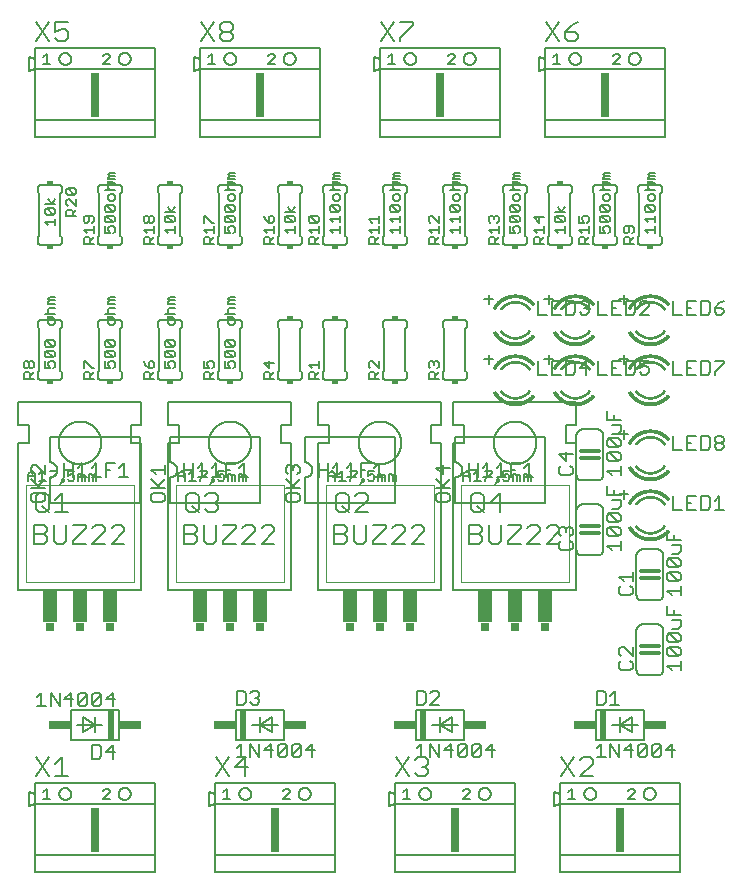
<source format=gto>
G75*
%MOIN*%
%OFA0B0*%
%FSLAX25Y25*%
%IPPOS*%
%LPD*%
%AMOC8*
5,1,8,0,0,1.08239X$1,22.5*
%
%ADD10C,0.00600*%
%ADD11C,0.01200*%
%ADD12C,0.00500*%
%ADD13R,0.02000X0.10000*%
%ADD14R,0.07500X0.03000*%
%ADD15C,0.00060*%
%ADD16C,0.00100*%
%ADD17C,0.00200*%
%ADD18C,0.00700*%
%ADD19R,0.03000X0.02500*%
%ADD20R,0.05000X0.11000*%
%ADD21R,0.02000X0.01500*%
%ADD22R,0.03000X0.15000*%
D10*
X0021800Y0012800D02*
X0061800Y0012800D01*
X0061800Y0018300D01*
X0021800Y0018300D01*
X0021800Y0035300D01*
X0061800Y0035300D01*
X0061800Y0018300D01*
X0061800Y0035300D02*
X0061800Y0042300D01*
X0021800Y0042300D01*
X0021800Y0038800D01*
X0021800Y0035300D01*
X0019800Y0034800D01*
X0019800Y0039300D01*
X0021800Y0038800D01*
X0029900Y0038800D02*
X0029902Y0038889D01*
X0029908Y0038978D01*
X0029918Y0039067D01*
X0029932Y0039155D01*
X0029949Y0039242D01*
X0029971Y0039328D01*
X0029997Y0039414D01*
X0030026Y0039498D01*
X0030059Y0039581D01*
X0030095Y0039662D01*
X0030136Y0039742D01*
X0030179Y0039819D01*
X0030226Y0039895D01*
X0030277Y0039968D01*
X0030330Y0040039D01*
X0030387Y0040108D01*
X0030447Y0040174D01*
X0030510Y0040238D01*
X0030575Y0040298D01*
X0030643Y0040356D01*
X0030714Y0040410D01*
X0030787Y0040461D01*
X0030862Y0040509D01*
X0030939Y0040554D01*
X0031018Y0040595D01*
X0031099Y0040632D01*
X0031181Y0040666D01*
X0031265Y0040697D01*
X0031350Y0040723D01*
X0031436Y0040746D01*
X0031523Y0040764D01*
X0031611Y0040779D01*
X0031700Y0040790D01*
X0031789Y0040797D01*
X0031878Y0040800D01*
X0031967Y0040799D01*
X0032056Y0040794D01*
X0032144Y0040785D01*
X0032233Y0040772D01*
X0032320Y0040755D01*
X0032407Y0040735D01*
X0032493Y0040710D01*
X0032577Y0040682D01*
X0032660Y0040650D01*
X0032742Y0040614D01*
X0032822Y0040575D01*
X0032900Y0040532D01*
X0032976Y0040486D01*
X0033050Y0040436D01*
X0033122Y0040383D01*
X0033191Y0040327D01*
X0033258Y0040268D01*
X0033322Y0040206D01*
X0033383Y0040142D01*
X0033442Y0040074D01*
X0033497Y0040004D01*
X0033549Y0039932D01*
X0033598Y0039857D01*
X0033643Y0039781D01*
X0033685Y0039702D01*
X0033723Y0039622D01*
X0033758Y0039540D01*
X0033789Y0039456D01*
X0033817Y0039371D01*
X0033840Y0039285D01*
X0033860Y0039198D01*
X0033876Y0039111D01*
X0033888Y0039022D01*
X0033896Y0038934D01*
X0033900Y0038845D01*
X0033900Y0038755D01*
X0033896Y0038666D01*
X0033888Y0038578D01*
X0033876Y0038489D01*
X0033860Y0038402D01*
X0033840Y0038315D01*
X0033817Y0038229D01*
X0033789Y0038144D01*
X0033758Y0038060D01*
X0033723Y0037978D01*
X0033685Y0037898D01*
X0033643Y0037819D01*
X0033598Y0037743D01*
X0033549Y0037668D01*
X0033497Y0037596D01*
X0033442Y0037526D01*
X0033383Y0037458D01*
X0033322Y0037394D01*
X0033258Y0037332D01*
X0033191Y0037273D01*
X0033122Y0037217D01*
X0033050Y0037164D01*
X0032976Y0037114D01*
X0032900Y0037068D01*
X0032822Y0037025D01*
X0032742Y0036986D01*
X0032660Y0036950D01*
X0032577Y0036918D01*
X0032493Y0036890D01*
X0032407Y0036865D01*
X0032320Y0036845D01*
X0032233Y0036828D01*
X0032144Y0036815D01*
X0032056Y0036806D01*
X0031967Y0036801D01*
X0031878Y0036800D01*
X0031789Y0036803D01*
X0031700Y0036810D01*
X0031611Y0036821D01*
X0031523Y0036836D01*
X0031436Y0036854D01*
X0031350Y0036877D01*
X0031265Y0036903D01*
X0031181Y0036934D01*
X0031099Y0036968D01*
X0031018Y0037005D01*
X0030939Y0037046D01*
X0030862Y0037091D01*
X0030787Y0037139D01*
X0030714Y0037190D01*
X0030643Y0037244D01*
X0030575Y0037302D01*
X0030510Y0037362D01*
X0030447Y0037426D01*
X0030387Y0037492D01*
X0030330Y0037561D01*
X0030277Y0037632D01*
X0030226Y0037705D01*
X0030179Y0037781D01*
X0030136Y0037858D01*
X0030095Y0037938D01*
X0030059Y0038019D01*
X0030026Y0038102D01*
X0029997Y0038186D01*
X0029971Y0038272D01*
X0029949Y0038358D01*
X0029932Y0038445D01*
X0029918Y0038533D01*
X0029908Y0038622D01*
X0029902Y0038711D01*
X0029900Y0038800D01*
X0033800Y0056800D02*
X0049800Y0056800D01*
X0049800Y0066800D01*
X0033800Y0066800D01*
X0033800Y0056800D01*
X0037800Y0059300D02*
X0041800Y0061800D01*
X0041800Y0064300D01*
X0041800Y0061800D02*
X0041800Y0059300D01*
X0041800Y0061800D02*
X0035800Y0061800D01*
X0037800Y0059300D02*
X0037800Y0064300D01*
X0041800Y0061800D01*
X0044300Y0061800D01*
X0049700Y0038800D02*
X0049702Y0038889D01*
X0049708Y0038978D01*
X0049718Y0039067D01*
X0049732Y0039155D01*
X0049749Y0039242D01*
X0049771Y0039328D01*
X0049797Y0039414D01*
X0049826Y0039498D01*
X0049859Y0039581D01*
X0049895Y0039662D01*
X0049936Y0039742D01*
X0049979Y0039819D01*
X0050026Y0039895D01*
X0050077Y0039968D01*
X0050130Y0040039D01*
X0050187Y0040108D01*
X0050247Y0040174D01*
X0050310Y0040238D01*
X0050375Y0040298D01*
X0050443Y0040356D01*
X0050514Y0040410D01*
X0050587Y0040461D01*
X0050662Y0040509D01*
X0050739Y0040554D01*
X0050818Y0040595D01*
X0050899Y0040632D01*
X0050981Y0040666D01*
X0051065Y0040697D01*
X0051150Y0040723D01*
X0051236Y0040746D01*
X0051323Y0040764D01*
X0051411Y0040779D01*
X0051500Y0040790D01*
X0051589Y0040797D01*
X0051678Y0040800D01*
X0051767Y0040799D01*
X0051856Y0040794D01*
X0051944Y0040785D01*
X0052033Y0040772D01*
X0052120Y0040755D01*
X0052207Y0040735D01*
X0052293Y0040710D01*
X0052377Y0040682D01*
X0052460Y0040650D01*
X0052542Y0040614D01*
X0052622Y0040575D01*
X0052700Y0040532D01*
X0052776Y0040486D01*
X0052850Y0040436D01*
X0052922Y0040383D01*
X0052991Y0040327D01*
X0053058Y0040268D01*
X0053122Y0040206D01*
X0053183Y0040142D01*
X0053242Y0040074D01*
X0053297Y0040004D01*
X0053349Y0039932D01*
X0053398Y0039857D01*
X0053443Y0039781D01*
X0053485Y0039702D01*
X0053523Y0039622D01*
X0053558Y0039540D01*
X0053589Y0039456D01*
X0053617Y0039371D01*
X0053640Y0039285D01*
X0053660Y0039198D01*
X0053676Y0039111D01*
X0053688Y0039022D01*
X0053696Y0038934D01*
X0053700Y0038845D01*
X0053700Y0038755D01*
X0053696Y0038666D01*
X0053688Y0038578D01*
X0053676Y0038489D01*
X0053660Y0038402D01*
X0053640Y0038315D01*
X0053617Y0038229D01*
X0053589Y0038144D01*
X0053558Y0038060D01*
X0053523Y0037978D01*
X0053485Y0037898D01*
X0053443Y0037819D01*
X0053398Y0037743D01*
X0053349Y0037668D01*
X0053297Y0037596D01*
X0053242Y0037526D01*
X0053183Y0037458D01*
X0053122Y0037394D01*
X0053058Y0037332D01*
X0052991Y0037273D01*
X0052922Y0037217D01*
X0052850Y0037164D01*
X0052776Y0037114D01*
X0052700Y0037068D01*
X0052622Y0037025D01*
X0052542Y0036986D01*
X0052460Y0036950D01*
X0052377Y0036918D01*
X0052293Y0036890D01*
X0052207Y0036865D01*
X0052120Y0036845D01*
X0052033Y0036828D01*
X0051944Y0036815D01*
X0051856Y0036806D01*
X0051767Y0036801D01*
X0051678Y0036800D01*
X0051589Y0036803D01*
X0051500Y0036810D01*
X0051411Y0036821D01*
X0051323Y0036836D01*
X0051236Y0036854D01*
X0051150Y0036877D01*
X0051065Y0036903D01*
X0050981Y0036934D01*
X0050899Y0036968D01*
X0050818Y0037005D01*
X0050739Y0037046D01*
X0050662Y0037091D01*
X0050587Y0037139D01*
X0050514Y0037190D01*
X0050443Y0037244D01*
X0050375Y0037302D01*
X0050310Y0037362D01*
X0050247Y0037426D01*
X0050187Y0037492D01*
X0050130Y0037561D01*
X0050077Y0037632D01*
X0050026Y0037705D01*
X0049979Y0037781D01*
X0049936Y0037858D01*
X0049895Y0037938D01*
X0049859Y0038019D01*
X0049826Y0038102D01*
X0049797Y0038186D01*
X0049771Y0038272D01*
X0049749Y0038358D01*
X0049732Y0038445D01*
X0049718Y0038533D01*
X0049708Y0038622D01*
X0049702Y0038711D01*
X0049700Y0038800D01*
X0079800Y0039300D02*
X0079800Y0034800D01*
X0081800Y0035300D01*
X0081800Y0018300D01*
X0121800Y0018300D01*
X0121800Y0012800D01*
X0081800Y0012800D01*
X0081800Y0018300D01*
X0081800Y0035300D02*
X0121800Y0035300D01*
X0121800Y0018300D01*
X0121800Y0035300D02*
X0121800Y0042300D01*
X0081800Y0042300D01*
X0081800Y0038800D01*
X0081800Y0035300D01*
X0081800Y0038800D02*
X0079800Y0039300D01*
X0089900Y0038800D02*
X0089902Y0038889D01*
X0089908Y0038978D01*
X0089918Y0039067D01*
X0089932Y0039155D01*
X0089949Y0039242D01*
X0089971Y0039328D01*
X0089997Y0039414D01*
X0090026Y0039498D01*
X0090059Y0039581D01*
X0090095Y0039662D01*
X0090136Y0039742D01*
X0090179Y0039819D01*
X0090226Y0039895D01*
X0090277Y0039968D01*
X0090330Y0040039D01*
X0090387Y0040108D01*
X0090447Y0040174D01*
X0090510Y0040238D01*
X0090575Y0040298D01*
X0090643Y0040356D01*
X0090714Y0040410D01*
X0090787Y0040461D01*
X0090862Y0040509D01*
X0090939Y0040554D01*
X0091018Y0040595D01*
X0091099Y0040632D01*
X0091181Y0040666D01*
X0091265Y0040697D01*
X0091350Y0040723D01*
X0091436Y0040746D01*
X0091523Y0040764D01*
X0091611Y0040779D01*
X0091700Y0040790D01*
X0091789Y0040797D01*
X0091878Y0040800D01*
X0091967Y0040799D01*
X0092056Y0040794D01*
X0092144Y0040785D01*
X0092233Y0040772D01*
X0092320Y0040755D01*
X0092407Y0040735D01*
X0092493Y0040710D01*
X0092577Y0040682D01*
X0092660Y0040650D01*
X0092742Y0040614D01*
X0092822Y0040575D01*
X0092900Y0040532D01*
X0092976Y0040486D01*
X0093050Y0040436D01*
X0093122Y0040383D01*
X0093191Y0040327D01*
X0093258Y0040268D01*
X0093322Y0040206D01*
X0093383Y0040142D01*
X0093442Y0040074D01*
X0093497Y0040004D01*
X0093549Y0039932D01*
X0093598Y0039857D01*
X0093643Y0039781D01*
X0093685Y0039702D01*
X0093723Y0039622D01*
X0093758Y0039540D01*
X0093789Y0039456D01*
X0093817Y0039371D01*
X0093840Y0039285D01*
X0093860Y0039198D01*
X0093876Y0039111D01*
X0093888Y0039022D01*
X0093896Y0038934D01*
X0093900Y0038845D01*
X0093900Y0038755D01*
X0093896Y0038666D01*
X0093888Y0038578D01*
X0093876Y0038489D01*
X0093860Y0038402D01*
X0093840Y0038315D01*
X0093817Y0038229D01*
X0093789Y0038144D01*
X0093758Y0038060D01*
X0093723Y0037978D01*
X0093685Y0037898D01*
X0093643Y0037819D01*
X0093598Y0037743D01*
X0093549Y0037668D01*
X0093497Y0037596D01*
X0093442Y0037526D01*
X0093383Y0037458D01*
X0093322Y0037394D01*
X0093258Y0037332D01*
X0093191Y0037273D01*
X0093122Y0037217D01*
X0093050Y0037164D01*
X0092976Y0037114D01*
X0092900Y0037068D01*
X0092822Y0037025D01*
X0092742Y0036986D01*
X0092660Y0036950D01*
X0092577Y0036918D01*
X0092493Y0036890D01*
X0092407Y0036865D01*
X0092320Y0036845D01*
X0092233Y0036828D01*
X0092144Y0036815D01*
X0092056Y0036806D01*
X0091967Y0036801D01*
X0091878Y0036800D01*
X0091789Y0036803D01*
X0091700Y0036810D01*
X0091611Y0036821D01*
X0091523Y0036836D01*
X0091436Y0036854D01*
X0091350Y0036877D01*
X0091265Y0036903D01*
X0091181Y0036934D01*
X0091099Y0036968D01*
X0091018Y0037005D01*
X0090939Y0037046D01*
X0090862Y0037091D01*
X0090787Y0037139D01*
X0090714Y0037190D01*
X0090643Y0037244D01*
X0090575Y0037302D01*
X0090510Y0037362D01*
X0090447Y0037426D01*
X0090387Y0037492D01*
X0090330Y0037561D01*
X0090277Y0037632D01*
X0090226Y0037705D01*
X0090179Y0037781D01*
X0090136Y0037858D01*
X0090095Y0037938D01*
X0090059Y0038019D01*
X0090026Y0038102D01*
X0089997Y0038186D01*
X0089971Y0038272D01*
X0089949Y0038358D01*
X0089932Y0038445D01*
X0089918Y0038533D01*
X0089908Y0038622D01*
X0089902Y0038711D01*
X0089900Y0038800D01*
X0088800Y0056800D02*
X0088800Y0066800D01*
X0104800Y0066800D01*
X0104800Y0056800D01*
X0088800Y0056800D01*
X0094300Y0061800D02*
X0096800Y0061800D01*
X0096800Y0059300D01*
X0096800Y0061800D02*
X0096800Y0064300D01*
X0096800Y0061800D02*
X0100800Y0064300D01*
X0100800Y0059300D01*
X0096800Y0061800D01*
X0102800Y0061800D01*
X0109700Y0038800D02*
X0109702Y0038889D01*
X0109708Y0038978D01*
X0109718Y0039067D01*
X0109732Y0039155D01*
X0109749Y0039242D01*
X0109771Y0039328D01*
X0109797Y0039414D01*
X0109826Y0039498D01*
X0109859Y0039581D01*
X0109895Y0039662D01*
X0109936Y0039742D01*
X0109979Y0039819D01*
X0110026Y0039895D01*
X0110077Y0039968D01*
X0110130Y0040039D01*
X0110187Y0040108D01*
X0110247Y0040174D01*
X0110310Y0040238D01*
X0110375Y0040298D01*
X0110443Y0040356D01*
X0110514Y0040410D01*
X0110587Y0040461D01*
X0110662Y0040509D01*
X0110739Y0040554D01*
X0110818Y0040595D01*
X0110899Y0040632D01*
X0110981Y0040666D01*
X0111065Y0040697D01*
X0111150Y0040723D01*
X0111236Y0040746D01*
X0111323Y0040764D01*
X0111411Y0040779D01*
X0111500Y0040790D01*
X0111589Y0040797D01*
X0111678Y0040800D01*
X0111767Y0040799D01*
X0111856Y0040794D01*
X0111944Y0040785D01*
X0112033Y0040772D01*
X0112120Y0040755D01*
X0112207Y0040735D01*
X0112293Y0040710D01*
X0112377Y0040682D01*
X0112460Y0040650D01*
X0112542Y0040614D01*
X0112622Y0040575D01*
X0112700Y0040532D01*
X0112776Y0040486D01*
X0112850Y0040436D01*
X0112922Y0040383D01*
X0112991Y0040327D01*
X0113058Y0040268D01*
X0113122Y0040206D01*
X0113183Y0040142D01*
X0113242Y0040074D01*
X0113297Y0040004D01*
X0113349Y0039932D01*
X0113398Y0039857D01*
X0113443Y0039781D01*
X0113485Y0039702D01*
X0113523Y0039622D01*
X0113558Y0039540D01*
X0113589Y0039456D01*
X0113617Y0039371D01*
X0113640Y0039285D01*
X0113660Y0039198D01*
X0113676Y0039111D01*
X0113688Y0039022D01*
X0113696Y0038934D01*
X0113700Y0038845D01*
X0113700Y0038755D01*
X0113696Y0038666D01*
X0113688Y0038578D01*
X0113676Y0038489D01*
X0113660Y0038402D01*
X0113640Y0038315D01*
X0113617Y0038229D01*
X0113589Y0038144D01*
X0113558Y0038060D01*
X0113523Y0037978D01*
X0113485Y0037898D01*
X0113443Y0037819D01*
X0113398Y0037743D01*
X0113349Y0037668D01*
X0113297Y0037596D01*
X0113242Y0037526D01*
X0113183Y0037458D01*
X0113122Y0037394D01*
X0113058Y0037332D01*
X0112991Y0037273D01*
X0112922Y0037217D01*
X0112850Y0037164D01*
X0112776Y0037114D01*
X0112700Y0037068D01*
X0112622Y0037025D01*
X0112542Y0036986D01*
X0112460Y0036950D01*
X0112377Y0036918D01*
X0112293Y0036890D01*
X0112207Y0036865D01*
X0112120Y0036845D01*
X0112033Y0036828D01*
X0111944Y0036815D01*
X0111856Y0036806D01*
X0111767Y0036801D01*
X0111678Y0036800D01*
X0111589Y0036803D01*
X0111500Y0036810D01*
X0111411Y0036821D01*
X0111323Y0036836D01*
X0111236Y0036854D01*
X0111150Y0036877D01*
X0111065Y0036903D01*
X0110981Y0036934D01*
X0110899Y0036968D01*
X0110818Y0037005D01*
X0110739Y0037046D01*
X0110662Y0037091D01*
X0110587Y0037139D01*
X0110514Y0037190D01*
X0110443Y0037244D01*
X0110375Y0037302D01*
X0110310Y0037362D01*
X0110247Y0037426D01*
X0110187Y0037492D01*
X0110130Y0037561D01*
X0110077Y0037632D01*
X0110026Y0037705D01*
X0109979Y0037781D01*
X0109936Y0037858D01*
X0109895Y0037938D01*
X0109859Y0038019D01*
X0109826Y0038102D01*
X0109797Y0038186D01*
X0109771Y0038272D01*
X0109749Y0038358D01*
X0109732Y0038445D01*
X0109718Y0038533D01*
X0109708Y0038622D01*
X0109702Y0038711D01*
X0109700Y0038800D01*
X0139800Y0039300D02*
X0139800Y0034800D01*
X0141800Y0035300D01*
X0141800Y0018300D01*
X0181800Y0018300D01*
X0181800Y0012800D01*
X0141800Y0012800D01*
X0141800Y0018300D01*
X0141800Y0035300D02*
X0181800Y0035300D01*
X0181800Y0018300D01*
X0196800Y0018300D02*
X0196800Y0035300D01*
X0236800Y0035300D01*
X0236800Y0018300D01*
X0236800Y0012800D01*
X0196800Y0012800D01*
X0196800Y0018300D01*
X0236800Y0018300D01*
X0236800Y0035300D02*
X0236800Y0042300D01*
X0196800Y0042300D01*
X0196800Y0038800D01*
X0196800Y0035300D01*
X0194800Y0034800D01*
X0194800Y0039300D01*
X0196800Y0038800D01*
X0204900Y0038800D02*
X0204902Y0038889D01*
X0204908Y0038978D01*
X0204918Y0039067D01*
X0204932Y0039155D01*
X0204949Y0039242D01*
X0204971Y0039328D01*
X0204997Y0039414D01*
X0205026Y0039498D01*
X0205059Y0039581D01*
X0205095Y0039662D01*
X0205136Y0039742D01*
X0205179Y0039819D01*
X0205226Y0039895D01*
X0205277Y0039968D01*
X0205330Y0040039D01*
X0205387Y0040108D01*
X0205447Y0040174D01*
X0205510Y0040238D01*
X0205575Y0040298D01*
X0205643Y0040356D01*
X0205714Y0040410D01*
X0205787Y0040461D01*
X0205862Y0040509D01*
X0205939Y0040554D01*
X0206018Y0040595D01*
X0206099Y0040632D01*
X0206181Y0040666D01*
X0206265Y0040697D01*
X0206350Y0040723D01*
X0206436Y0040746D01*
X0206523Y0040764D01*
X0206611Y0040779D01*
X0206700Y0040790D01*
X0206789Y0040797D01*
X0206878Y0040800D01*
X0206967Y0040799D01*
X0207056Y0040794D01*
X0207144Y0040785D01*
X0207233Y0040772D01*
X0207320Y0040755D01*
X0207407Y0040735D01*
X0207493Y0040710D01*
X0207577Y0040682D01*
X0207660Y0040650D01*
X0207742Y0040614D01*
X0207822Y0040575D01*
X0207900Y0040532D01*
X0207976Y0040486D01*
X0208050Y0040436D01*
X0208122Y0040383D01*
X0208191Y0040327D01*
X0208258Y0040268D01*
X0208322Y0040206D01*
X0208383Y0040142D01*
X0208442Y0040074D01*
X0208497Y0040004D01*
X0208549Y0039932D01*
X0208598Y0039857D01*
X0208643Y0039781D01*
X0208685Y0039702D01*
X0208723Y0039622D01*
X0208758Y0039540D01*
X0208789Y0039456D01*
X0208817Y0039371D01*
X0208840Y0039285D01*
X0208860Y0039198D01*
X0208876Y0039111D01*
X0208888Y0039022D01*
X0208896Y0038934D01*
X0208900Y0038845D01*
X0208900Y0038755D01*
X0208896Y0038666D01*
X0208888Y0038578D01*
X0208876Y0038489D01*
X0208860Y0038402D01*
X0208840Y0038315D01*
X0208817Y0038229D01*
X0208789Y0038144D01*
X0208758Y0038060D01*
X0208723Y0037978D01*
X0208685Y0037898D01*
X0208643Y0037819D01*
X0208598Y0037743D01*
X0208549Y0037668D01*
X0208497Y0037596D01*
X0208442Y0037526D01*
X0208383Y0037458D01*
X0208322Y0037394D01*
X0208258Y0037332D01*
X0208191Y0037273D01*
X0208122Y0037217D01*
X0208050Y0037164D01*
X0207976Y0037114D01*
X0207900Y0037068D01*
X0207822Y0037025D01*
X0207742Y0036986D01*
X0207660Y0036950D01*
X0207577Y0036918D01*
X0207493Y0036890D01*
X0207407Y0036865D01*
X0207320Y0036845D01*
X0207233Y0036828D01*
X0207144Y0036815D01*
X0207056Y0036806D01*
X0206967Y0036801D01*
X0206878Y0036800D01*
X0206789Y0036803D01*
X0206700Y0036810D01*
X0206611Y0036821D01*
X0206523Y0036836D01*
X0206436Y0036854D01*
X0206350Y0036877D01*
X0206265Y0036903D01*
X0206181Y0036934D01*
X0206099Y0036968D01*
X0206018Y0037005D01*
X0205939Y0037046D01*
X0205862Y0037091D01*
X0205787Y0037139D01*
X0205714Y0037190D01*
X0205643Y0037244D01*
X0205575Y0037302D01*
X0205510Y0037362D01*
X0205447Y0037426D01*
X0205387Y0037492D01*
X0205330Y0037561D01*
X0205277Y0037632D01*
X0205226Y0037705D01*
X0205179Y0037781D01*
X0205136Y0037858D01*
X0205095Y0037938D01*
X0205059Y0038019D01*
X0205026Y0038102D01*
X0204997Y0038186D01*
X0204971Y0038272D01*
X0204949Y0038358D01*
X0204932Y0038445D01*
X0204918Y0038533D01*
X0204908Y0038622D01*
X0204902Y0038711D01*
X0204900Y0038800D01*
X0208800Y0056800D02*
X0208800Y0066800D01*
X0224800Y0066800D01*
X0224800Y0056800D01*
X0208800Y0056800D01*
X0214300Y0061800D02*
X0216800Y0061800D01*
X0216800Y0059300D01*
X0216800Y0061800D02*
X0216800Y0064300D01*
X0216800Y0061800D02*
X0220800Y0064300D01*
X0220800Y0059300D01*
X0216800Y0061800D01*
X0222800Y0061800D01*
X0224300Y0078300D02*
X0229300Y0078300D01*
X0229387Y0078302D01*
X0229474Y0078308D01*
X0229561Y0078317D01*
X0229647Y0078330D01*
X0229733Y0078347D01*
X0229818Y0078368D01*
X0229901Y0078393D01*
X0229984Y0078421D01*
X0230065Y0078452D01*
X0230145Y0078487D01*
X0230223Y0078526D01*
X0230300Y0078568D01*
X0230375Y0078613D01*
X0230447Y0078662D01*
X0230518Y0078713D01*
X0230586Y0078768D01*
X0230651Y0078825D01*
X0230714Y0078886D01*
X0230775Y0078949D01*
X0230832Y0079014D01*
X0230887Y0079082D01*
X0230938Y0079153D01*
X0230987Y0079225D01*
X0231032Y0079300D01*
X0231074Y0079377D01*
X0231113Y0079455D01*
X0231148Y0079535D01*
X0231179Y0079616D01*
X0231207Y0079699D01*
X0231232Y0079782D01*
X0231253Y0079867D01*
X0231270Y0079953D01*
X0231283Y0080039D01*
X0231292Y0080126D01*
X0231298Y0080213D01*
X0231300Y0080300D01*
X0231300Y0093300D01*
X0231298Y0093387D01*
X0231292Y0093474D01*
X0231283Y0093561D01*
X0231270Y0093647D01*
X0231253Y0093733D01*
X0231232Y0093818D01*
X0231207Y0093901D01*
X0231179Y0093984D01*
X0231148Y0094065D01*
X0231113Y0094145D01*
X0231074Y0094223D01*
X0231032Y0094300D01*
X0230987Y0094375D01*
X0230938Y0094447D01*
X0230887Y0094518D01*
X0230832Y0094586D01*
X0230775Y0094651D01*
X0230714Y0094714D01*
X0230651Y0094775D01*
X0230586Y0094832D01*
X0230518Y0094887D01*
X0230447Y0094938D01*
X0230375Y0094987D01*
X0230300Y0095032D01*
X0230223Y0095074D01*
X0230145Y0095113D01*
X0230065Y0095148D01*
X0229984Y0095179D01*
X0229901Y0095207D01*
X0229818Y0095232D01*
X0229733Y0095253D01*
X0229647Y0095270D01*
X0229561Y0095283D01*
X0229474Y0095292D01*
X0229387Y0095298D01*
X0229300Y0095300D01*
X0224300Y0095300D01*
X0224213Y0095298D01*
X0224126Y0095292D01*
X0224039Y0095283D01*
X0223953Y0095270D01*
X0223867Y0095253D01*
X0223782Y0095232D01*
X0223699Y0095207D01*
X0223616Y0095179D01*
X0223535Y0095148D01*
X0223455Y0095113D01*
X0223377Y0095074D01*
X0223300Y0095032D01*
X0223225Y0094987D01*
X0223153Y0094938D01*
X0223082Y0094887D01*
X0223014Y0094832D01*
X0222949Y0094775D01*
X0222886Y0094714D01*
X0222825Y0094651D01*
X0222768Y0094586D01*
X0222713Y0094518D01*
X0222662Y0094447D01*
X0222613Y0094375D01*
X0222568Y0094300D01*
X0222526Y0094223D01*
X0222487Y0094145D01*
X0222452Y0094065D01*
X0222421Y0093984D01*
X0222393Y0093901D01*
X0222368Y0093818D01*
X0222347Y0093733D01*
X0222330Y0093647D01*
X0222317Y0093561D01*
X0222308Y0093474D01*
X0222302Y0093387D01*
X0222300Y0093300D01*
X0222300Y0080300D01*
X0222302Y0080213D01*
X0222308Y0080126D01*
X0222317Y0080039D01*
X0222330Y0079953D01*
X0222347Y0079867D01*
X0222368Y0079782D01*
X0222393Y0079699D01*
X0222421Y0079616D01*
X0222452Y0079535D01*
X0222487Y0079455D01*
X0222526Y0079377D01*
X0222568Y0079300D01*
X0222613Y0079225D01*
X0222662Y0079153D01*
X0222713Y0079082D01*
X0222768Y0079014D01*
X0222825Y0078949D01*
X0222886Y0078886D01*
X0222949Y0078825D01*
X0223014Y0078768D01*
X0223082Y0078713D01*
X0223153Y0078662D01*
X0223225Y0078613D01*
X0223300Y0078568D01*
X0223377Y0078526D01*
X0223455Y0078487D01*
X0223535Y0078452D01*
X0223616Y0078421D01*
X0223699Y0078393D01*
X0223782Y0078368D01*
X0223867Y0078347D01*
X0223953Y0078330D01*
X0224039Y0078317D01*
X0224126Y0078308D01*
X0224213Y0078302D01*
X0224300Y0078300D01*
X0224300Y0103300D02*
X0229300Y0103300D01*
X0229387Y0103302D01*
X0229474Y0103308D01*
X0229561Y0103317D01*
X0229647Y0103330D01*
X0229733Y0103347D01*
X0229818Y0103368D01*
X0229901Y0103393D01*
X0229984Y0103421D01*
X0230065Y0103452D01*
X0230145Y0103487D01*
X0230223Y0103526D01*
X0230300Y0103568D01*
X0230375Y0103613D01*
X0230447Y0103662D01*
X0230518Y0103713D01*
X0230586Y0103768D01*
X0230651Y0103825D01*
X0230714Y0103886D01*
X0230775Y0103949D01*
X0230832Y0104014D01*
X0230887Y0104082D01*
X0230938Y0104153D01*
X0230987Y0104225D01*
X0231032Y0104300D01*
X0231074Y0104377D01*
X0231113Y0104455D01*
X0231148Y0104535D01*
X0231179Y0104616D01*
X0231207Y0104699D01*
X0231232Y0104782D01*
X0231253Y0104867D01*
X0231270Y0104953D01*
X0231283Y0105039D01*
X0231292Y0105126D01*
X0231298Y0105213D01*
X0231300Y0105300D01*
X0231300Y0118300D01*
X0231298Y0118387D01*
X0231292Y0118474D01*
X0231283Y0118561D01*
X0231270Y0118647D01*
X0231253Y0118733D01*
X0231232Y0118818D01*
X0231207Y0118901D01*
X0231179Y0118984D01*
X0231148Y0119065D01*
X0231113Y0119145D01*
X0231074Y0119223D01*
X0231032Y0119300D01*
X0230987Y0119375D01*
X0230938Y0119447D01*
X0230887Y0119518D01*
X0230832Y0119586D01*
X0230775Y0119651D01*
X0230714Y0119714D01*
X0230651Y0119775D01*
X0230586Y0119832D01*
X0230518Y0119887D01*
X0230447Y0119938D01*
X0230375Y0119987D01*
X0230300Y0120032D01*
X0230223Y0120074D01*
X0230145Y0120113D01*
X0230065Y0120148D01*
X0229984Y0120179D01*
X0229901Y0120207D01*
X0229818Y0120232D01*
X0229733Y0120253D01*
X0229647Y0120270D01*
X0229561Y0120283D01*
X0229474Y0120292D01*
X0229387Y0120298D01*
X0229300Y0120300D01*
X0224300Y0120300D01*
X0224213Y0120298D01*
X0224126Y0120292D01*
X0224039Y0120283D01*
X0223953Y0120270D01*
X0223867Y0120253D01*
X0223782Y0120232D01*
X0223699Y0120207D01*
X0223616Y0120179D01*
X0223535Y0120148D01*
X0223455Y0120113D01*
X0223377Y0120074D01*
X0223300Y0120032D01*
X0223225Y0119987D01*
X0223153Y0119938D01*
X0223082Y0119887D01*
X0223014Y0119832D01*
X0222949Y0119775D01*
X0222886Y0119714D01*
X0222825Y0119651D01*
X0222768Y0119586D01*
X0222713Y0119518D01*
X0222662Y0119447D01*
X0222613Y0119375D01*
X0222568Y0119300D01*
X0222526Y0119223D01*
X0222487Y0119145D01*
X0222452Y0119065D01*
X0222421Y0118984D01*
X0222393Y0118901D01*
X0222368Y0118818D01*
X0222347Y0118733D01*
X0222330Y0118647D01*
X0222317Y0118561D01*
X0222308Y0118474D01*
X0222302Y0118387D01*
X0222300Y0118300D01*
X0222300Y0105300D01*
X0222302Y0105213D01*
X0222308Y0105126D01*
X0222317Y0105039D01*
X0222330Y0104953D01*
X0222347Y0104867D01*
X0222368Y0104782D01*
X0222393Y0104699D01*
X0222421Y0104616D01*
X0222452Y0104535D01*
X0222487Y0104455D01*
X0222526Y0104377D01*
X0222568Y0104300D01*
X0222613Y0104225D01*
X0222662Y0104153D01*
X0222713Y0104082D01*
X0222768Y0104014D01*
X0222825Y0103949D01*
X0222886Y0103886D01*
X0222949Y0103825D01*
X0223014Y0103768D01*
X0223082Y0103713D01*
X0223153Y0103662D01*
X0223225Y0103613D01*
X0223300Y0103568D01*
X0223377Y0103526D01*
X0223455Y0103487D01*
X0223535Y0103452D01*
X0223616Y0103421D01*
X0223699Y0103393D01*
X0223782Y0103368D01*
X0223867Y0103347D01*
X0223953Y0103330D01*
X0224039Y0103317D01*
X0224126Y0103308D01*
X0224213Y0103302D01*
X0224300Y0103300D01*
X0211300Y0120300D02*
X0211300Y0133300D01*
X0211298Y0133387D01*
X0211292Y0133474D01*
X0211283Y0133561D01*
X0211270Y0133647D01*
X0211253Y0133733D01*
X0211232Y0133818D01*
X0211207Y0133901D01*
X0211179Y0133984D01*
X0211148Y0134065D01*
X0211113Y0134145D01*
X0211074Y0134223D01*
X0211032Y0134300D01*
X0210987Y0134375D01*
X0210938Y0134447D01*
X0210887Y0134518D01*
X0210832Y0134586D01*
X0210775Y0134651D01*
X0210714Y0134714D01*
X0210651Y0134775D01*
X0210586Y0134832D01*
X0210518Y0134887D01*
X0210447Y0134938D01*
X0210375Y0134987D01*
X0210300Y0135032D01*
X0210223Y0135074D01*
X0210145Y0135113D01*
X0210065Y0135148D01*
X0209984Y0135179D01*
X0209901Y0135207D01*
X0209818Y0135232D01*
X0209733Y0135253D01*
X0209647Y0135270D01*
X0209561Y0135283D01*
X0209474Y0135292D01*
X0209387Y0135298D01*
X0209300Y0135300D01*
X0204300Y0135300D01*
X0204213Y0135298D01*
X0204126Y0135292D01*
X0204039Y0135283D01*
X0203953Y0135270D01*
X0203867Y0135253D01*
X0203782Y0135232D01*
X0203699Y0135207D01*
X0203616Y0135179D01*
X0203535Y0135148D01*
X0203455Y0135113D01*
X0203377Y0135074D01*
X0203300Y0135032D01*
X0203225Y0134987D01*
X0203153Y0134938D01*
X0203082Y0134887D01*
X0203014Y0134832D01*
X0202949Y0134775D01*
X0202886Y0134714D01*
X0202825Y0134651D01*
X0202768Y0134586D01*
X0202713Y0134518D01*
X0202662Y0134447D01*
X0202613Y0134375D01*
X0202568Y0134300D01*
X0202526Y0134223D01*
X0202487Y0134145D01*
X0202452Y0134065D01*
X0202421Y0133984D01*
X0202393Y0133901D01*
X0202368Y0133818D01*
X0202347Y0133733D01*
X0202330Y0133647D01*
X0202317Y0133561D01*
X0202308Y0133474D01*
X0202302Y0133387D01*
X0202300Y0133300D01*
X0202300Y0120300D01*
X0202302Y0120213D01*
X0202308Y0120126D01*
X0202317Y0120039D01*
X0202330Y0119953D01*
X0202347Y0119867D01*
X0202368Y0119782D01*
X0202393Y0119699D01*
X0202421Y0119616D01*
X0202452Y0119535D01*
X0202487Y0119455D01*
X0202526Y0119377D01*
X0202568Y0119300D01*
X0202613Y0119225D01*
X0202662Y0119153D01*
X0202713Y0119082D01*
X0202768Y0119014D01*
X0202825Y0118949D01*
X0202886Y0118886D01*
X0202949Y0118825D01*
X0203014Y0118768D01*
X0203082Y0118713D01*
X0203153Y0118662D01*
X0203225Y0118613D01*
X0203300Y0118568D01*
X0203377Y0118526D01*
X0203455Y0118487D01*
X0203535Y0118452D01*
X0203616Y0118421D01*
X0203699Y0118393D01*
X0203782Y0118368D01*
X0203867Y0118347D01*
X0203953Y0118330D01*
X0204039Y0118317D01*
X0204126Y0118308D01*
X0204213Y0118302D01*
X0204300Y0118300D01*
X0209300Y0118300D01*
X0209387Y0118302D01*
X0209474Y0118308D01*
X0209561Y0118317D01*
X0209647Y0118330D01*
X0209733Y0118347D01*
X0209818Y0118368D01*
X0209901Y0118393D01*
X0209984Y0118421D01*
X0210065Y0118452D01*
X0210145Y0118487D01*
X0210223Y0118526D01*
X0210300Y0118568D01*
X0210375Y0118613D01*
X0210447Y0118662D01*
X0210518Y0118713D01*
X0210586Y0118768D01*
X0210651Y0118825D01*
X0210714Y0118886D01*
X0210775Y0118949D01*
X0210832Y0119014D01*
X0210887Y0119082D01*
X0210938Y0119153D01*
X0210987Y0119225D01*
X0211032Y0119300D01*
X0211074Y0119377D01*
X0211113Y0119455D01*
X0211148Y0119535D01*
X0211179Y0119616D01*
X0211207Y0119699D01*
X0211232Y0119782D01*
X0211253Y0119867D01*
X0211270Y0119953D01*
X0211283Y0120039D01*
X0211292Y0120126D01*
X0211298Y0120213D01*
X0211300Y0120300D01*
X0191800Y0135800D02*
X0191800Y0157800D01*
X0161800Y0157800D01*
X0161800Y0149300D01*
X0161898Y0149298D01*
X0161996Y0149292D01*
X0162094Y0149283D01*
X0162191Y0149269D01*
X0162288Y0149252D01*
X0162384Y0149231D01*
X0162479Y0149206D01*
X0162573Y0149178D01*
X0162665Y0149145D01*
X0162757Y0149110D01*
X0162847Y0149070D01*
X0162935Y0149028D01*
X0163022Y0148981D01*
X0163106Y0148932D01*
X0163189Y0148879D01*
X0163269Y0148823D01*
X0163348Y0148763D01*
X0163424Y0148701D01*
X0163497Y0148636D01*
X0163568Y0148568D01*
X0163636Y0148497D01*
X0163701Y0148424D01*
X0163763Y0148348D01*
X0163823Y0148269D01*
X0163879Y0148189D01*
X0163932Y0148106D01*
X0163981Y0148022D01*
X0164028Y0147935D01*
X0164070Y0147847D01*
X0164110Y0147757D01*
X0164145Y0147665D01*
X0164178Y0147573D01*
X0164206Y0147479D01*
X0164231Y0147384D01*
X0164252Y0147288D01*
X0164269Y0147191D01*
X0164283Y0147094D01*
X0164292Y0146996D01*
X0164298Y0146898D01*
X0164300Y0146800D01*
X0164298Y0146702D01*
X0164292Y0146604D01*
X0164283Y0146506D01*
X0164269Y0146409D01*
X0164252Y0146312D01*
X0164231Y0146216D01*
X0164206Y0146121D01*
X0164178Y0146027D01*
X0164145Y0145935D01*
X0164110Y0145843D01*
X0164070Y0145753D01*
X0164028Y0145665D01*
X0163981Y0145578D01*
X0163932Y0145494D01*
X0163879Y0145411D01*
X0163823Y0145331D01*
X0163763Y0145252D01*
X0163701Y0145176D01*
X0163636Y0145103D01*
X0163568Y0145032D01*
X0163497Y0144964D01*
X0163424Y0144899D01*
X0163348Y0144837D01*
X0163269Y0144777D01*
X0163189Y0144721D01*
X0163106Y0144668D01*
X0163022Y0144619D01*
X0162935Y0144572D01*
X0162847Y0144530D01*
X0162757Y0144490D01*
X0162665Y0144455D01*
X0162573Y0144422D01*
X0162479Y0144394D01*
X0162384Y0144369D01*
X0162288Y0144348D01*
X0162191Y0144331D01*
X0162094Y0144317D01*
X0161996Y0144308D01*
X0161898Y0144302D01*
X0161800Y0144300D01*
X0161800Y0135800D01*
X0191800Y0135800D01*
X0202300Y0145300D02*
X0202300Y0158300D01*
X0202302Y0158387D01*
X0202308Y0158474D01*
X0202317Y0158561D01*
X0202330Y0158647D01*
X0202347Y0158733D01*
X0202368Y0158818D01*
X0202393Y0158901D01*
X0202421Y0158984D01*
X0202452Y0159065D01*
X0202487Y0159145D01*
X0202526Y0159223D01*
X0202568Y0159300D01*
X0202613Y0159375D01*
X0202662Y0159447D01*
X0202713Y0159518D01*
X0202768Y0159586D01*
X0202825Y0159651D01*
X0202886Y0159714D01*
X0202949Y0159775D01*
X0203014Y0159832D01*
X0203082Y0159887D01*
X0203153Y0159938D01*
X0203225Y0159987D01*
X0203300Y0160032D01*
X0203377Y0160074D01*
X0203455Y0160113D01*
X0203535Y0160148D01*
X0203616Y0160179D01*
X0203699Y0160207D01*
X0203782Y0160232D01*
X0203867Y0160253D01*
X0203953Y0160270D01*
X0204039Y0160283D01*
X0204126Y0160292D01*
X0204213Y0160298D01*
X0204300Y0160300D01*
X0209300Y0160300D01*
X0209387Y0160298D01*
X0209474Y0160292D01*
X0209561Y0160283D01*
X0209647Y0160270D01*
X0209733Y0160253D01*
X0209818Y0160232D01*
X0209901Y0160207D01*
X0209984Y0160179D01*
X0210065Y0160148D01*
X0210145Y0160113D01*
X0210223Y0160074D01*
X0210300Y0160032D01*
X0210375Y0159987D01*
X0210447Y0159938D01*
X0210518Y0159887D01*
X0210586Y0159832D01*
X0210651Y0159775D01*
X0210714Y0159714D01*
X0210775Y0159651D01*
X0210832Y0159586D01*
X0210887Y0159518D01*
X0210938Y0159447D01*
X0210987Y0159375D01*
X0211032Y0159300D01*
X0211074Y0159223D01*
X0211113Y0159145D01*
X0211148Y0159065D01*
X0211179Y0158984D01*
X0211207Y0158901D01*
X0211232Y0158818D01*
X0211253Y0158733D01*
X0211270Y0158647D01*
X0211283Y0158561D01*
X0211292Y0158474D01*
X0211298Y0158387D01*
X0211300Y0158300D01*
X0211300Y0145300D01*
X0211298Y0145213D01*
X0211292Y0145126D01*
X0211283Y0145039D01*
X0211270Y0144953D01*
X0211253Y0144867D01*
X0211232Y0144782D01*
X0211207Y0144699D01*
X0211179Y0144616D01*
X0211148Y0144535D01*
X0211113Y0144455D01*
X0211074Y0144377D01*
X0211032Y0144300D01*
X0210987Y0144225D01*
X0210938Y0144153D01*
X0210887Y0144082D01*
X0210832Y0144014D01*
X0210775Y0143949D01*
X0210714Y0143886D01*
X0210651Y0143825D01*
X0210586Y0143768D01*
X0210518Y0143713D01*
X0210447Y0143662D01*
X0210375Y0143613D01*
X0210300Y0143568D01*
X0210223Y0143526D01*
X0210145Y0143487D01*
X0210065Y0143452D01*
X0209984Y0143421D01*
X0209901Y0143393D01*
X0209818Y0143368D01*
X0209733Y0143347D01*
X0209647Y0143330D01*
X0209561Y0143317D01*
X0209474Y0143308D01*
X0209387Y0143302D01*
X0209300Y0143300D01*
X0204300Y0143300D01*
X0204213Y0143302D01*
X0204126Y0143308D01*
X0204039Y0143317D01*
X0203953Y0143330D01*
X0203867Y0143347D01*
X0203782Y0143368D01*
X0203699Y0143393D01*
X0203616Y0143421D01*
X0203535Y0143452D01*
X0203455Y0143487D01*
X0203377Y0143526D01*
X0203300Y0143568D01*
X0203225Y0143613D01*
X0203153Y0143662D01*
X0203082Y0143713D01*
X0203014Y0143768D01*
X0202949Y0143825D01*
X0202886Y0143886D01*
X0202825Y0143949D01*
X0202768Y0144014D01*
X0202713Y0144082D01*
X0202662Y0144153D01*
X0202613Y0144225D01*
X0202568Y0144300D01*
X0202526Y0144377D01*
X0202487Y0144455D01*
X0202452Y0144535D01*
X0202421Y0144616D01*
X0202393Y0144699D01*
X0202368Y0144782D01*
X0202347Y0144867D01*
X0202330Y0144953D01*
X0202317Y0145039D01*
X0202308Y0145126D01*
X0202302Y0145213D01*
X0202300Y0145300D01*
X0165800Y0177800D02*
X0165800Y0179300D01*
X0165300Y0179800D01*
X0165300Y0193800D01*
X0165800Y0194300D01*
X0165800Y0195800D01*
X0165798Y0195860D01*
X0165793Y0195921D01*
X0165784Y0195980D01*
X0165771Y0196039D01*
X0165755Y0196098D01*
X0165735Y0196155D01*
X0165712Y0196210D01*
X0165685Y0196265D01*
X0165656Y0196317D01*
X0165623Y0196368D01*
X0165587Y0196417D01*
X0165549Y0196463D01*
X0165507Y0196507D01*
X0165463Y0196549D01*
X0165417Y0196587D01*
X0165368Y0196623D01*
X0165317Y0196656D01*
X0165265Y0196685D01*
X0165210Y0196712D01*
X0165155Y0196735D01*
X0165098Y0196755D01*
X0165039Y0196771D01*
X0164980Y0196784D01*
X0164921Y0196793D01*
X0164860Y0196798D01*
X0164800Y0196800D01*
X0158800Y0196800D01*
X0158740Y0196798D01*
X0158679Y0196793D01*
X0158620Y0196784D01*
X0158561Y0196771D01*
X0158502Y0196755D01*
X0158445Y0196735D01*
X0158390Y0196712D01*
X0158335Y0196685D01*
X0158283Y0196656D01*
X0158232Y0196623D01*
X0158183Y0196587D01*
X0158137Y0196549D01*
X0158093Y0196507D01*
X0158051Y0196463D01*
X0158013Y0196417D01*
X0157977Y0196368D01*
X0157944Y0196317D01*
X0157915Y0196265D01*
X0157888Y0196210D01*
X0157865Y0196155D01*
X0157845Y0196098D01*
X0157829Y0196039D01*
X0157816Y0195980D01*
X0157807Y0195921D01*
X0157802Y0195860D01*
X0157800Y0195800D01*
X0157800Y0194300D01*
X0158300Y0193800D01*
X0158300Y0179800D01*
X0157800Y0179300D01*
X0157800Y0177800D01*
X0157802Y0177740D01*
X0157807Y0177679D01*
X0157816Y0177620D01*
X0157829Y0177561D01*
X0157845Y0177502D01*
X0157865Y0177445D01*
X0157888Y0177390D01*
X0157915Y0177335D01*
X0157944Y0177283D01*
X0157977Y0177232D01*
X0158013Y0177183D01*
X0158051Y0177137D01*
X0158093Y0177093D01*
X0158137Y0177051D01*
X0158183Y0177013D01*
X0158232Y0176977D01*
X0158283Y0176944D01*
X0158335Y0176915D01*
X0158390Y0176888D01*
X0158445Y0176865D01*
X0158502Y0176845D01*
X0158561Y0176829D01*
X0158620Y0176816D01*
X0158679Y0176807D01*
X0158740Y0176802D01*
X0158800Y0176800D01*
X0164800Y0176800D01*
X0164860Y0176802D01*
X0164921Y0176807D01*
X0164980Y0176816D01*
X0165039Y0176829D01*
X0165098Y0176845D01*
X0165155Y0176865D01*
X0165210Y0176888D01*
X0165265Y0176915D01*
X0165317Y0176944D01*
X0165368Y0176977D01*
X0165417Y0177013D01*
X0165463Y0177051D01*
X0165507Y0177093D01*
X0165549Y0177137D01*
X0165587Y0177183D01*
X0165623Y0177232D01*
X0165656Y0177283D01*
X0165685Y0177335D01*
X0165712Y0177390D01*
X0165735Y0177445D01*
X0165755Y0177502D01*
X0165771Y0177561D01*
X0165784Y0177620D01*
X0165793Y0177679D01*
X0165798Y0177740D01*
X0165800Y0177800D01*
X0145800Y0177800D02*
X0145800Y0179300D01*
X0145300Y0179800D01*
X0145300Y0193800D01*
X0145800Y0194300D01*
X0145800Y0195800D01*
X0145798Y0195860D01*
X0145793Y0195921D01*
X0145784Y0195980D01*
X0145771Y0196039D01*
X0145755Y0196098D01*
X0145735Y0196155D01*
X0145712Y0196210D01*
X0145685Y0196265D01*
X0145656Y0196317D01*
X0145623Y0196368D01*
X0145587Y0196417D01*
X0145549Y0196463D01*
X0145507Y0196507D01*
X0145463Y0196549D01*
X0145417Y0196587D01*
X0145368Y0196623D01*
X0145317Y0196656D01*
X0145265Y0196685D01*
X0145210Y0196712D01*
X0145155Y0196735D01*
X0145098Y0196755D01*
X0145039Y0196771D01*
X0144980Y0196784D01*
X0144921Y0196793D01*
X0144860Y0196798D01*
X0144800Y0196800D01*
X0138800Y0196800D01*
X0138740Y0196798D01*
X0138679Y0196793D01*
X0138620Y0196784D01*
X0138561Y0196771D01*
X0138502Y0196755D01*
X0138445Y0196735D01*
X0138390Y0196712D01*
X0138335Y0196685D01*
X0138283Y0196656D01*
X0138232Y0196623D01*
X0138183Y0196587D01*
X0138137Y0196549D01*
X0138093Y0196507D01*
X0138051Y0196463D01*
X0138013Y0196417D01*
X0137977Y0196368D01*
X0137944Y0196317D01*
X0137915Y0196265D01*
X0137888Y0196210D01*
X0137865Y0196155D01*
X0137845Y0196098D01*
X0137829Y0196039D01*
X0137816Y0195980D01*
X0137807Y0195921D01*
X0137802Y0195860D01*
X0137800Y0195800D01*
X0137800Y0194300D01*
X0138300Y0193800D01*
X0138300Y0179800D01*
X0137800Y0179300D01*
X0137800Y0177800D01*
X0137802Y0177740D01*
X0137807Y0177679D01*
X0137816Y0177620D01*
X0137829Y0177561D01*
X0137845Y0177502D01*
X0137865Y0177445D01*
X0137888Y0177390D01*
X0137915Y0177335D01*
X0137944Y0177283D01*
X0137977Y0177232D01*
X0138013Y0177183D01*
X0138051Y0177137D01*
X0138093Y0177093D01*
X0138137Y0177051D01*
X0138183Y0177013D01*
X0138232Y0176977D01*
X0138283Y0176944D01*
X0138335Y0176915D01*
X0138390Y0176888D01*
X0138445Y0176865D01*
X0138502Y0176845D01*
X0138561Y0176829D01*
X0138620Y0176816D01*
X0138679Y0176807D01*
X0138740Y0176802D01*
X0138800Y0176800D01*
X0144800Y0176800D01*
X0144860Y0176802D01*
X0144921Y0176807D01*
X0144980Y0176816D01*
X0145039Y0176829D01*
X0145098Y0176845D01*
X0145155Y0176865D01*
X0145210Y0176888D01*
X0145265Y0176915D01*
X0145317Y0176944D01*
X0145368Y0176977D01*
X0145417Y0177013D01*
X0145463Y0177051D01*
X0145507Y0177093D01*
X0145549Y0177137D01*
X0145587Y0177183D01*
X0145623Y0177232D01*
X0145656Y0177283D01*
X0145685Y0177335D01*
X0145712Y0177390D01*
X0145735Y0177445D01*
X0145755Y0177502D01*
X0145771Y0177561D01*
X0145784Y0177620D01*
X0145793Y0177679D01*
X0145798Y0177740D01*
X0145800Y0177800D01*
X0141800Y0157800D02*
X0111800Y0157800D01*
X0111800Y0149300D01*
X0111898Y0149298D01*
X0111996Y0149292D01*
X0112094Y0149283D01*
X0112191Y0149269D01*
X0112288Y0149252D01*
X0112384Y0149231D01*
X0112479Y0149206D01*
X0112573Y0149178D01*
X0112665Y0149145D01*
X0112757Y0149110D01*
X0112847Y0149070D01*
X0112935Y0149028D01*
X0113022Y0148981D01*
X0113106Y0148932D01*
X0113189Y0148879D01*
X0113269Y0148823D01*
X0113348Y0148763D01*
X0113424Y0148701D01*
X0113497Y0148636D01*
X0113568Y0148568D01*
X0113636Y0148497D01*
X0113701Y0148424D01*
X0113763Y0148348D01*
X0113823Y0148269D01*
X0113879Y0148189D01*
X0113932Y0148106D01*
X0113981Y0148022D01*
X0114028Y0147935D01*
X0114070Y0147847D01*
X0114110Y0147757D01*
X0114145Y0147665D01*
X0114178Y0147573D01*
X0114206Y0147479D01*
X0114231Y0147384D01*
X0114252Y0147288D01*
X0114269Y0147191D01*
X0114283Y0147094D01*
X0114292Y0146996D01*
X0114298Y0146898D01*
X0114300Y0146800D01*
X0114298Y0146702D01*
X0114292Y0146604D01*
X0114283Y0146506D01*
X0114269Y0146409D01*
X0114252Y0146312D01*
X0114231Y0146216D01*
X0114206Y0146121D01*
X0114178Y0146027D01*
X0114145Y0145935D01*
X0114110Y0145843D01*
X0114070Y0145753D01*
X0114028Y0145665D01*
X0113981Y0145578D01*
X0113932Y0145494D01*
X0113879Y0145411D01*
X0113823Y0145331D01*
X0113763Y0145252D01*
X0113701Y0145176D01*
X0113636Y0145103D01*
X0113568Y0145032D01*
X0113497Y0144964D01*
X0113424Y0144899D01*
X0113348Y0144837D01*
X0113269Y0144777D01*
X0113189Y0144721D01*
X0113106Y0144668D01*
X0113022Y0144619D01*
X0112935Y0144572D01*
X0112847Y0144530D01*
X0112757Y0144490D01*
X0112665Y0144455D01*
X0112573Y0144422D01*
X0112479Y0144394D01*
X0112384Y0144369D01*
X0112288Y0144348D01*
X0112191Y0144331D01*
X0112094Y0144317D01*
X0111996Y0144308D01*
X0111898Y0144302D01*
X0111800Y0144300D01*
X0111800Y0135800D01*
X0141800Y0135800D01*
X0141800Y0157800D01*
X0124800Y0176800D02*
X0118800Y0176800D01*
X0118740Y0176802D01*
X0118679Y0176807D01*
X0118620Y0176816D01*
X0118561Y0176829D01*
X0118502Y0176845D01*
X0118445Y0176865D01*
X0118390Y0176888D01*
X0118335Y0176915D01*
X0118283Y0176944D01*
X0118232Y0176977D01*
X0118183Y0177013D01*
X0118137Y0177051D01*
X0118093Y0177093D01*
X0118051Y0177137D01*
X0118013Y0177183D01*
X0117977Y0177232D01*
X0117944Y0177283D01*
X0117915Y0177335D01*
X0117888Y0177390D01*
X0117865Y0177445D01*
X0117845Y0177502D01*
X0117829Y0177561D01*
X0117816Y0177620D01*
X0117807Y0177679D01*
X0117802Y0177740D01*
X0117800Y0177800D01*
X0117800Y0179300D01*
X0118300Y0179800D01*
X0118300Y0193800D01*
X0117800Y0194300D01*
X0117800Y0195800D01*
X0117802Y0195860D01*
X0117807Y0195921D01*
X0117816Y0195980D01*
X0117829Y0196039D01*
X0117845Y0196098D01*
X0117865Y0196155D01*
X0117888Y0196210D01*
X0117915Y0196265D01*
X0117944Y0196317D01*
X0117977Y0196368D01*
X0118013Y0196417D01*
X0118051Y0196463D01*
X0118093Y0196507D01*
X0118137Y0196549D01*
X0118183Y0196587D01*
X0118232Y0196623D01*
X0118283Y0196656D01*
X0118335Y0196685D01*
X0118390Y0196712D01*
X0118445Y0196735D01*
X0118502Y0196755D01*
X0118561Y0196771D01*
X0118620Y0196784D01*
X0118679Y0196793D01*
X0118740Y0196798D01*
X0118800Y0196800D01*
X0124800Y0196800D01*
X0124860Y0196798D01*
X0124921Y0196793D01*
X0124980Y0196784D01*
X0125039Y0196771D01*
X0125098Y0196755D01*
X0125155Y0196735D01*
X0125210Y0196712D01*
X0125265Y0196685D01*
X0125317Y0196656D01*
X0125368Y0196623D01*
X0125417Y0196587D01*
X0125463Y0196549D01*
X0125507Y0196507D01*
X0125549Y0196463D01*
X0125587Y0196417D01*
X0125623Y0196368D01*
X0125656Y0196317D01*
X0125685Y0196265D01*
X0125712Y0196210D01*
X0125735Y0196155D01*
X0125755Y0196098D01*
X0125771Y0196039D01*
X0125784Y0195980D01*
X0125793Y0195921D01*
X0125798Y0195860D01*
X0125800Y0195800D01*
X0125800Y0194300D01*
X0125300Y0193800D01*
X0125300Y0179800D01*
X0125800Y0179300D01*
X0125800Y0177800D01*
X0125798Y0177740D01*
X0125793Y0177679D01*
X0125784Y0177620D01*
X0125771Y0177561D01*
X0125755Y0177502D01*
X0125735Y0177445D01*
X0125712Y0177390D01*
X0125685Y0177335D01*
X0125656Y0177283D01*
X0125623Y0177232D01*
X0125587Y0177183D01*
X0125549Y0177137D01*
X0125507Y0177093D01*
X0125463Y0177051D01*
X0125417Y0177013D01*
X0125368Y0176977D01*
X0125317Y0176944D01*
X0125265Y0176915D01*
X0125210Y0176888D01*
X0125155Y0176865D01*
X0125098Y0176845D01*
X0125039Y0176829D01*
X0124980Y0176816D01*
X0124921Y0176807D01*
X0124860Y0176802D01*
X0124800Y0176800D01*
X0110800Y0177800D02*
X0110800Y0179300D01*
X0110300Y0179800D01*
X0110300Y0193800D01*
X0110800Y0194300D01*
X0110800Y0195800D01*
X0110798Y0195860D01*
X0110793Y0195921D01*
X0110784Y0195980D01*
X0110771Y0196039D01*
X0110755Y0196098D01*
X0110735Y0196155D01*
X0110712Y0196210D01*
X0110685Y0196265D01*
X0110656Y0196317D01*
X0110623Y0196368D01*
X0110587Y0196417D01*
X0110549Y0196463D01*
X0110507Y0196507D01*
X0110463Y0196549D01*
X0110417Y0196587D01*
X0110368Y0196623D01*
X0110317Y0196656D01*
X0110265Y0196685D01*
X0110210Y0196712D01*
X0110155Y0196735D01*
X0110098Y0196755D01*
X0110039Y0196771D01*
X0109980Y0196784D01*
X0109921Y0196793D01*
X0109860Y0196798D01*
X0109800Y0196800D01*
X0103800Y0196800D01*
X0103740Y0196798D01*
X0103679Y0196793D01*
X0103620Y0196784D01*
X0103561Y0196771D01*
X0103502Y0196755D01*
X0103445Y0196735D01*
X0103390Y0196712D01*
X0103335Y0196685D01*
X0103283Y0196656D01*
X0103232Y0196623D01*
X0103183Y0196587D01*
X0103137Y0196549D01*
X0103093Y0196507D01*
X0103051Y0196463D01*
X0103013Y0196417D01*
X0102977Y0196368D01*
X0102944Y0196317D01*
X0102915Y0196265D01*
X0102888Y0196210D01*
X0102865Y0196155D01*
X0102845Y0196098D01*
X0102829Y0196039D01*
X0102816Y0195980D01*
X0102807Y0195921D01*
X0102802Y0195860D01*
X0102800Y0195800D01*
X0102800Y0194300D01*
X0103300Y0193800D01*
X0103300Y0179800D01*
X0102800Y0179300D01*
X0102800Y0177800D01*
X0102802Y0177740D01*
X0102807Y0177679D01*
X0102816Y0177620D01*
X0102829Y0177561D01*
X0102845Y0177502D01*
X0102865Y0177445D01*
X0102888Y0177390D01*
X0102915Y0177335D01*
X0102944Y0177283D01*
X0102977Y0177232D01*
X0103013Y0177183D01*
X0103051Y0177137D01*
X0103093Y0177093D01*
X0103137Y0177051D01*
X0103183Y0177013D01*
X0103232Y0176977D01*
X0103283Y0176944D01*
X0103335Y0176915D01*
X0103390Y0176888D01*
X0103445Y0176865D01*
X0103502Y0176845D01*
X0103561Y0176829D01*
X0103620Y0176816D01*
X0103679Y0176807D01*
X0103740Y0176802D01*
X0103800Y0176800D01*
X0109800Y0176800D01*
X0109860Y0176802D01*
X0109921Y0176807D01*
X0109980Y0176816D01*
X0110039Y0176829D01*
X0110098Y0176845D01*
X0110155Y0176865D01*
X0110210Y0176888D01*
X0110265Y0176915D01*
X0110317Y0176944D01*
X0110368Y0176977D01*
X0110417Y0177013D01*
X0110463Y0177051D01*
X0110507Y0177093D01*
X0110549Y0177137D01*
X0110587Y0177183D01*
X0110623Y0177232D01*
X0110656Y0177283D01*
X0110685Y0177335D01*
X0110712Y0177390D01*
X0110735Y0177445D01*
X0110755Y0177502D01*
X0110771Y0177561D01*
X0110784Y0177620D01*
X0110793Y0177679D01*
X0110798Y0177740D01*
X0110800Y0177800D01*
X0096800Y0157800D02*
X0066800Y0157800D01*
X0066800Y0149300D01*
X0066898Y0149298D01*
X0066996Y0149292D01*
X0067094Y0149283D01*
X0067191Y0149269D01*
X0067288Y0149252D01*
X0067384Y0149231D01*
X0067479Y0149206D01*
X0067573Y0149178D01*
X0067665Y0149145D01*
X0067757Y0149110D01*
X0067847Y0149070D01*
X0067935Y0149028D01*
X0068022Y0148981D01*
X0068106Y0148932D01*
X0068189Y0148879D01*
X0068269Y0148823D01*
X0068348Y0148763D01*
X0068424Y0148701D01*
X0068497Y0148636D01*
X0068568Y0148568D01*
X0068636Y0148497D01*
X0068701Y0148424D01*
X0068763Y0148348D01*
X0068823Y0148269D01*
X0068879Y0148189D01*
X0068932Y0148106D01*
X0068981Y0148022D01*
X0069028Y0147935D01*
X0069070Y0147847D01*
X0069110Y0147757D01*
X0069145Y0147665D01*
X0069178Y0147573D01*
X0069206Y0147479D01*
X0069231Y0147384D01*
X0069252Y0147288D01*
X0069269Y0147191D01*
X0069283Y0147094D01*
X0069292Y0146996D01*
X0069298Y0146898D01*
X0069300Y0146800D01*
X0069298Y0146702D01*
X0069292Y0146604D01*
X0069283Y0146506D01*
X0069269Y0146409D01*
X0069252Y0146312D01*
X0069231Y0146216D01*
X0069206Y0146121D01*
X0069178Y0146027D01*
X0069145Y0145935D01*
X0069110Y0145843D01*
X0069070Y0145753D01*
X0069028Y0145665D01*
X0068981Y0145578D01*
X0068932Y0145494D01*
X0068879Y0145411D01*
X0068823Y0145331D01*
X0068763Y0145252D01*
X0068701Y0145176D01*
X0068636Y0145103D01*
X0068568Y0145032D01*
X0068497Y0144964D01*
X0068424Y0144899D01*
X0068348Y0144837D01*
X0068269Y0144777D01*
X0068189Y0144721D01*
X0068106Y0144668D01*
X0068022Y0144619D01*
X0067935Y0144572D01*
X0067847Y0144530D01*
X0067757Y0144490D01*
X0067665Y0144455D01*
X0067573Y0144422D01*
X0067479Y0144394D01*
X0067384Y0144369D01*
X0067288Y0144348D01*
X0067191Y0144331D01*
X0067094Y0144317D01*
X0066996Y0144308D01*
X0066898Y0144302D01*
X0066800Y0144300D01*
X0066800Y0135800D01*
X0096800Y0135800D01*
X0096800Y0157800D01*
X0089800Y0176800D02*
X0083800Y0176800D01*
X0083740Y0176802D01*
X0083679Y0176807D01*
X0083620Y0176816D01*
X0083561Y0176829D01*
X0083502Y0176845D01*
X0083445Y0176865D01*
X0083390Y0176888D01*
X0083335Y0176915D01*
X0083283Y0176944D01*
X0083232Y0176977D01*
X0083183Y0177013D01*
X0083137Y0177051D01*
X0083093Y0177093D01*
X0083051Y0177137D01*
X0083013Y0177183D01*
X0082977Y0177232D01*
X0082944Y0177283D01*
X0082915Y0177335D01*
X0082888Y0177390D01*
X0082865Y0177445D01*
X0082845Y0177502D01*
X0082829Y0177561D01*
X0082816Y0177620D01*
X0082807Y0177679D01*
X0082802Y0177740D01*
X0082800Y0177800D01*
X0082800Y0179300D01*
X0083300Y0179800D01*
X0083300Y0193800D01*
X0082800Y0194300D01*
X0082800Y0195800D01*
X0082802Y0195860D01*
X0082807Y0195921D01*
X0082816Y0195980D01*
X0082829Y0196039D01*
X0082845Y0196098D01*
X0082865Y0196155D01*
X0082888Y0196210D01*
X0082915Y0196265D01*
X0082944Y0196317D01*
X0082977Y0196368D01*
X0083013Y0196417D01*
X0083051Y0196463D01*
X0083093Y0196507D01*
X0083137Y0196549D01*
X0083183Y0196587D01*
X0083232Y0196623D01*
X0083283Y0196656D01*
X0083335Y0196685D01*
X0083390Y0196712D01*
X0083445Y0196735D01*
X0083502Y0196755D01*
X0083561Y0196771D01*
X0083620Y0196784D01*
X0083679Y0196793D01*
X0083740Y0196798D01*
X0083800Y0196800D01*
X0089800Y0196800D01*
X0089860Y0196798D01*
X0089921Y0196793D01*
X0089980Y0196784D01*
X0090039Y0196771D01*
X0090098Y0196755D01*
X0090155Y0196735D01*
X0090210Y0196712D01*
X0090265Y0196685D01*
X0090317Y0196656D01*
X0090368Y0196623D01*
X0090417Y0196587D01*
X0090463Y0196549D01*
X0090507Y0196507D01*
X0090549Y0196463D01*
X0090587Y0196417D01*
X0090623Y0196368D01*
X0090656Y0196317D01*
X0090685Y0196265D01*
X0090712Y0196210D01*
X0090735Y0196155D01*
X0090755Y0196098D01*
X0090771Y0196039D01*
X0090784Y0195980D01*
X0090793Y0195921D01*
X0090798Y0195860D01*
X0090800Y0195800D01*
X0090800Y0194300D01*
X0090300Y0193800D01*
X0090300Y0179800D01*
X0090800Y0179300D01*
X0090800Y0177800D01*
X0090798Y0177740D01*
X0090793Y0177679D01*
X0090784Y0177620D01*
X0090771Y0177561D01*
X0090755Y0177502D01*
X0090735Y0177445D01*
X0090712Y0177390D01*
X0090685Y0177335D01*
X0090656Y0177283D01*
X0090623Y0177232D01*
X0090587Y0177183D01*
X0090549Y0177137D01*
X0090507Y0177093D01*
X0090463Y0177051D01*
X0090417Y0177013D01*
X0090368Y0176977D01*
X0090317Y0176944D01*
X0090265Y0176915D01*
X0090210Y0176888D01*
X0090155Y0176865D01*
X0090098Y0176845D01*
X0090039Y0176829D01*
X0089980Y0176816D01*
X0089921Y0176807D01*
X0089860Y0176802D01*
X0089800Y0176800D01*
X0070800Y0177800D02*
X0070800Y0179300D01*
X0070300Y0179800D01*
X0070300Y0193800D01*
X0070800Y0194300D01*
X0070800Y0195800D01*
X0070798Y0195860D01*
X0070793Y0195921D01*
X0070784Y0195980D01*
X0070771Y0196039D01*
X0070755Y0196098D01*
X0070735Y0196155D01*
X0070712Y0196210D01*
X0070685Y0196265D01*
X0070656Y0196317D01*
X0070623Y0196368D01*
X0070587Y0196417D01*
X0070549Y0196463D01*
X0070507Y0196507D01*
X0070463Y0196549D01*
X0070417Y0196587D01*
X0070368Y0196623D01*
X0070317Y0196656D01*
X0070265Y0196685D01*
X0070210Y0196712D01*
X0070155Y0196735D01*
X0070098Y0196755D01*
X0070039Y0196771D01*
X0069980Y0196784D01*
X0069921Y0196793D01*
X0069860Y0196798D01*
X0069800Y0196800D01*
X0063800Y0196800D01*
X0063740Y0196798D01*
X0063679Y0196793D01*
X0063620Y0196784D01*
X0063561Y0196771D01*
X0063502Y0196755D01*
X0063445Y0196735D01*
X0063390Y0196712D01*
X0063335Y0196685D01*
X0063283Y0196656D01*
X0063232Y0196623D01*
X0063183Y0196587D01*
X0063137Y0196549D01*
X0063093Y0196507D01*
X0063051Y0196463D01*
X0063013Y0196417D01*
X0062977Y0196368D01*
X0062944Y0196317D01*
X0062915Y0196265D01*
X0062888Y0196210D01*
X0062865Y0196155D01*
X0062845Y0196098D01*
X0062829Y0196039D01*
X0062816Y0195980D01*
X0062807Y0195921D01*
X0062802Y0195860D01*
X0062800Y0195800D01*
X0062800Y0194300D01*
X0063300Y0193800D01*
X0063300Y0179800D01*
X0062800Y0179300D01*
X0062800Y0177800D01*
X0062802Y0177740D01*
X0062807Y0177679D01*
X0062816Y0177620D01*
X0062829Y0177561D01*
X0062845Y0177502D01*
X0062865Y0177445D01*
X0062888Y0177390D01*
X0062915Y0177335D01*
X0062944Y0177283D01*
X0062977Y0177232D01*
X0063013Y0177183D01*
X0063051Y0177137D01*
X0063093Y0177093D01*
X0063137Y0177051D01*
X0063183Y0177013D01*
X0063232Y0176977D01*
X0063283Y0176944D01*
X0063335Y0176915D01*
X0063390Y0176888D01*
X0063445Y0176865D01*
X0063502Y0176845D01*
X0063561Y0176829D01*
X0063620Y0176816D01*
X0063679Y0176807D01*
X0063740Y0176802D01*
X0063800Y0176800D01*
X0069800Y0176800D01*
X0069860Y0176802D01*
X0069921Y0176807D01*
X0069980Y0176816D01*
X0070039Y0176829D01*
X0070098Y0176845D01*
X0070155Y0176865D01*
X0070210Y0176888D01*
X0070265Y0176915D01*
X0070317Y0176944D01*
X0070368Y0176977D01*
X0070417Y0177013D01*
X0070463Y0177051D01*
X0070507Y0177093D01*
X0070549Y0177137D01*
X0070587Y0177183D01*
X0070623Y0177232D01*
X0070656Y0177283D01*
X0070685Y0177335D01*
X0070712Y0177390D01*
X0070735Y0177445D01*
X0070755Y0177502D01*
X0070771Y0177561D01*
X0070784Y0177620D01*
X0070793Y0177679D01*
X0070798Y0177740D01*
X0070800Y0177800D01*
X0056800Y0157800D02*
X0026800Y0157800D01*
X0026800Y0149300D01*
X0026898Y0149298D01*
X0026996Y0149292D01*
X0027094Y0149283D01*
X0027191Y0149269D01*
X0027288Y0149252D01*
X0027384Y0149231D01*
X0027479Y0149206D01*
X0027573Y0149178D01*
X0027665Y0149145D01*
X0027757Y0149110D01*
X0027847Y0149070D01*
X0027935Y0149028D01*
X0028022Y0148981D01*
X0028106Y0148932D01*
X0028189Y0148879D01*
X0028269Y0148823D01*
X0028348Y0148763D01*
X0028424Y0148701D01*
X0028497Y0148636D01*
X0028568Y0148568D01*
X0028636Y0148497D01*
X0028701Y0148424D01*
X0028763Y0148348D01*
X0028823Y0148269D01*
X0028879Y0148189D01*
X0028932Y0148106D01*
X0028981Y0148022D01*
X0029028Y0147935D01*
X0029070Y0147847D01*
X0029110Y0147757D01*
X0029145Y0147665D01*
X0029178Y0147573D01*
X0029206Y0147479D01*
X0029231Y0147384D01*
X0029252Y0147288D01*
X0029269Y0147191D01*
X0029283Y0147094D01*
X0029292Y0146996D01*
X0029298Y0146898D01*
X0029300Y0146800D01*
X0029298Y0146702D01*
X0029292Y0146604D01*
X0029283Y0146506D01*
X0029269Y0146409D01*
X0029252Y0146312D01*
X0029231Y0146216D01*
X0029206Y0146121D01*
X0029178Y0146027D01*
X0029145Y0145935D01*
X0029110Y0145843D01*
X0029070Y0145753D01*
X0029028Y0145665D01*
X0028981Y0145578D01*
X0028932Y0145494D01*
X0028879Y0145411D01*
X0028823Y0145331D01*
X0028763Y0145252D01*
X0028701Y0145176D01*
X0028636Y0145103D01*
X0028568Y0145032D01*
X0028497Y0144964D01*
X0028424Y0144899D01*
X0028348Y0144837D01*
X0028269Y0144777D01*
X0028189Y0144721D01*
X0028106Y0144668D01*
X0028022Y0144619D01*
X0027935Y0144572D01*
X0027847Y0144530D01*
X0027757Y0144490D01*
X0027665Y0144455D01*
X0027573Y0144422D01*
X0027479Y0144394D01*
X0027384Y0144369D01*
X0027288Y0144348D01*
X0027191Y0144331D01*
X0027094Y0144317D01*
X0026996Y0144308D01*
X0026898Y0144302D01*
X0026800Y0144300D01*
X0026800Y0135800D01*
X0056800Y0135800D01*
X0056800Y0157800D01*
X0049800Y0176800D02*
X0043800Y0176800D01*
X0043740Y0176802D01*
X0043679Y0176807D01*
X0043620Y0176816D01*
X0043561Y0176829D01*
X0043502Y0176845D01*
X0043445Y0176865D01*
X0043390Y0176888D01*
X0043335Y0176915D01*
X0043283Y0176944D01*
X0043232Y0176977D01*
X0043183Y0177013D01*
X0043137Y0177051D01*
X0043093Y0177093D01*
X0043051Y0177137D01*
X0043013Y0177183D01*
X0042977Y0177232D01*
X0042944Y0177283D01*
X0042915Y0177335D01*
X0042888Y0177390D01*
X0042865Y0177445D01*
X0042845Y0177502D01*
X0042829Y0177561D01*
X0042816Y0177620D01*
X0042807Y0177679D01*
X0042802Y0177740D01*
X0042800Y0177800D01*
X0042800Y0179300D01*
X0043300Y0179800D01*
X0043300Y0193800D01*
X0042800Y0194300D01*
X0042800Y0195800D01*
X0042802Y0195860D01*
X0042807Y0195921D01*
X0042816Y0195980D01*
X0042829Y0196039D01*
X0042845Y0196098D01*
X0042865Y0196155D01*
X0042888Y0196210D01*
X0042915Y0196265D01*
X0042944Y0196317D01*
X0042977Y0196368D01*
X0043013Y0196417D01*
X0043051Y0196463D01*
X0043093Y0196507D01*
X0043137Y0196549D01*
X0043183Y0196587D01*
X0043232Y0196623D01*
X0043283Y0196656D01*
X0043335Y0196685D01*
X0043390Y0196712D01*
X0043445Y0196735D01*
X0043502Y0196755D01*
X0043561Y0196771D01*
X0043620Y0196784D01*
X0043679Y0196793D01*
X0043740Y0196798D01*
X0043800Y0196800D01*
X0049800Y0196800D01*
X0049860Y0196798D01*
X0049921Y0196793D01*
X0049980Y0196784D01*
X0050039Y0196771D01*
X0050098Y0196755D01*
X0050155Y0196735D01*
X0050210Y0196712D01*
X0050265Y0196685D01*
X0050317Y0196656D01*
X0050368Y0196623D01*
X0050417Y0196587D01*
X0050463Y0196549D01*
X0050507Y0196507D01*
X0050549Y0196463D01*
X0050587Y0196417D01*
X0050623Y0196368D01*
X0050656Y0196317D01*
X0050685Y0196265D01*
X0050712Y0196210D01*
X0050735Y0196155D01*
X0050755Y0196098D01*
X0050771Y0196039D01*
X0050784Y0195980D01*
X0050793Y0195921D01*
X0050798Y0195860D01*
X0050800Y0195800D01*
X0050800Y0194300D01*
X0050300Y0193800D01*
X0050300Y0179800D01*
X0050800Y0179300D01*
X0050800Y0177800D01*
X0050798Y0177740D01*
X0050793Y0177679D01*
X0050784Y0177620D01*
X0050771Y0177561D01*
X0050755Y0177502D01*
X0050735Y0177445D01*
X0050712Y0177390D01*
X0050685Y0177335D01*
X0050656Y0177283D01*
X0050623Y0177232D01*
X0050587Y0177183D01*
X0050549Y0177137D01*
X0050507Y0177093D01*
X0050463Y0177051D01*
X0050417Y0177013D01*
X0050368Y0176977D01*
X0050317Y0176944D01*
X0050265Y0176915D01*
X0050210Y0176888D01*
X0050155Y0176865D01*
X0050098Y0176845D01*
X0050039Y0176829D01*
X0049980Y0176816D01*
X0049921Y0176807D01*
X0049860Y0176802D01*
X0049800Y0176800D01*
X0030800Y0177800D02*
X0030800Y0179300D01*
X0030300Y0179800D01*
X0030300Y0193800D01*
X0030800Y0194300D01*
X0030800Y0195800D01*
X0030798Y0195860D01*
X0030793Y0195921D01*
X0030784Y0195980D01*
X0030771Y0196039D01*
X0030755Y0196098D01*
X0030735Y0196155D01*
X0030712Y0196210D01*
X0030685Y0196265D01*
X0030656Y0196317D01*
X0030623Y0196368D01*
X0030587Y0196417D01*
X0030549Y0196463D01*
X0030507Y0196507D01*
X0030463Y0196549D01*
X0030417Y0196587D01*
X0030368Y0196623D01*
X0030317Y0196656D01*
X0030265Y0196685D01*
X0030210Y0196712D01*
X0030155Y0196735D01*
X0030098Y0196755D01*
X0030039Y0196771D01*
X0029980Y0196784D01*
X0029921Y0196793D01*
X0029860Y0196798D01*
X0029800Y0196800D01*
X0023800Y0196800D01*
X0023740Y0196798D01*
X0023679Y0196793D01*
X0023620Y0196784D01*
X0023561Y0196771D01*
X0023502Y0196755D01*
X0023445Y0196735D01*
X0023390Y0196712D01*
X0023335Y0196685D01*
X0023283Y0196656D01*
X0023232Y0196623D01*
X0023183Y0196587D01*
X0023137Y0196549D01*
X0023093Y0196507D01*
X0023051Y0196463D01*
X0023013Y0196417D01*
X0022977Y0196368D01*
X0022944Y0196317D01*
X0022915Y0196265D01*
X0022888Y0196210D01*
X0022865Y0196155D01*
X0022845Y0196098D01*
X0022829Y0196039D01*
X0022816Y0195980D01*
X0022807Y0195921D01*
X0022802Y0195860D01*
X0022800Y0195800D01*
X0022800Y0194300D01*
X0023300Y0193800D01*
X0023300Y0179800D01*
X0022800Y0179300D01*
X0022800Y0177800D01*
X0022802Y0177740D01*
X0022807Y0177679D01*
X0022816Y0177620D01*
X0022829Y0177561D01*
X0022845Y0177502D01*
X0022865Y0177445D01*
X0022888Y0177390D01*
X0022915Y0177335D01*
X0022944Y0177283D01*
X0022977Y0177232D01*
X0023013Y0177183D01*
X0023051Y0177137D01*
X0023093Y0177093D01*
X0023137Y0177051D01*
X0023183Y0177013D01*
X0023232Y0176977D01*
X0023283Y0176944D01*
X0023335Y0176915D01*
X0023390Y0176888D01*
X0023445Y0176865D01*
X0023502Y0176845D01*
X0023561Y0176829D01*
X0023620Y0176816D01*
X0023679Y0176807D01*
X0023740Y0176802D01*
X0023800Y0176800D01*
X0029800Y0176800D01*
X0029860Y0176802D01*
X0029921Y0176807D01*
X0029980Y0176816D01*
X0030039Y0176829D01*
X0030098Y0176845D01*
X0030155Y0176865D01*
X0030210Y0176888D01*
X0030265Y0176915D01*
X0030317Y0176944D01*
X0030368Y0176977D01*
X0030417Y0177013D01*
X0030463Y0177051D01*
X0030507Y0177093D01*
X0030549Y0177137D01*
X0030587Y0177183D01*
X0030623Y0177232D01*
X0030656Y0177283D01*
X0030685Y0177335D01*
X0030712Y0177390D01*
X0030735Y0177445D01*
X0030755Y0177502D01*
X0030771Y0177561D01*
X0030784Y0177620D01*
X0030793Y0177679D01*
X0030798Y0177740D01*
X0030800Y0177800D01*
X0029800Y0221800D02*
X0023800Y0221800D01*
X0023740Y0221802D01*
X0023679Y0221807D01*
X0023620Y0221816D01*
X0023561Y0221829D01*
X0023502Y0221845D01*
X0023445Y0221865D01*
X0023390Y0221888D01*
X0023335Y0221915D01*
X0023283Y0221944D01*
X0023232Y0221977D01*
X0023183Y0222013D01*
X0023137Y0222051D01*
X0023093Y0222093D01*
X0023051Y0222137D01*
X0023013Y0222183D01*
X0022977Y0222232D01*
X0022944Y0222283D01*
X0022915Y0222335D01*
X0022888Y0222390D01*
X0022865Y0222445D01*
X0022845Y0222502D01*
X0022829Y0222561D01*
X0022816Y0222620D01*
X0022807Y0222679D01*
X0022802Y0222740D01*
X0022800Y0222800D01*
X0022800Y0224300D01*
X0023300Y0224800D01*
X0023300Y0238800D01*
X0022800Y0239300D01*
X0022800Y0240800D01*
X0022802Y0240860D01*
X0022807Y0240921D01*
X0022816Y0240980D01*
X0022829Y0241039D01*
X0022845Y0241098D01*
X0022865Y0241155D01*
X0022888Y0241210D01*
X0022915Y0241265D01*
X0022944Y0241317D01*
X0022977Y0241368D01*
X0023013Y0241417D01*
X0023051Y0241463D01*
X0023093Y0241507D01*
X0023137Y0241549D01*
X0023183Y0241587D01*
X0023232Y0241623D01*
X0023283Y0241656D01*
X0023335Y0241685D01*
X0023390Y0241712D01*
X0023445Y0241735D01*
X0023502Y0241755D01*
X0023561Y0241771D01*
X0023620Y0241784D01*
X0023679Y0241793D01*
X0023740Y0241798D01*
X0023800Y0241800D01*
X0029800Y0241800D01*
X0029860Y0241798D01*
X0029921Y0241793D01*
X0029980Y0241784D01*
X0030039Y0241771D01*
X0030098Y0241755D01*
X0030155Y0241735D01*
X0030210Y0241712D01*
X0030265Y0241685D01*
X0030317Y0241656D01*
X0030368Y0241623D01*
X0030417Y0241587D01*
X0030463Y0241549D01*
X0030507Y0241507D01*
X0030549Y0241463D01*
X0030587Y0241417D01*
X0030623Y0241368D01*
X0030656Y0241317D01*
X0030685Y0241265D01*
X0030712Y0241210D01*
X0030735Y0241155D01*
X0030755Y0241098D01*
X0030771Y0241039D01*
X0030784Y0240980D01*
X0030793Y0240921D01*
X0030798Y0240860D01*
X0030800Y0240800D01*
X0030800Y0239300D01*
X0030300Y0238800D01*
X0030300Y0224800D01*
X0030800Y0224300D01*
X0030800Y0222800D01*
X0030798Y0222740D01*
X0030793Y0222679D01*
X0030784Y0222620D01*
X0030771Y0222561D01*
X0030755Y0222502D01*
X0030735Y0222445D01*
X0030712Y0222390D01*
X0030685Y0222335D01*
X0030656Y0222283D01*
X0030623Y0222232D01*
X0030587Y0222183D01*
X0030549Y0222137D01*
X0030507Y0222093D01*
X0030463Y0222051D01*
X0030417Y0222013D01*
X0030368Y0221977D01*
X0030317Y0221944D01*
X0030265Y0221915D01*
X0030210Y0221888D01*
X0030155Y0221865D01*
X0030098Y0221845D01*
X0030039Y0221829D01*
X0029980Y0221816D01*
X0029921Y0221807D01*
X0029860Y0221802D01*
X0029800Y0221800D01*
X0042800Y0222800D02*
X0042800Y0224300D01*
X0043300Y0224800D01*
X0043300Y0238800D01*
X0042800Y0239300D01*
X0042800Y0240800D01*
X0042802Y0240860D01*
X0042807Y0240921D01*
X0042816Y0240980D01*
X0042829Y0241039D01*
X0042845Y0241098D01*
X0042865Y0241155D01*
X0042888Y0241210D01*
X0042915Y0241265D01*
X0042944Y0241317D01*
X0042977Y0241368D01*
X0043013Y0241417D01*
X0043051Y0241463D01*
X0043093Y0241507D01*
X0043137Y0241549D01*
X0043183Y0241587D01*
X0043232Y0241623D01*
X0043283Y0241656D01*
X0043335Y0241685D01*
X0043390Y0241712D01*
X0043445Y0241735D01*
X0043502Y0241755D01*
X0043561Y0241771D01*
X0043620Y0241784D01*
X0043679Y0241793D01*
X0043740Y0241798D01*
X0043800Y0241800D01*
X0049800Y0241800D01*
X0049860Y0241798D01*
X0049921Y0241793D01*
X0049980Y0241784D01*
X0050039Y0241771D01*
X0050098Y0241755D01*
X0050155Y0241735D01*
X0050210Y0241712D01*
X0050265Y0241685D01*
X0050317Y0241656D01*
X0050368Y0241623D01*
X0050417Y0241587D01*
X0050463Y0241549D01*
X0050507Y0241507D01*
X0050549Y0241463D01*
X0050587Y0241417D01*
X0050623Y0241368D01*
X0050656Y0241317D01*
X0050685Y0241265D01*
X0050712Y0241210D01*
X0050735Y0241155D01*
X0050755Y0241098D01*
X0050771Y0241039D01*
X0050784Y0240980D01*
X0050793Y0240921D01*
X0050798Y0240860D01*
X0050800Y0240800D01*
X0050800Y0239300D01*
X0050300Y0238800D01*
X0050300Y0224800D01*
X0050800Y0224300D01*
X0050800Y0222800D01*
X0050798Y0222740D01*
X0050793Y0222679D01*
X0050784Y0222620D01*
X0050771Y0222561D01*
X0050755Y0222502D01*
X0050735Y0222445D01*
X0050712Y0222390D01*
X0050685Y0222335D01*
X0050656Y0222283D01*
X0050623Y0222232D01*
X0050587Y0222183D01*
X0050549Y0222137D01*
X0050507Y0222093D01*
X0050463Y0222051D01*
X0050417Y0222013D01*
X0050368Y0221977D01*
X0050317Y0221944D01*
X0050265Y0221915D01*
X0050210Y0221888D01*
X0050155Y0221865D01*
X0050098Y0221845D01*
X0050039Y0221829D01*
X0049980Y0221816D01*
X0049921Y0221807D01*
X0049860Y0221802D01*
X0049800Y0221800D01*
X0043800Y0221800D01*
X0043740Y0221802D01*
X0043679Y0221807D01*
X0043620Y0221816D01*
X0043561Y0221829D01*
X0043502Y0221845D01*
X0043445Y0221865D01*
X0043390Y0221888D01*
X0043335Y0221915D01*
X0043283Y0221944D01*
X0043232Y0221977D01*
X0043183Y0222013D01*
X0043137Y0222051D01*
X0043093Y0222093D01*
X0043051Y0222137D01*
X0043013Y0222183D01*
X0042977Y0222232D01*
X0042944Y0222283D01*
X0042915Y0222335D01*
X0042888Y0222390D01*
X0042865Y0222445D01*
X0042845Y0222502D01*
X0042829Y0222561D01*
X0042816Y0222620D01*
X0042807Y0222679D01*
X0042802Y0222740D01*
X0042800Y0222800D01*
X0062800Y0222800D02*
X0062800Y0224300D01*
X0063300Y0224800D01*
X0063300Y0238800D01*
X0062800Y0239300D01*
X0062800Y0240800D01*
X0062802Y0240860D01*
X0062807Y0240921D01*
X0062816Y0240980D01*
X0062829Y0241039D01*
X0062845Y0241098D01*
X0062865Y0241155D01*
X0062888Y0241210D01*
X0062915Y0241265D01*
X0062944Y0241317D01*
X0062977Y0241368D01*
X0063013Y0241417D01*
X0063051Y0241463D01*
X0063093Y0241507D01*
X0063137Y0241549D01*
X0063183Y0241587D01*
X0063232Y0241623D01*
X0063283Y0241656D01*
X0063335Y0241685D01*
X0063390Y0241712D01*
X0063445Y0241735D01*
X0063502Y0241755D01*
X0063561Y0241771D01*
X0063620Y0241784D01*
X0063679Y0241793D01*
X0063740Y0241798D01*
X0063800Y0241800D01*
X0069800Y0241800D01*
X0069860Y0241798D01*
X0069921Y0241793D01*
X0069980Y0241784D01*
X0070039Y0241771D01*
X0070098Y0241755D01*
X0070155Y0241735D01*
X0070210Y0241712D01*
X0070265Y0241685D01*
X0070317Y0241656D01*
X0070368Y0241623D01*
X0070417Y0241587D01*
X0070463Y0241549D01*
X0070507Y0241507D01*
X0070549Y0241463D01*
X0070587Y0241417D01*
X0070623Y0241368D01*
X0070656Y0241317D01*
X0070685Y0241265D01*
X0070712Y0241210D01*
X0070735Y0241155D01*
X0070755Y0241098D01*
X0070771Y0241039D01*
X0070784Y0240980D01*
X0070793Y0240921D01*
X0070798Y0240860D01*
X0070800Y0240800D01*
X0070800Y0239300D01*
X0070300Y0238800D01*
X0070300Y0224800D01*
X0070800Y0224300D01*
X0070800Y0222800D01*
X0070798Y0222740D01*
X0070793Y0222679D01*
X0070784Y0222620D01*
X0070771Y0222561D01*
X0070755Y0222502D01*
X0070735Y0222445D01*
X0070712Y0222390D01*
X0070685Y0222335D01*
X0070656Y0222283D01*
X0070623Y0222232D01*
X0070587Y0222183D01*
X0070549Y0222137D01*
X0070507Y0222093D01*
X0070463Y0222051D01*
X0070417Y0222013D01*
X0070368Y0221977D01*
X0070317Y0221944D01*
X0070265Y0221915D01*
X0070210Y0221888D01*
X0070155Y0221865D01*
X0070098Y0221845D01*
X0070039Y0221829D01*
X0069980Y0221816D01*
X0069921Y0221807D01*
X0069860Y0221802D01*
X0069800Y0221800D01*
X0063800Y0221800D01*
X0063740Y0221802D01*
X0063679Y0221807D01*
X0063620Y0221816D01*
X0063561Y0221829D01*
X0063502Y0221845D01*
X0063445Y0221865D01*
X0063390Y0221888D01*
X0063335Y0221915D01*
X0063283Y0221944D01*
X0063232Y0221977D01*
X0063183Y0222013D01*
X0063137Y0222051D01*
X0063093Y0222093D01*
X0063051Y0222137D01*
X0063013Y0222183D01*
X0062977Y0222232D01*
X0062944Y0222283D01*
X0062915Y0222335D01*
X0062888Y0222390D01*
X0062865Y0222445D01*
X0062845Y0222502D01*
X0062829Y0222561D01*
X0062816Y0222620D01*
X0062807Y0222679D01*
X0062802Y0222740D01*
X0062800Y0222800D01*
X0082800Y0222800D02*
X0082800Y0224300D01*
X0083300Y0224800D01*
X0083300Y0238800D01*
X0082800Y0239300D01*
X0082800Y0240800D01*
X0082802Y0240860D01*
X0082807Y0240921D01*
X0082816Y0240980D01*
X0082829Y0241039D01*
X0082845Y0241098D01*
X0082865Y0241155D01*
X0082888Y0241210D01*
X0082915Y0241265D01*
X0082944Y0241317D01*
X0082977Y0241368D01*
X0083013Y0241417D01*
X0083051Y0241463D01*
X0083093Y0241507D01*
X0083137Y0241549D01*
X0083183Y0241587D01*
X0083232Y0241623D01*
X0083283Y0241656D01*
X0083335Y0241685D01*
X0083390Y0241712D01*
X0083445Y0241735D01*
X0083502Y0241755D01*
X0083561Y0241771D01*
X0083620Y0241784D01*
X0083679Y0241793D01*
X0083740Y0241798D01*
X0083800Y0241800D01*
X0089800Y0241800D01*
X0089860Y0241798D01*
X0089921Y0241793D01*
X0089980Y0241784D01*
X0090039Y0241771D01*
X0090098Y0241755D01*
X0090155Y0241735D01*
X0090210Y0241712D01*
X0090265Y0241685D01*
X0090317Y0241656D01*
X0090368Y0241623D01*
X0090417Y0241587D01*
X0090463Y0241549D01*
X0090507Y0241507D01*
X0090549Y0241463D01*
X0090587Y0241417D01*
X0090623Y0241368D01*
X0090656Y0241317D01*
X0090685Y0241265D01*
X0090712Y0241210D01*
X0090735Y0241155D01*
X0090755Y0241098D01*
X0090771Y0241039D01*
X0090784Y0240980D01*
X0090793Y0240921D01*
X0090798Y0240860D01*
X0090800Y0240800D01*
X0090800Y0239300D01*
X0090300Y0238800D01*
X0090300Y0224800D01*
X0090800Y0224300D01*
X0090800Y0222800D01*
X0090798Y0222740D01*
X0090793Y0222679D01*
X0090784Y0222620D01*
X0090771Y0222561D01*
X0090755Y0222502D01*
X0090735Y0222445D01*
X0090712Y0222390D01*
X0090685Y0222335D01*
X0090656Y0222283D01*
X0090623Y0222232D01*
X0090587Y0222183D01*
X0090549Y0222137D01*
X0090507Y0222093D01*
X0090463Y0222051D01*
X0090417Y0222013D01*
X0090368Y0221977D01*
X0090317Y0221944D01*
X0090265Y0221915D01*
X0090210Y0221888D01*
X0090155Y0221865D01*
X0090098Y0221845D01*
X0090039Y0221829D01*
X0089980Y0221816D01*
X0089921Y0221807D01*
X0089860Y0221802D01*
X0089800Y0221800D01*
X0083800Y0221800D01*
X0083740Y0221802D01*
X0083679Y0221807D01*
X0083620Y0221816D01*
X0083561Y0221829D01*
X0083502Y0221845D01*
X0083445Y0221865D01*
X0083390Y0221888D01*
X0083335Y0221915D01*
X0083283Y0221944D01*
X0083232Y0221977D01*
X0083183Y0222013D01*
X0083137Y0222051D01*
X0083093Y0222093D01*
X0083051Y0222137D01*
X0083013Y0222183D01*
X0082977Y0222232D01*
X0082944Y0222283D01*
X0082915Y0222335D01*
X0082888Y0222390D01*
X0082865Y0222445D01*
X0082845Y0222502D01*
X0082829Y0222561D01*
X0082816Y0222620D01*
X0082807Y0222679D01*
X0082802Y0222740D01*
X0082800Y0222800D01*
X0102800Y0222800D02*
X0102800Y0224300D01*
X0103300Y0224800D01*
X0103300Y0238800D01*
X0102800Y0239300D01*
X0102800Y0240800D01*
X0102802Y0240860D01*
X0102807Y0240921D01*
X0102816Y0240980D01*
X0102829Y0241039D01*
X0102845Y0241098D01*
X0102865Y0241155D01*
X0102888Y0241210D01*
X0102915Y0241265D01*
X0102944Y0241317D01*
X0102977Y0241368D01*
X0103013Y0241417D01*
X0103051Y0241463D01*
X0103093Y0241507D01*
X0103137Y0241549D01*
X0103183Y0241587D01*
X0103232Y0241623D01*
X0103283Y0241656D01*
X0103335Y0241685D01*
X0103390Y0241712D01*
X0103445Y0241735D01*
X0103502Y0241755D01*
X0103561Y0241771D01*
X0103620Y0241784D01*
X0103679Y0241793D01*
X0103740Y0241798D01*
X0103800Y0241800D01*
X0109800Y0241800D01*
X0109860Y0241798D01*
X0109921Y0241793D01*
X0109980Y0241784D01*
X0110039Y0241771D01*
X0110098Y0241755D01*
X0110155Y0241735D01*
X0110210Y0241712D01*
X0110265Y0241685D01*
X0110317Y0241656D01*
X0110368Y0241623D01*
X0110417Y0241587D01*
X0110463Y0241549D01*
X0110507Y0241507D01*
X0110549Y0241463D01*
X0110587Y0241417D01*
X0110623Y0241368D01*
X0110656Y0241317D01*
X0110685Y0241265D01*
X0110712Y0241210D01*
X0110735Y0241155D01*
X0110755Y0241098D01*
X0110771Y0241039D01*
X0110784Y0240980D01*
X0110793Y0240921D01*
X0110798Y0240860D01*
X0110800Y0240800D01*
X0110800Y0239300D01*
X0110300Y0238800D01*
X0110300Y0224800D01*
X0110800Y0224300D01*
X0110800Y0222800D01*
X0110798Y0222740D01*
X0110793Y0222679D01*
X0110784Y0222620D01*
X0110771Y0222561D01*
X0110755Y0222502D01*
X0110735Y0222445D01*
X0110712Y0222390D01*
X0110685Y0222335D01*
X0110656Y0222283D01*
X0110623Y0222232D01*
X0110587Y0222183D01*
X0110549Y0222137D01*
X0110507Y0222093D01*
X0110463Y0222051D01*
X0110417Y0222013D01*
X0110368Y0221977D01*
X0110317Y0221944D01*
X0110265Y0221915D01*
X0110210Y0221888D01*
X0110155Y0221865D01*
X0110098Y0221845D01*
X0110039Y0221829D01*
X0109980Y0221816D01*
X0109921Y0221807D01*
X0109860Y0221802D01*
X0109800Y0221800D01*
X0103800Y0221800D01*
X0103740Y0221802D01*
X0103679Y0221807D01*
X0103620Y0221816D01*
X0103561Y0221829D01*
X0103502Y0221845D01*
X0103445Y0221865D01*
X0103390Y0221888D01*
X0103335Y0221915D01*
X0103283Y0221944D01*
X0103232Y0221977D01*
X0103183Y0222013D01*
X0103137Y0222051D01*
X0103093Y0222093D01*
X0103051Y0222137D01*
X0103013Y0222183D01*
X0102977Y0222232D01*
X0102944Y0222283D01*
X0102915Y0222335D01*
X0102888Y0222390D01*
X0102865Y0222445D01*
X0102845Y0222502D01*
X0102829Y0222561D01*
X0102816Y0222620D01*
X0102807Y0222679D01*
X0102802Y0222740D01*
X0102800Y0222800D01*
X0117800Y0222800D02*
X0117800Y0224300D01*
X0118300Y0224800D01*
X0118300Y0238800D01*
X0117800Y0239300D01*
X0117800Y0240800D01*
X0117802Y0240860D01*
X0117807Y0240921D01*
X0117816Y0240980D01*
X0117829Y0241039D01*
X0117845Y0241098D01*
X0117865Y0241155D01*
X0117888Y0241210D01*
X0117915Y0241265D01*
X0117944Y0241317D01*
X0117977Y0241368D01*
X0118013Y0241417D01*
X0118051Y0241463D01*
X0118093Y0241507D01*
X0118137Y0241549D01*
X0118183Y0241587D01*
X0118232Y0241623D01*
X0118283Y0241656D01*
X0118335Y0241685D01*
X0118390Y0241712D01*
X0118445Y0241735D01*
X0118502Y0241755D01*
X0118561Y0241771D01*
X0118620Y0241784D01*
X0118679Y0241793D01*
X0118740Y0241798D01*
X0118800Y0241800D01*
X0124800Y0241800D01*
X0124860Y0241798D01*
X0124921Y0241793D01*
X0124980Y0241784D01*
X0125039Y0241771D01*
X0125098Y0241755D01*
X0125155Y0241735D01*
X0125210Y0241712D01*
X0125265Y0241685D01*
X0125317Y0241656D01*
X0125368Y0241623D01*
X0125417Y0241587D01*
X0125463Y0241549D01*
X0125507Y0241507D01*
X0125549Y0241463D01*
X0125587Y0241417D01*
X0125623Y0241368D01*
X0125656Y0241317D01*
X0125685Y0241265D01*
X0125712Y0241210D01*
X0125735Y0241155D01*
X0125755Y0241098D01*
X0125771Y0241039D01*
X0125784Y0240980D01*
X0125793Y0240921D01*
X0125798Y0240860D01*
X0125800Y0240800D01*
X0125800Y0239300D01*
X0125300Y0238800D01*
X0125300Y0224800D01*
X0125800Y0224300D01*
X0125800Y0222800D01*
X0125798Y0222740D01*
X0125793Y0222679D01*
X0125784Y0222620D01*
X0125771Y0222561D01*
X0125755Y0222502D01*
X0125735Y0222445D01*
X0125712Y0222390D01*
X0125685Y0222335D01*
X0125656Y0222283D01*
X0125623Y0222232D01*
X0125587Y0222183D01*
X0125549Y0222137D01*
X0125507Y0222093D01*
X0125463Y0222051D01*
X0125417Y0222013D01*
X0125368Y0221977D01*
X0125317Y0221944D01*
X0125265Y0221915D01*
X0125210Y0221888D01*
X0125155Y0221865D01*
X0125098Y0221845D01*
X0125039Y0221829D01*
X0124980Y0221816D01*
X0124921Y0221807D01*
X0124860Y0221802D01*
X0124800Y0221800D01*
X0118800Y0221800D01*
X0118740Y0221802D01*
X0118679Y0221807D01*
X0118620Y0221816D01*
X0118561Y0221829D01*
X0118502Y0221845D01*
X0118445Y0221865D01*
X0118390Y0221888D01*
X0118335Y0221915D01*
X0118283Y0221944D01*
X0118232Y0221977D01*
X0118183Y0222013D01*
X0118137Y0222051D01*
X0118093Y0222093D01*
X0118051Y0222137D01*
X0118013Y0222183D01*
X0117977Y0222232D01*
X0117944Y0222283D01*
X0117915Y0222335D01*
X0117888Y0222390D01*
X0117865Y0222445D01*
X0117845Y0222502D01*
X0117829Y0222561D01*
X0117816Y0222620D01*
X0117807Y0222679D01*
X0117802Y0222740D01*
X0117800Y0222800D01*
X0137800Y0222800D02*
X0137800Y0224300D01*
X0138300Y0224800D01*
X0138300Y0238800D01*
X0137800Y0239300D01*
X0137800Y0240800D01*
X0137802Y0240860D01*
X0137807Y0240921D01*
X0137816Y0240980D01*
X0137829Y0241039D01*
X0137845Y0241098D01*
X0137865Y0241155D01*
X0137888Y0241210D01*
X0137915Y0241265D01*
X0137944Y0241317D01*
X0137977Y0241368D01*
X0138013Y0241417D01*
X0138051Y0241463D01*
X0138093Y0241507D01*
X0138137Y0241549D01*
X0138183Y0241587D01*
X0138232Y0241623D01*
X0138283Y0241656D01*
X0138335Y0241685D01*
X0138390Y0241712D01*
X0138445Y0241735D01*
X0138502Y0241755D01*
X0138561Y0241771D01*
X0138620Y0241784D01*
X0138679Y0241793D01*
X0138740Y0241798D01*
X0138800Y0241800D01*
X0144800Y0241800D01*
X0144860Y0241798D01*
X0144921Y0241793D01*
X0144980Y0241784D01*
X0145039Y0241771D01*
X0145098Y0241755D01*
X0145155Y0241735D01*
X0145210Y0241712D01*
X0145265Y0241685D01*
X0145317Y0241656D01*
X0145368Y0241623D01*
X0145417Y0241587D01*
X0145463Y0241549D01*
X0145507Y0241507D01*
X0145549Y0241463D01*
X0145587Y0241417D01*
X0145623Y0241368D01*
X0145656Y0241317D01*
X0145685Y0241265D01*
X0145712Y0241210D01*
X0145735Y0241155D01*
X0145755Y0241098D01*
X0145771Y0241039D01*
X0145784Y0240980D01*
X0145793Y0240921D01*
X0145798Y0240860D01*
X0145800Y0240800D01*
X0145800Y0239300D01*
X0145300Y0238800D01*
X0145300Y0224800D01*
X0145800Y0224300D01*
X0145800Y0222800D01*
X0145798Y0222740D01*
X0145793Y0222679D01*
X0145784Y0222620D01*
X0145771Y0222561D01*
X0145755Y0222502D01*
X0145735Y0222445D01*
X0145712Y0222390D01*
X0145685Y0222335D01*
X0145656Y0222283D01*
X0145623Y0222232D01*
X0145587Y0222183D01*
X0145549Y0222137D01*
X0145507Y0222093D01*
X0145463Y0222051D01*
X0145417Y0222013D01*
X0145368Y0221977D01*
X0145317Y0221944D01*
X0145265Y0221915D01*
X0145210Y0221888D01*
X0145155Y0221865D01*
X0145098Y0221845D01*
X0145039Y0221829D01*
X0144980Y0221816D01*
X0144921Y0221807D01*
X0144860Y0221802D01*
X0144800Y0221800D01*
X0138800Y0221800D01*
X0138740Y0221802D01*
X0138679Y0221807D01*
X0138620Y0221816D01*
X0138561Y0221829D01*
X0138502Y0221845D01*
X0138445Y0221865D01*
X0138390Y0221888D01*
X0138335Y0221915D01*
X0138283Y0221944D01*
X0138232Y0221977D01*
X0138183Y0222013D01*
X0138137Y0222051D01*
X0138093Y0222093D01*
X0138051Y0222137D01*
X0138013Y0222183D01*
X0137977Y0222232D01*
X0137944Y0222283D01*
X0137915Y0222335D01*
X0137888Y0222390D01*
X0137865Y0222445D01*
X0137845Y0222502D01*
X0137829Y0222561D01*
X0137816Y0222620D01*
X0137807Y0222679D01*
X0137802Y0222740D01*
X0137800Y0222800D01*
X0157800Y0222800D02*
X0157800Y0224300D01*
X0158300Y0224800D01*
X0158300Y0238800D01*
X0157800Y0239300D01*
X0157800Y0240800D01*
X0157802Y0240860D01*
X0157807Y0240921D01*
X0157816Y0240980D01*
X0157829Y0241039D01*
X0157845Y0241098D01*
X0157865Y0241155D01*
X0157888Y0241210D01*
X0157915Y0241265D01*
X0157944Y0241317D01*
X0157977Y0241368D01*
X0158013Y0241417D01*
X0158051Y0241463D01*
X0158093Y0241507D01*
X0158137Y0241549D01*
X0158183Y0241587D01*
X0158232Y0241623D01*
X0158283Y0241656D01*
X0158335Y0241685D01*
X0158390Y0241712D01*
X0158445Y0241735D01*
X0158502Y0241755D01*
X0158561Y0241771D01*
X0158620Y0241784D01*
X0158679Y0241793D01*
X0158740Y0241798D01*
X0158800Y0241800D01*
X0164800Y0241800D01*
X0164860Y0241798D01*
X0164921Y0241793D01*
X0164980Y0241784D01*
X0165039Y0241771D01*
X0165098Y0241755D01*
X0165155Y0241735D01*
X0165210Y0241712D01*
X0165265Y0241685D01*
X0165317Y0241656D01*
X0165368Y0241623D01*
X0165417Y0241587D01*
X0165463Y0241549D01*
X0165507Y0241507D01*
X0165549Y0241463D01*
X0165587Y0241417D01*
X0165623Y0241368D01*
X0165656Y0241317D01*
X0165685Y0241265D01*
X0165712Y0241210D01*
X0165735Y0241155D01*
X0165755Y0241098D01*
X0165771Y0241039D01*
X0165784Y0240980D01*
X0165793Y0240921D01*
X0165798Y0240860D01*
X0165800Y0240800D01*
X0165800Y0239300D01*
X0165300Y0238800D01*
X0165300Y0224800D01*
X0165800Y0224300D01*
X0165800Y0222800D01*
X0165798Y0222740D01*
X0165793Y0222679D01*
X0165784Y0222620D01*
X0165771Y0222561D01*
X0165755Y0222502D01*
X0165735Y0222445D01*
X0165712Y0222390D01*
X0165685Y0222335D01*
X0165656Y0222283D01*
X0165623Y0222232D01*
X0165587Y0222183D01*
X0165549Y0222137D01*
X0165507Y0222093D01*
X0165463Y0222051D01*
X0165417Y0222013D01*
X0165368Y0221977D01*
X0165317Y0221944D01*
X0165265Y0221915D01*
X0165210Y0221888D01*
X0165155Y0221865D01*
X0165098Y0221845D01*
X0165039Y0221829D01*
X0164980Y0221816D01*
X0164921Y0221807D01*
X0164860Y0221802D01*
X0164800Y0221800D01*
X0158800Y0221800D01*
X0158740Y0221802D01*
X0158679Y0221807D01*
X0158620Y0221816D01*
X0158561Y0221829D01*
X0158502Y0221845D01*
X0158445Y0221865D01*
X0158390Y0221888D01*
X0158335Y0221915D01*
X0158283Y0221944D01*
X0158232Y0221977D01*
X0158183Y0222013D01*
X0158137Y0222051D01*
X0158093Y0222093D01*
X0158051Y0222137D01*
X0158013Y0222183D01*
X0157977Y0222232D01*
X0157944Y0222283D01*
X0157915Y0222335D01*
X0157888Y0222390D01*
X0157865Y0222445D01*
X0157845Y0222502D01*
X0157829Y0222561D01*
X0157816Y0222620D01*
X0157807Y0222679D01*
X0157802Y0222740D01*
X0157800Y0222800D01*
X0177800Y0222800D02*
X0177800Y0224300D01*
X0178300Y0224800D01*
X0178300Y0238800D01*
X0177800Y0239300D01*
X0177800Y0240800D01*
X0177802Y0240860D01*
X0177807Y0240921D01*
X0177816Y0240980D01*
X0177829Y0241039D01*
X0177845Y0241098D01*
X0177865Y0241155D01*
X0177888Y0241210D01*
X0177915Y0241265D01*
X0177944Y0241317D01*
X0177977Y0241368D01*
X0178013Y0241417D01*
X0178051Y0241463D01*
X0178093Y0241507D01*
X0178137Y0241549D01*
X0178183Y0241587D01*
X0178232Y0241623D01*
X0178283Y0241656D01*
X0178335Y0241685D01*
X0178390Y0241712D01*
X0178445Y0241735D01*
X0178502Y0241755D01*
X0178561Y0241771D01*
X0178620Y0241784D01*
X0178679Y0241793D01*
X0178740Y0241798D01*
X0178800Y0241800D01*
X0184800Y0241800D01*
X0184860Y0241798D01*
X0184921Y0241793D01*
X0184980Y0241784D01*
X0185039Y0241771D01*
X0185098Y0241755D01*
X0185155Y0241735D01*
X0185210Y0241712D01*
X0185265Y0241685D01*
X0185317Y0241656D01*
X0185368Y0241623D01*
X0185417Y0241587D01*
X0185463Y0241549D01*
X0185507Y0241507D01*
X0185549Y0241463D01*
X0185587Y0241417D01*
X0185623Y0241368D01*
X0185656Y0241317D01*
X0185685Y0241265D01*
X0185712Y0241210D01*
X0185735Y0241155D01*
X0185755Y0241098D01*
X0185771Y0241039D01*
X0185784Y0240980D01*
X0185793Y0240921D01*
X0185798Y0240860D01*
X0185800Y0240800D01*
X0185800Y0239300D01*
X0185300Y0238800D01*
X0185300Y0224800D01*
X0185800Y0224300D01*
X0185800Y0222800D01*
X0185798Y0222740D01*
X0185793Y0222679D01*
X0185784Y0222620D01*
X0185771Y0222561D01*
X0185755Y0222502D01*
X0185735Y0222445D01*
X0185712Y0222390D01*
X0185685Y0222335D01*
X0185656Y0222283D01*
X0185623Y0222232D01*
X0185587Y0222183D01*
X0185549Y0222137D01*
X0185507Y0222093D01*
X0185463Y0222051D01*
X0185417Y0222013D01*
X0185368Y0221977D01*
X0185317Y0221944D01*
X0185265Y0221915D01*
X0185210Y0221888D01*
X0185155Y0221865D01*
X0185098Y0221845D01*
X0185039Y0221829D01*
X0184980Y0221816D01*
X0184921Y0221807D01*
X0184860Y0221802D01*
X0184800Y0221800D01*
X0178800Y0221800D01*
X0178740Y0221802D01*
X0178679Y0221807D01*
X0178620Y0221816D01*
X0178561Y0221829D01*
X0178502Y0221845D01*
X0178445Y0221865D01*
X0178390Y0221888D01*
X0178335Y0221915D01*
X0178283Y0221944D01*
X0178232Y0221977D01*
X0178183Y0222013D01*
X0178137Y0222051D01*
X0178093Y0222093D01*
X0178051Y0222137D01*
X0178013Y0222183D01*
X0177977Y0222232D01*
X0177944Y0222283D01*
X0177915Y0222335D01*
X0177888Y0222390D01*
X0177865Y0222445D01*
X0177845Y0222502D01*
X0177829Y0222561D01*
X0177816Y0222620D01*
X0177807Y0222679D01*
X0177802Y0222740D01*
X0177800Y0222800D01*
X0192800Y0222800D02*
X0192800Y0224300D01*
X0193300Y0224800D01*
X0193300Y0238800D01*
X0192800Y0239300D01*
X0192800Y0240800D01*
X0192802Y0240860D01*
X0192807Y0240921D01*
X0192816Y0240980D01*
X0192829Y0241039D01*
X0192845Y0241098D01*
X0192865Y0241155D01*
X0192888Y0241210D01*
X0192915Y0241265D01*
X0192944Y0241317D01*
X0192977Y0241368D01*
X0193013Y0241417D01*
X0193051Y0241463D01*
X0193093Y0241507D01*
X0193137Y0241549D01*
X0193183Y0241587D01*
X0193232Y0241623D01*
X0193283Y0241656D01*
X0193335Y0241685D01*
X0193390Y0241712D01*
X0193445Y0241735D01*
X0193502Y0241755D01*
X0193561Y0241771D01*
X0193620Y0241784D01*
X0193679Y0241793D01*
X0193740Y0241798D01*
X0193800Y0241800D01*
X0199800Y0241800D01*
X0199860Y0241798D01*
X0199921Y0241793D01*
X0199980Y0241784D01*
X0200039Y0241771D01*
X0200098Y0241755D01*
X0200155Y0241735D01*
X0200210Y0241712D01*
X0200265Y0241685D01*
X0200317Y0241656D01*
X0200368Y0241623D01*
X0200417Y0241587D01*
X0200463Y0241549D01*
X0200507Y0241507D01*
X0200549Y0241463D01*
X0200587Y0241417D01*
X0200623Y0241368D01*
X0200656Y0241317D01*
X0200685Y0241265D01*
X0200712Y0241210D01*
X0200735Y0241155D01*
X0200755Y0241098D01*
X0200771Y0241039D01*
X0200784Y0240980D01*
X0200793Y0240921D01*
X0200798Y0240860D01*
X0200800Y0240800D01*
X0200800Y0239300D01*
X0200300Y0238800D01*
X0200300Y0224800D01*
X0200800Y0224300D01*
X0200800Y0222800D01*
X0200798Y0222740D01*
X0200793Y0222679D01*
X0200784Y0222620D01*
X0200771Y0222561D01*
X0200755Y0222502D01*
X0200735Y0222445D01*
X0200712Y0222390D01*
X0200685Y0222335D01*
X0200656Y0222283D01*
X0200623Y0222232D01*
X0200587Y0222183D01*
X0200549Y0222137D01*
X0200507Y0222093D01*
X0200463Y0222051D01*
X0200417Y0222013D01*
X0200368Y0221977D01*
X0200317Y0221944D01*
X0200265Y0221915D01*
X0200210Y0221888D01*
X0200155Y0221865D01*
X0200098Y0221845D01*
X0200039Y0221829D01*
X0199980Y0221816D01*
X0199921Y0221807D01*
X0199860Y0221802D01*
X0199800Y0221800D01*
X0193800Y0221800D01*
X0193740Y0221802D01*
X0193679Y0221807D01*
X0193620Y0221816D01*
X0193561Y0221829D01*
X0193502Y0221845D01*
X0193445Y0221865D01*
X0193390Y0221888D01*
X0193335Y0221915D01*
X0193283Y0221944D01*
X0193232Y0221977D01*
X0193183Y0222013D01*
X0193137Y0222051D01*
X0193093Y0222093D01*
X0193051Y0222137D01*
X0193013Y0222183D01*
X0192977Y0222232D01*
X0192944Y0222283D01*
X0192915Y0222335D01*
X0192888Y0222390D01*
X0192865Y0222445D01*
X0192845Y0222502D01*
X0192829Y0222561D01*
X0192816Y0222620D01*
X0192807Y0222679D01*
X0192802Y0222740D01*
X0192800Y0222800D01*
X0207800Y0222800D02*
X0207800Y0224300D01*
X0208300Y0224800D01*
X0208300Y0238800D01*
X0207800Y0239300D01*
X0207800Y0240800D01*
X0207802Y0240860D01*
X0207807Y0240921D01*
X0207816Y0240980D01*
X0207829Y0241039D01*
X0207845Y0241098D01*
X0207865Y0241155D01*
X0207888Y0241210D01*
X0207915Y0241265D01*
X0207944Y0241317D01*
X0207977Y0241368D01*
X0208013Y0241417D01*
X0208051Y0241463D01*
X0208093Y0241507D01*
X0208137Y0241549D01*
X0208183Y0241587D01*
X0208232Y0241623D01*
X0208283Y0241656D01*
X0208335Y0241685D01*
X0208390Y0241712D01*
X0208445Y0241735D01*
X0208502Y0241755D01*
X0208561Y0241771D01*
X0208620Y0241784D01*
X0208679Y0241793D01*
X0208740Y0241798D01*
X0208800Y0241800D01*
X0214800Y0241800D01*
X0214860Y0241798D01*
X0214921Y0241793D01*
X0214980Y0241784D01*
X0215039Y0241771D01*
X0215098Y0241755D01*
X0215155Y0241735D01*
X0215210Y0241712D01*
X0215265Y0241685D01*
X0215317Y0241656D01*
X0215368Y0241623D01*
X0215417Y0241587D01*
X0215463Y0241549D01*
X0215507Y0241507D01*
X0215549Y0241463D01*
X0215587Y0241417D01*
X0215623Y0241368D01*
X0215656Y0241317D01*
X0215685Y0241265D01*
X0215712Y0241210D01*
X0215735Y0241155D01*
X0215755Y0241098D01*
X0215771Y0241039D01*
X0215784Y0240980D01*
X0215793Y0240921D01*
X0215798Y0240860D01*
X0215800Y0240800D01*
X0215800Y0239300D01*
X0215300Y0238800D01*
X0215300Y0224800D01*
X0215800Y0224300D01*
X0215800Y0222800D01*
X0215798Y0222740D01*
X0215793Y0222679D01*
X0215784Y0222620D01*
X0215771Y0222561D01*
X0215755Y0222502D01*
X0215735Y0222445D01*
X0215712Y0222390D01*
X0215685Y0222335D01*
X0215656Y0222283D01*
X0215623Y0222232D01*
X0215587Y0222183D01*
X0215549Y0222137D01*
X0215507Y0222093D01*
X0215463Y0222051D01*
X0215417Y0222013D01*
X0215368Y0221977D01*
X0215317Y0221944D01*
X0215265Y0221915D01*
X0215210Y0221888D01*
X0215155Y0221865D01*
X0215098Y0221845D01*
X0215039Y0221829D01*
X0214980Y0221816D01*
X0214921Y0221807D01*
X0214860Y0221802D01*
X0214800Y0221800D01*
X0208800Y0221800D01*
X0208740Y0221802D01*
X0208679Y0221807D01*
X0208620Y0221816D01*
X0208561Y0221829D01*
X0208502Y0221845D01*
X0208445Y0221865D01*
X0208390Y0221888D01*
X0208335Y0221915D01*
X0208283Y0221944D01*
X0208232Y0221977D01*
X0208183Y0222013D01*
X0208137Y0222051D01*
X0208093Y0222093D01*
X0208051Y0222137D01*
X0208013Y0222183D01*
X0207977Y0222232D01*
X0207944Y0222283D01*
X0207915Y0222335D01*
X0207888Y0222390D01*
X0207865Y0222445D01*
X0207845Y0222502D01*
X0207829Y0222561D01*
X0207816Y0222620D01*
X0207807Y0222679D01*
X0207802Y0222740D01*
X0207800Y0222800D01*
X0222800Y0222800D02*
X0222800Y0224300D01*
X0223300Y0224800D01*
X0223300Y0238800D01*
X0222800Y0239300D01*
X0222800Y0240800D01*
X0222802Y0240860D01*
X0222807Y0240921D01*
X0222816Y0240980D01*
X0222829Y0241039D01*
X0222845Y0241098D01*
X0222865Y0241155D01*
X0222888Y0241210D01*
X0222915Y0241265D01*
X0222944Y0241317D01*
X0222977Y0241368D01*
X0223013Y0241417D01*
X0223051Y0241463D01*
X0223093Y0241507D01*
X0223137Y0241549D01*
X0223183Y0241587D01*
X0223232Y0241623D01*
X0223283Y0241656D01*
X0223335Y0241685D01*
X0223390Y0241712D01*
X0223445Y0241735D01*
X0223502Y0241755D01*
X0223561Y0241771D01*
X0223620Y0241784D01*
X0223679Y0241793D01*
X0223740Y0241798D01*
X0223800Y0241800D01*
X0229800Y0241800D01*
X0229860Y0241798D01*
X0229921Y0241793D01*
X0229980Y0241784D01*
X0230039Y0241771D01*
X0230098Y0241755D01*
X0230155Y0241735D01*
X0230210Y0241712D01*
X0230265Y0241685D01*
X0230317Y0241656D01*
X0230368Y0241623D01*
X0230417Y0241587D01*
X0230463Y0241549D01*
X0230507Y0241507D01*
X0230549Y0241463D01*
X0230587Y0241417D01*
X0230623Y0241368D01*
X0230656Y0241317D01*
X0230685Y0241265D01*
X0230712Y0241210D01*
X0230735Y0241155D01*
X0230755Y0241098D01*
X0230771Y0241039D01*
X0230784Y0240980D01*
X0230793Y0240921D01*
X0230798Y0240860D01*
X0230800Y0240800D01*
X0230800Y0239300D01*
X0230300Y0238800D01*
X0230300Y0224800D01*
X0230800Y0224300D01*
X0230800Y0222800D01*
X0230798Y0222740D01*
X0230793Y0222679D01*
X0230784Y0222620D01*
X0230771Y0222561D01*
X0230755Y0222502D01*
X0230735Y0222445D01*
X0230712Y0222390D01*
X0230685Y0222335D01*
X0230656Y0222283D01*
X0230623Y0222232D01*
X0230587Y0222183D01*
X0230549Y0222137D01*
X0230507Y0222093D01*
X0230463Y0222051D01*
X0230417Y0222013D01*
X0230368Y0221977D01*
X0230317Y0221944D01*
X0230265Y0221915D01*
X0230210Y0221888D01*
X0230155Y0221865D01*
X0230098Y0221845D01*
X0230039Y0221829D01*
X0229980Y0221816D01*
X0229921Y0221807D01*
X0229860Y0221802D01*
X0229800Y0221800D01*
X0223800Y0221800D01*
X0223740Y0221802D01*
X0223679Y0221807D01*
X0223620Y0221816D01*
X0223561Y0221829D01*
X0223502Y0221845D01*
X0223445Y0221865D01*
X0223390Y0221888D01*
X0223335Y0221915D01*
X0223283Y0221944D01*
X0223232Y0221977D01*
X0223183Y0222013D01*
X0223137Y0222051D01*
X0223093Y0222093D01*
X0223051Y0222137D01*
X0223013Y0222183D01*
X0222977Y0222232D01*
X0222944Y0222283D01*
X0222915Y0222335D01*
X0222888Y0222390D01*
X0222865Y0222445D01*
X0222845Y0222502D01*
X0222829Y0222561D01*
X0222816Y0222620D01*
X0222807Y0222679D01*
X0222802Y0222740D01*
X0222800Y0222800D01*
X0231800Y0257800D02*
X0231800Y0263300D01*
X0191800Y0263300D01*
X0191800Y0280300D01*
X0231800Y0280300D01*
X0231800Y0263300D01*
X0231800Y0257800D02*
X0191800Y0257800D01*
X0191800Y0263300D01*
X0189800Y0279800D02*
X0191800Y0280300D01*
X0191800Y0283800D01*
X0191800Y0287300D01*
X0231800Y0287300D01*
X0231800Y0280300D01*
X0219700Y0283800D02*
X0219702Y0283889D01*
X0219708Y0283978D01*
X0219718Y0284067D01*
X0219732Y0284155D01*
X0219749Y0284242D01*
X0219771Y0284328D01*
X0219797Y0284414D01*
X0219826Y0284498D01*
X0219859Y0284581D01*
X0219895Y0284662D01*
X0219936Y0284742D01*
X0219979Y0284819D01*
X0220026Y0284895D01*
X0220077Y0284968D01*
X0220130Y0285039D01*
X0220187Y0285108D01*
X0220247Y0285174D01*
X0220310Y0285238D01*
X0220375Y0285298D01*
X0220443Y0285356D01*
X0220514Y0285410D01*
X0220587Y0285461D01*
X0220662Y0285509D01*
X0220739Y0285554D01*
X0220818Y0285595D01*
X0220899Y0285632D01*
X0220981Y0285666D01*
X0221065Y0285697D01*
X0221150Y0285723D01*
X0221236Y0285746D01*
X0221323Y0285764D01*
X0221411Y0285779D01*
X0221500Y0285790D01*
X0221589Y0285797D01*
X0221678Y0285800D01*
X0221767Y0285799D01*
X0221856Y0285794D01*
X0221944Y0285785D01*
X0222033Y0285772D01*
X0222120Y0285755D01*
X0222207Y0285735D01*
X0222293Y0285710D01*
X0222377Y0285682D01*
X0222460Y0285650D01*
X0222542Y0285614D01*
X0222622Y0285575D01*
X0222700Y0285532D01*
X0222776Y0285486D01*
X0222850Y0285436D01*
X0222922Y0285383D01*
X0222991Y0285327D01*
X0223058Y0285268D01*
X0223122Y0285206D01*
X0223183Y0285142D01*
X0223242Y0285074D01*
X0223297Y0285004D01*
X0223349Y0284932D01*
X0223398Y0284857D01*
X0223443Y0284781D01*
X0223485Y0284702D01*
X0223523Y0284622D01*
X0223558Y0284540D01*
X0223589Y0284456D01*
X0223617Y0284371D01*
X0223640Y0284285D01*
X0223660Y0284198D01*
X0223676Y0284111D01*
X0223688Y0284022D01*
X0223696Y0283934D01*
X0223700Y0283845D01*
X0223700Y0283755D01*
X0223696Y0283666D01*
X0223688Y0283578D01*
X0223676Y0283489D01*
X0223660Y0283402D01*
X0223640Y0283315D01*
X0223617Y0283229D01*
X0223589Y0283144D01*
X0223558Y0283060D01*
X0223523Y0282978D01*
X0223485Y0282898D01*
X0223443Y0282819D01*
X0223398Y0282743D01*
X0223349Y0282668D01*
X0223297Y0282596D01*
X0223242Y0282526D01*
X0223183Y0282458D01*
X0223122Y0282394D01*
X0223058Y0282332D01*
X0222991Y0282273D01*
X0222922Y0282217D01*
X0222850Y0282164D01*
X0222776Y0282114D01*
X0222700Y0282068D01*
X0222622Y0282025D01*
X0222542Y0281986D01*
X0222460Y0281950D01*
X0222377Y0281918D01*
X0222293Y0281890D01*
X0222207Y0281865D01*
X0222120Y0281845D01*
X0222033Y0281828D01*
X0221944Y0281815D01*
X0221856Y0281806D01*
X0221767Y0281801D01*
X0221678Y0281800D01*
X0221589Y0281803D01*
X0221500Y0281810D01*
X0221411Y0281821D01*
X0221323Y0281836D01*
X0221236Y0281854D01*
X0221150Y0281877D01*
X0221065Y0281903D01*
X0220981Y0281934D01*
X0220899Y0281968D01*
X0220818Y0282005D01*
X0220739Y0282046D01*
X0220662Y0282091D01*
X0220587Y0282139D01*
X0220514Y0282190D01*
X0220443Y0282244D01*
X0220375Y0282302D01*
X0220310Y0282362D01*
X0220247Y0282426D01*
X0220187Y0282492D01*
X0220130Y0282561D01*
X0220077Y0282632D01*
X0220026Y0282705D01*
X0219979Y0282781D01*
X0219936Y0282858D01*
X0219895Y0282938D01*
X0219859Y0283019D01*
X0219826Y0283102D01*
X0219797Y0283186D01*
X0219771Y0283272D01*
X0219749Y0283358D01*
X0219732Y0283445D01*
X0219718Y0283533D01*
X0219708Y0283622D01*
X0219702Y0283711D01*
X0219700Y0283800D01*
X0199900Y0283800D02*
X0199902Y0283889D01*
X0199908Y0283978D01*
X0199918Y0284067D01*
X0199932Y0284155D01*
X0199949Y0284242D01*
X0199971Y0284328D01*
X0199997Y0284414D01*
X0200026Y0284498D01*
X0200059Y0284581D01*
X0200095Y0284662D01*
X0200136Y0284742D01*
X0200179Y0284819D01*
X0200226Y0284895D01*
X0200277Y0284968D01*
X0200330Y0285039D01*
X0200387Y0285108D01*
X0200447Y0285174D01*
X0200510Y0285238D01*
X0200575Y0285298D01*
X0200643Y0285356D01*
X0200714Y0285410D01*
X0200787Y0285461D01*
X0200862Y0285509D01*
X0200939Y0285554D01*
X0201018Y0285595D01*
X0201099Y0285632D01*
X0201181Y0285666D01*
X0201265Y0285697D01*
X0201350Y0285723D01*
X0201436Y0285746D01*
X0201523Y0285764D01*
X0201611Y0285779D01*
X0201700Y0285790D01*
X0201789Y0285797D01*
X0201878Y0285800D01*
X0201967Y0285799D01*
X0202056Y0285794D01*
X0202144Y0285785D01*
X0202233Y0285772D01*
X0202320Y0285755D01*
X0202407Y0285735D01*
X0202493Y0285710D01*
X0202577Y0285682D01*
X0202660Y0285650D01*
X0202742Y0285614D01*
X0202822Y0285575D01*
X0202900Y0285532D01*
X0202976Y0285486D01*
X0203050Y0285436D01*
X0203122Y0285383D01*
X0203191Y0285327D01*
X0203258Y0285268D01*
X0203322Y0285206D01*
X0203383Y0285142D01*
X0203442Y0285074D01*
X0203497Y0285004D01*
X0203549Y0284932D01*
X0203598Y0284857D01*
X0203643Y0284781D01*
X0203685Y0284702D01*
X0203723Y0284622D01*
X0203758Y0284540D01*
X0203789Y0284456D01*
X0203817Y0284371D01*
X0203840Y0284285D01*
X0203860Y0284198D01*
X0203876Y0284111D01*
X0203888Y0284022D01*
X0203896Y0283934D01*
X0203900Y0283845D01*
X0203900Y0283755D01*
X0203896Y0283666D01*
X0203888Y0283578D01*
X0203876Y0283489D01*
X0203860Y0283402D01*
X0203840Y0283315D01*
X0203817Y0283229D01*
X0203789Y0283144D01*
X0203758Y0283060D01*
X0203723Y0282978D01*
X0203685Y0282898D01*
X0203643Y0282819D01*
X0203598Y0282743D01*
X0203549Y0282668D01*
X0203497Y0282596D01*
X0203442Y0282526D01*
X0203383Y0282458D01*
X0203322Y0282394D01*
X0203258Y0282332D01*
X0203191Y0282273D01*
X0203122Y0282217D01*
X0203050Y0282164D01*
X0202976Y0282114D01*
X0202900Y0282068D01*
X0202822Y0282025D01*
X0202742Y0281986D01*
X0202660Y0281950D01*
X0202577Y0281918D01*
X0202493Y0281890D01*
X0202407Y0281865D01*
X0202320Y0281845D01*
X0202233Y0281828D01*
X0202144Y0281815D01*
X0202056Y0281806D01*
X0201967Y0281801D01*
X0201878Y0281800D01*
X0201789Y0281803D01*
X0201700Y0281810D01*
X0201611Y0281821D01*
X0201523Y0281836D01*
X0201436Y0281854D01*
X0201350Y0281877D01*
X0201265Y0281903D01*
X0201181Y0281934D01*
X0201099Y0281968D01*
X0201018Y0282005D01*
X0200939Y0282046D01*
X0200862Y0282091D01*
X0200787Y0282139D01*
X0200714Y0282190D01*
X0200643Y0282244D01*
X0200575Y0282302D01*
X0200510Y0282362D01*
X0200447Y0282426D01*
X0200387Y0282492D01*
X0200330Y0282561D01*
X0200277Y0282632D01*
X0200226Y0282705D01*
X0200179Y0282781D01*
X0200136Y0282858D01*
X0200095Y0282938D01*
X0200059Y0283019D01*
X0200026Y0283102D01*
X0199997Y0283186D01*
X0199971Y0283272D01*
X0199949Y0283358D01*
X0199932Y0283445D01*
X0199918Y0283533D01*
X0199908Y0283622D01*
X0199902Y0283711D01*
X0199900Y0283800D01*
X0191800Y0283800D02*
X0189800Y0284300D01*
X0189800Y0279800D01*
X0176800Y0280300D02*
X0176800Y0263300D01*
X0176800Y0257800D01*
X0136800Y0257800D01*
X0136800Y0263300D01*
X0136800Y0280300D01*
X0176800Y0280300D01*
X0176800Y0287300D01*
X0136800Y0287300D01*
X0136800Y0283800D01*
X0136800Y0280300D01*
X0134800Y0279800D01*
X0134800Y0284300D01*
X0136800Y0283800D01*
X0144900Y0283800D02*
X0144902Y0283889D01*
X0144908Y0283978D01*
X0144918Y0284067D01*
X0144932Y0284155D01*
X0144949Y0284242D01*
X0144971Y0284328D01*
X0144997Y0284414D01*
X0145026Y0284498D01*
X0145059Y0284581D01*
X0145095Y0284662D01*
X0145136Y0284742D01*
X0145179Y0284819D01*
X0145226Y0284895D01*
X0145277Y0284968D01*
X0145330Y0285039D01*
X0145387Y0285108D01*
X0145447Y0285174D01*
X0145510Y0285238D01*
X0145575Y0285298D01*
X0145643Y0285356D01*
X0145714Y0285410D01*
X0145787Y0285461D01*
X0145862Y0285509D01*
X0145939Y0285554D01*
X0146018Y0285595D01*
X0146099Y0285632D01*
X0146181Y0285666D01*
X0146265Y0285697D01*
X0146350Y0285723D01*
X0146436Y0285746D01*
X0146523Y0285764D01*
X0146611Y0285779D01*
X0146700Y0285790D01*
X0146789Y0285797D01*
X0146878Y0285800D01*
X0146967Y0285799D01*
X0147056Y0285794D01*
X0147144Y0285785D01*
X0147233Y0285772D01*
X0147320Y0285755D01*
X0147407Y0285735D01*
X0147493Y0285710D01*
X0147577Y0285682D01*
X0147660Y0285650D01*
X0147742Y0285614D01*
X0147822Y0285575D01*
X0147900Y0285532D01*
X0147976Y0285486D01*
X0148050Y0285436D01*
X0148122Y0285383D01*
X0148191Y0285327D01*
X0148258Y0285268D01*
X0148322Y0285206D01*
X0148383Y0285142D01*
X0148442Y0285074D01*
X0148497Y0285004D01*
X0148549Y0284932D01*
X0148598Y0284857D01*
X0148643Y0284781D01*
X0148685Y0284702D01*
X0148723Y0284622D01*
X0148758Y0284540D01*
X0148789Y0284456D01*
X0148817Y0284371D01*
X0148840Y0284285D01*
X0148860Y0284198D01*
X0148876Y0284111D01*
X0148888Y0284022D01*
X0148896Y0283934D01*
X0148900Y0283845D01*
X0148900Y0283755D01*
X0148896Y0283666D01*
X0148888Y0283578D01*
X0148876Y0283489D01*
X0148860Y0283402D01*
X0148840Y0283315D01*
X0148817Y0283229D01*
X0148789Y0283144D01*
X0148758Y0283060D01*
X0148723Y0282978D01*
X0148685Y0282898D01*
X0148643Y0282819D01*
X0148598Y0282743D01*
X0148549Y0282668D01*
X0148497Y0282596D01*
X0148442Y0282526D01*
X0148383Y0282458D01*
X0148322Y0282394D01*
X0148258Y0282332D01*
X0148191Y0282273D01*
X0148122Y0282217D01*
X0148050Y0282164D01*
X0147976Y0282114D01*
X0147900Y0282068D01*
X0147822Y0282025D01*
X0147742Y0281986D01*
X0147660Y0281950D01*
X0147577Y0281918D01*
X0147493Y0281890D01*
X0147407Y0281865D01*
X0147320Y0281845D01*
X0147233Y0281828D01*
X0147144Y0281815D01*
X0147056Y0281806D01*
X0146967Y0281801D01*
X0146878Y0281800D01*
X0146789Y0281803D01*
X0146700Y0281810D01*
X0146611Y0281821D01*
X0146523Y0281836D01*
X0146436Y0281854D01*
X0146350Y0281877D01*
X0146265Y0281903D01*
X0146181Y0281934D01*
X0146099Y0281968D01*
X0146018Y0282005D01*
X0145939Y0282046D01*
X0145862Y0282091D01*
X0145787Y0282139D01*
X0145714Y0282190D01*
X0145643Y0282244D01*
X0145575Y0282302D01*
X0145510Y0282362D01*
X0145447Y0282426D01*
X0145387Y0282492D01*
X0145330Y0282561D01*
X0145277Y0282632D01*
X0145226Y0282705D01*
X0145179Y0282781D01*
X0145136Y0282858D01*
X0145095Y0282938D01*
X0145059Y0283019D01*
X0145026Y0283102D01*
X0144997Y0283186D01*
X0144971Y0283272D01*
X0144949Y0283358D01*
X0144932Y0283445D01*
X0144918Y0283533D01*
X0144908Y0283622D01*
X0144902Y0283711D01*
X0144900Y0283800D01*
X0136800Y0263300D02*
X0176800Y0263300D01*
X0164700Y0283800D02*
X0164702Y0283889D01*
X0164708Y0283978D01*
X0164718Y0284067D01*
X0164732Y0284155D01*
X0164749Y0284242D01*
X0164771Y0284328D01*
X0164797Y0284414D01*
X0164826Y0284498D01*
X0164859Y0284581D01*
X0164895Y0284662D01*
X0164936Y0284742D01*
X0164979Y0284819D01*
X0165026Y0284895D01*
X0165077Y0284968D01*
X0165130Y0285039D01*
X0165187Y0285108D01*
X0165247Y0285174D01*
X0165310Y0285238D01*
X0165375Y0285298D01*
X0165443Y0285356D01*
X0165514Y0285410D01*
X0165587Y0285461D01*
X0165662Y0285509D01*
X0165739Y0285554D01*
X0165818Y0285595D01*
X0165899Y0285632D01*
X0165981Y0285666D01*
X0166065Y0285697D01*
X0166150Y0285723D01*
X0166236Y0285746D01*
X0166323Y0285764D01*
X0166411Y0285779D01*
X0166500Y0285790D01*
X0166589Y0285797D01*
X0166678Y0285800D01*
X0166767Y0285799D01*
X0166856Y0285794D01*
X0166944Y0285785D01*
X0167033Y0285772D01*
X0167120Y0285755D01*
X0167207Y0285735D01*
X0167293Y0285710D01*
X0167377Y0285682D01*
X0167460Y0285650D01*
X0167542Y0285614D01*
X0167622Y0285575D01*
X0167700Y0285532D01*
X0167776Y0285486D01*
X0167850Y0285436D01*
X0167922Y0285383D01*
X0167991Y0285327D01*
X0168058Y0285268D01*
X0168122Y0285206D01*
X0168183Y0285142D01*
X0168242Y0285074D01*
X0168297Y0285004D01*
X0168349Y0284932D01*
X0168398Y0284857D01*
X0168443Y0284781D01*
X0168485Y0284702D01*
X0168523Y0284622D01*
X0168558Y0284540D01*
X0168589Y0284456D01*
X0168617Y0284371D01*
X0168640Y0284285D01*
X0168660Y0284198D01*
X0168676Y0284111D01*
X0168688Y0284022D01*
X0168696Y0283934D01*
X0168700Y0283845D01*
X0168700Y0283755D01*
X0168696Y0283666D01*
X0168688Y0283578D01*
X0168676Y0283489D01*
X0168660Y0283402D01*
X0168640Y0283315D01*
X0168617Y0283229D01*
X0168589Y0283144D01*
X0168558Y0283060D01*
X0168523Y0282978D01*
X0168485Y0282898D01*
X0168443Y0282819D01*
X0168398Y0282743D01*
X0168349Y0282668D01*
X0168297Y0282596D01*
X0168242Y0282526D01*
X0168183Y0282458D01*
X0168122Y0282394D01*
X0168058Y0282332D01*
X0167991Y0282273D01*
X0167922Y0282217D01*
X0167850Y0282164D01*
X0167776Y0282114D01*
X0167700Y0282068D01*
X0167622Y0282025D01*
X0167542Y0281986D01*
X0167460Y0281950D01*
X0167377Y0281918D01*
X0167293Y0281890D01*
X0167207Y0281865D01*
X0167120Y0281845D01*
X0167033Y0281828D01*
X0166944Y0281815D01*
X0166856Y0281806D01*
X0166767Y0281801D01*
X0166678Y0281800D01*
X0166589Y0281803D01*
X0166500Y0281810D01*
X0166411Y0281821D01*
X0166323Y0281836D01*
X0166236Y0281854D01*
X0166150Y0281877D01*
X0166065Y0281903D01*
X0165981Y0281934D01*
X0165899Y0281968D01*
X0165818Y0282005D01*
X0165739Y0282046D01*
X0165662Y0282091D01*
X0165587Y0282139D01*
X0165514Y0282190D01*
X0165443Y0282244D01*
X0165375Y0282302D01*
X0165310Y0282362D01*
X0165247Y0282426D01*
X0165187Y0282492D01*
X0165130Y0282561D01*
X0165077Y0282632D01*
X0165026Y0282705D01*
X0164979Y0282781D01*
X0164936Y0282858D01*
X0164895Y0282938D01*
X0164859Y0283019D01*
X0164826Y0283102D01*
X0164797Y0283186D01*
X0164771Y0283272D01*
X0164749Y0283358D01*
X0164732Y0283445D01*
X0164718Y0283533D01*
X0164708Y0283622D01*
X0164702Y0283711D01*
X0164700Y0283800D01*
X0116800Y0280300D02*
X0116800Y0263300D01*
X0116800Y0257800D01*
X0076800Y0257800D01*
X0076800Y0263300D01*
X0076800Y0280300D01*
X0116800Y0280300D01*
X0116800Y0287300D01*
X0076800Y0287300D01*
X0076800Y0283800D01*
X0076800Y0280300D01*
X0074800Y0279800D01*
X0074800Y0284300D01*
X0076800Y0283800D01*
X0084900Y0283800D02*
X0084902Y0283889D01*
X0084908Y0283978D01*
X0084918Y0284067D01*
X0084932Y0284155D01*
X0084949Y0284242D01*
X0084971Y0284328D01*
X0084997Y0284414D01*
X0085026Y0284498D01*
X0085059Y0284581D01*
X0085095Y0284662D01*
X0085136Y0284742D01*
X0085179Y0284819D01*
X0085226Y0284895D01*
X0085277Y0284968D01*
X0085330Y0285039D01*
X0085387Y0285108D01*
X0085447Y0285174D01*
X0085510Y0285238D01*
X0085575Y0285298D01*
X0085643Y0285356D01*
X0085714Y0285410D01*
X0085787Y0285461D01*
X0085862Y0285509D01*
X0085939Y0285554D01*
X0086018Y0285595D01*
X0086099Y0285632D01*
X0086181Y0285666D01*
X0086265Y0285697D01*
X0086350Y0285723D01*
X0086436Y0285746D01*
X0086523Y0285764D01*
X0086611Y0285779D01*
X0086700Y0285790D01*
X0086789Y0285797D01*
X0086878Y0285800D01*
X0086967Y0285799D01*
X0087056Y0285794D01*
X0087144Y0285785D01*
X0087233Y0285772D01*
X0087320Y0285755D01*
X0087407Y0285735D01*
X0087493Y0285710D01*
X0087577Y0285682D01*
X0087660Y0285650D01*
X0087742Y0285614D01*
X0087822Y0285575D01*
X0087900Y0285532D01*
X0087976Y0285486D01*
X0088050Y0285436D01*
X0088122Y0285383D01*
X0088191Y0285327D01*
X0088258Y0285268D01*
X0088322Y0285206D01*
X0088383Y0285142D01*
X0088442Y0285074D01*
X0088497Y0285004D01*
X0088549Y0284932D01*
X0088598Y0284857D01*
X0088643Y0284781D01*
X0088685Y0284702D01*
X0088723Y0284622D01*
X0088758Y0284540D01*
X0088789Y0284456D01*
X0088817Y0284371D01*
X0088840Y0284285D01*
X0088860Y0284198D01*
X0088876Y0284111D01*
X0088888Y0284022D01*
X0088896Y0283934D01*
X0088900Y0283845D01*
X0088900Y0283755D01*
X0088896Y0283666D01*
X0088888Y0283578D01*
X0088876Y0283489D01*
X0088860Y0283402D01*
X0088840Y0283315D01*
X0088817Y0283229D01*
X0088789Y0283144D01*
X0088758Y0283060D01*
X0088723Y0282978D01*
X0088685Y0282898D01*
X0088643Y0282819D01*
X0088598Y0282743D01*
X0088549Y0282668D01*
X0088497Y0282596D01*
X0088442Y0282526D01*
X0088383Y0282458D01*
X0088322Y0282394D01*
X0088258Y0282332D01*
X0088191Y0282273D01*
X0088122Y0282217D01*
X0088050Y0282164D01*
X0087976Y0282114D01*
X0087900Y0282068D01*
X0087822Y0282025D01*
X0087742Y0281986D01*
X0087660Y0281950D01*
X0087577Y0281918D01*
X0087493Y0281890D01*
X0087407Y0281865D01*
X0087320Y0281845D01*
X0087233Y0281828D01*
X0087144Y0281815D01*
X0087056Y0281806D01*
X0086967Y0281801D01*
X0086878Y0281800D01*
X0086789Y0281803D01*
X0086700Y0281810D01*
X0086611Y0281821D01*
X0086523Y0281836D01*
X0086436Y0281854D01*
X0086350Y0281877D01*
X0086265Y0281903D01*
X0086181Y0281934D01*
X0086099Y0281968D01*
X0086018Y0282005D01*
X0085939Y0282046D01*
X0085862Y0282091D01*
X0085787Y0282139D01*
X0085714Y0282190D01*
X0085643Y0282244D01*
X0085575Y0282302D01*
X0085510Y0282362D01*
X0085447Y0282426D01*
X0085387Y0282492D01*
X0085330Y0282561D01*
X0085277Y0282632D01*
X0085226Y0282705D01*
X0085179Y0282781D01*
X0085136Y0282858D01*
X0085095Y0282938D01*
X0085059Y0283019D01*
X0085026Y0283102D01*
X0084997Y0283186D01*
X0084971Y0283272D01*
X0084949Y0283358D01*
X0084932Y0283445D01*
X0084918Y0283533D01*
X0084908Y0283622D01*
X0084902Y0283711D01*
X0084900Y0283800D01*
X0076800Y0263300D02*
X0116800Y0263300D01*
X0104700Y0283800D02*
X0104702Y0283889D01*
X0104708Y0283978D01*
X0104718Y0284067D01*
X0104732Y0284155D01*
X0104749Y0284242D01*
X0104771Y0284328D01*
X0104797Y0284414D01*
X0104826Y0284498D01*
X0104859Y0284581D01*
X0104895Y0284662D01*
X0104936Y0284742D01*
X0104979Y0284819D01*
X0105026Y0284895D01*
X0105077Y0284968D01*
X0105130Y0285039D01*
X0105187Y0285108D01*
X0105247Y0285174D01*
X0105310Y0285238D01*
X0105375Y0285298D01*
X0105443Y0285356D01*
X0105514Y0285410D01*
X0105587Y0285461D01*
X0105662Y0285509D01*
X0105739Y0285554D01*
X0105818Y0285595D01*
X0105899Y0285632D01*
X0105981Y0285666D01*
X0106065Y0285697D01*
X0106150Y0285723D01*
X0106236Y0285746D01*
X0106323Y0285764D01*
X0106411Y0285779D01*
X0106500Y0285790D01*
X0106589Y0285797D01*
X0106678Y0285800D01*
X0106767Y0285799D01*
X0106856Y0285794D01*
X0106944Y0285785D01*
X0107033Y0285772D01*
X0107120Y0285755D01*
X0107207Y0285735D01*
X0107293Y0285710D01*
X0107377Y0285682D01*
X0107460Y0285650D01*
X0107542Y0285614D01*
X0107622Y0285575D01*
X0107700Y0285532D01*
X0107776Y0285486D01*
X0107850Y0285436D01*
X0107922Y0285383D01*
X0107991Y0285327D01*
X0108058Y0285268D01*
X0108122Y0285206D01*
X0108183Y0285142D01*
X0108242Y0285074D01*
X0108297Y0285004D01*
X0108349Y0284932D01*
X0108398Y0284857D01*
X0108443Y0284781D01*
X0108485Y0284702D01*
X0108523Y0284622D01*
X0108558Y0284540D01*
X0108589Y0284456D01*
X0108617Y0284371D01*
X0108640Y0284285D01*
X0108660Y0284198D01*
X0108676Y0284111D01*
X0108688Y0284022D01*
X0108696Y0283934D01*
X0108700Y0283845D01*
X0108700Y0283755D01*
X0108696Y0283666D01*
X0108688Y0283578D01*
X0108676Y0283489D01*
X0108660Y0283402D01*
X0108640Y0283315D01*
X0108617Y0283229D01*
X0108589Y0283144D01*
X0108558Y0283060D01*
X0108523Y0282978D01*
X0108485Y0282898D01*
X0108443Y0282819D01*
X0108398Y0282743D01*
X0108349Y0282668D01*
X0108297Y0282596D01*
X0108242Y0282526D01*
X0108183Y0282458D01*
X0108122Y0282394D01*
X0108058Y0282332D01*
X0107991Y0282273D01*
X0107922Y0282217D01*
X0107850Y0282164D01*
X0107776Y0282114D01*
X0107700Y0282068D01*
X0107622Y0282025D01*
X0107542Y0281986D01*
X0107460Y0281950D01*
X0107377Y0281918D01*
X0107293Y0281890D01*
X0107207Y0281865D01*
X0107120Y0281845D01*
X0107033Y0281828D01*
X0106944Y0281815D01*
X0106856Y0281806D01*
X0106767Y0281801D01*
X0106678Y0281800D01*
X0106589Y0281803D01*
X0106500Y0281810D01*
X0106411Y0281821D01*
X0106323Y0281836D01*
X0106236Y0281854D01*
X0106150Y0281877D01*
X0106065Y0281903D01*
X0105981Y0281934D01*
X0105899Y0281968D01*
X0105818Y0282005D01*
X0105739Y0282046D01*
X0105662Y0282091D01*
X0105587Y0282139D01*
X0105514Y0282190D01*
X0105443Y0282244D01*
X0105375Y0282302D01*
X0105310Y0282362D01*
X0105247Y0282426D01*
X0105187Y0282492D01*
X0105130Y0282561D01*
X0105077Y0282632D01*
X0105026Y0282705D01*
X0104979Y0282781D01*
X0104936Y0282858D01*
X0104895Y0282938D01*
X0104859Y0283019D01*
X0104826Y0283102D01*
X0104797Y0283186D01*
X0104771Y0283272D01*
X0104749Y0283358D01*
X0104732Y0283445D01*
X0104718Y0283533D01*
X0104708Y0283622D01*
X0104702Y0283711D01*
X0104700Y0283800D01*
X0061800Y0280300D02*
X0061800Y0263300D01*
X0061800Y0257800D01*
X0021800Y0257800D01*
X0021800Y0263300D01*
X0021800Y0280300D01*
X0061800Y0280300D01*
X0061800Y0287300D01*
X0021800Y0287300D01*
X0021800Y0283800D01*
X0021800Y0280300D01*
X0019800Y0279800D01*
X0019800Y0284300D01*
X0021800Y0283800D01*
X0029900Y0283800D02*
X0029902Y0283889D01*
X0029908Y0283978D01*
X0029918Y0284067D01*
X0029932Y0284155D01*
X0029949Y0284242D01*
X0029971Y0284328D01*
X0029997Y0284414D01*
X0030026Y0284498D01*
X0030059Y0284581D01*
X0030095Y0284662D01*
X0030136Y0284742D01*
X0030179Y0284819D01*
X0030226Y0284895D01*
X0030277Y0284968D01*
X0030330Y0285039D01*
X0030387Y0285108D01*
X0030447Y0285174D01*
X0030510Y0285238D01*
X0030575Y0285298D01*
X0030643Y0285356D01*
X0030714Y0285410D01*
X0030787Y0285461D01*
X0030862Y0285509D01*
X0030939Y0285554D01*
X0031018Y0285595D01*
X0031099Y0285632D01*
X0031181Y0285666D01*
X0031265Y0285697D01*
X0031350Y0285723D01*
X0031436Y0285746D01*
X0031523Y0285764D01*
X0031611Y0285779D01*
X0031700Y0285790D01*
X0031789Y0285797D01*
X0031878Y0285800D01*
X0031967Y0285799D01*
X0032056Y0285794D01*
X0032144Y0285785D01*
X0032233Y0285772D01*
X0032320Y0285755D01*
X0032407Y0285735D01*
X0032493Y0285710D01*
X0032577Y0285682D01*
X0032660Y0285650D01*
X0032742Y0285614D01*
X0032822Y0285575D01*
X0032900Y0285532D01*
X0032976Y0285486D01*
X0033050Y0285436D01*
X0033122Y0285383D01*
X0033191Y0285327D01*
X0033258Y0285268D01*
X0033322Y0285206D01*
X0033383Y0285142D01*
X0033442Y0285074D01*
X0033497Y0285004D01*
X0033549Y0284932D01*
X0033598Y0284857D01*
X0033643Y0284781D01*
X0033685Y0284702D01*
X0033723Y0284622D01*
X0033758Y0284540D01*
X0033789Y0284456D01*
X0033817Y0284371D01*
X0033840Y0284285D01*
X0033860Y0284198D01*
X0033876Y0284111D01*
X0033888Y0284022D01*
X0033896Y0283934D01*
X0033900Y0283845D01*
X0033900Y0283755D01*
X0033896Y0283666D01*
X0033888Y0283578D01*
X0033876Y0283489D01*
X0033860Y0283402D01*
X0033840Y0283315D01*
X0033817Y0283229D01*
X0033789Y0283144D01*
X0033758Y0283060D01*
X0033723Y0282978D01*
X0033685Y0282898D01*
X0033643Y0282819D01*
X0033598Y0282743D01*
X0033549Y0282668D01*
X0033497Y0282596D01*
X0033442Y0282526D01*
X0033383Y0282458D01*
X0033322Y0282394D01*
X0033258Y0282332D01*
X0033191Y0282273D01*
X0033122Y0282217D01*
X0033050Y0282164D01*
X0032976Y0282114D01*
X0032900Y0282068D01*
X0032822Y0282025D01*
X0032742Y0281986D01*
X0032660Y0281950D01*
X0032577Y0281918D01*
X0032493Y0281890D01*
X0032407Y0281865D01*
X0032320Y0281845D01*
X0032233Y0281828D01*
X0032144Y0281815D01*
X0032056Y0281806D01*
X0031967Y0281801D01*
X0031878Y0281800D01*
X0031789Y0281803D01*
X0031700Y0281810D01*
X0031611Y0281821D01*
X0031523Y0281836D01*
X0031436Y0281854D01*
X0031350Y0281877D01*
X0031265Y0281903D01*
X0031181Y0281934D01*
X0031099Y0281968D01*
X0031018Y0282005D01*
X0030939Y0282046D01*
X0030862Y0282091D01*
X0030787Y0282139D01*
X0030714Y0282190D01*
X0030643Y0282244D01*
X0030575Y0282302D01*
X0030510Y0282362D01*
X0030447Y0282426D01*
X0030387Y0282492D01*
X0030330Y0282561D01*
X0030277Y0282632D01*
X0030226Y0282705D01*
X0030179Y0282781D01*
X0030136Y0282858D01*
X0030095Y0282938D01*
X0030059Y0283019D01*
X0030026Y0283102D01*
X0029997Y0283186D01*
X0029971Y0283272D01*
X0029949Y0283358D01*
X0029932Y0283445D01*
X0029918Y0283533D01*
X0029908Y0283622D01*
X0029902Y0283711D01*
X0029900Y0283800D01*
X0021800Y0263300D02*
X0061800Y0263300D01*
X0049700Y0283800D02*
X0049702Y0283889D01*
X0049708Y0283978D01*
X0049718Y0284067D01*
X0049732Y0284155D01*
X0049749Y0284242D01*
X0049771Y0284328D01*
X0049797Y0284414D01*
X0049826Y0284498D01*
X0049859Y0284581D01*
X0049895Y0284662D01*
X0049936Y0284742D01*
X0049979Y0284819D01*
X0050026Y0284895D01*
X0050077Y0284968D01*
X0050130Y0285039D01*
X0050187Y0285108D01*
X0050247Y0285174D01*
X0050310Y0285238D01*
X0050375Y0285298D01*
X0050443Y0285356D01*
X0050514Y0285410D01*
X0050587Y0285461D01*
X0050662Y0285509D01*
X0050739Y0285554D01*
X0050818Y0285595D01*
X0050899Y0285632D01*
X0050981Y0285666D01*
X0051065Y0285697D01*
X0051150Y0285723D01*
X0051236Y0285746D01*
X0051323Y0285764D01*
X0051411Y0285779D01*
X0051500Y0285790D01*
X0051589Y0285797D01*
X0051678Y0285800D01*
X0051767Y0285799D01*
X0051856Y0285794D01*
X0051944Y0285785D01*
X0052033Y0285772D01*
X0052120Y0285755D01*
X0052207Y0285735D01*
X0052293Y0285710D01*
X0052377Y0285682D01*
X0052460Y0285650D01*
X0052542Y0285614D01*
X0052622Y0285575D01*
X0052700Y0285532D01*
X0052776Y0285486D01*
X0052850Y0285436D01*
X0052922Y0285383D01*
X0052991Y0285327D01*
X0053058Y0285268D01*
X0053122Y0285206D01*
X0053183Y0285142D01*
X0053242Y0285074D01*
X0053297Y0285004D01*
X0053349Y0284932D01*
X0053398Y0284857D01*
X0053443Y0284781D01*
X0053485Y0284702D01*
X0053523Y0284622D01*
X0053558Y0284540D01*
X0053589Y0284456D01*
X0053617Y0284371D01*
X0053640Y0284285D01*
X0053660Y0284198D01*
X0053676Y0284111D01*
X0053688Y0284022D01*
X0053696Y0283934D01*
X0053700Y0283845D01*
X0053700Y0283755D01*
X0053696Y0283666D01*
X0053688Y0283578D01*
X0053676Y0283489D01*
X0053660Y0283402D01*
X0053640Y0283315D01*
X0053617Y0283229D01*
X0053589Y0283144D01*
X0053558Y0283060D01*
X0053523Y0282978D01*
X0053485Y0282898D01*
X0053443Y0282819D01*
X0053398Y0282743D01*
X0053349Y0282668D01*
X0053297Y0282596D01*
X0053242Y0282526D01*
X0053183Y0282458D01*
X0053122Y0282394D01*
X0053058Y0282332D01*
X0052991Y0282273D01*
X0052922Y0282217D01*
X0052850Y0282164D01*
X0052776Y0282114D01*
X0052700Y0282068D01*
X0052622Y0282025D01*
X0052542Y0281986D01*
X0052460Y0281950D01*
X0052377Y0281918D01*
X0052293Y0281890D01*
X0052207Y0281865D01*
X0052120Y0281845D01*
X0052033Y0281828D01*
X0051944Y0281815D01*
X0051856Y0281806D01*
X0051767Y0281801D01*
X0051678Y0281800D01*
X0051589Y0281803D01*
X0051500Y0281810D01*
X0051411Y0281821D01*
X0051323Y0281836D01*
X0051236Y0281854D01*
X0051150Y0281877D01*
X0051065Y0281903D01*
X0050981Y0281934D01*
X0050899Y0281968D01*
X0050818Y0282005D01*
X0050739Y0282046D01*
X0050662Y0282091D01*
X0050587Y0282139D01*
X0050514Y0282190D01*
X0050443Y0282244D01*
X0050375Y0282302D01*
X0050310Y0282362D01*
X0050247Y0282426D01*
X0050187Y0282492D01*
X0050130Y0282561D01*
X0050077Y0282632D01*
X0050026Y0282705D01*
X0049979Y0282781D01*
X0049936Y0282858D01*
X0049895Y0282938D01*
X0049859Y0283019D01*
X0049826Y0283102D01*
X0049797Y0283186D01*
X0049771Y0283272D01*
X0049749Y0283358D01*
X0049732Y0283445D01*
X0049718Y0283533D01*
X0049708Y0283622D01*
X0049702Y0283711D01*
X0049700Y0283800D01*
X0148800Y0066800D02*
X0148800Y0056800D01*
X0164800Y0056800D01*
X0164800Y0066800D01*
X0148800Y0066800D01*
X0154300Y0061800D02*
X0156800Y0061800D01*
X0156800Y0059300D01*
X0156800Y0061800D02*
X0156800Y0064300D01*
X0156800Y0061800D02*
X0160800Y0064300D01*
X0160800Y0059300D01*
X0156800Y0061800D01*
X0162800Y0061800D01*
X0169700Y0038800D02*
X0169702Y0038889D01*
X0169708Y0038978D01*
X0169718Y0039067D01*
X0169732Y0039155D01*
X0169749Y0039242D01*
X0169771Y0039328D01*
X0169797Y0039414D01*
X0169826Y0039498D01*
X0169859Y0039581D01*
X0169895Y0039662D01*
X0169936Y0039742D01*
X0169979Y0039819D01*
X0170026Y0039895D01*
X0170077Y0039968D01*
X0170130Y0040039D01*
X0170187Y0040108D01*
X0170247Y0040174D01*
X0170310Y0040238D01*
X0170375Y0040298D01*
X0170443Y0040356D01*
X0170514Y0040410D01*
X0170587Y0040461D01*
X0170662Y0040509D01*
X0170739Y0040554D01*
X0170818Y0040595D01*
X0170899Y0040632D01*
X0170981Y0040666D01*
X0171065Y0040697D01*
X0171150Y0040723D01*
X0171236Y0040746D01*
X0171323Y0040764D01*
X0171411Y0040779D01*
X0171500Y0040790D01*
X0171589Y0040797D01*
X0171678Y0040800D01*
X0171767Y0040799D01*
X0171856Y0040794D01*
X0171944Y0040785D01*
X0172033Y0040772D01*
X0172120Y0040755D01*
X0172207Y0040735D01*
X0172293Y0040710D01*
X0172377Y0040682D01*
X0172460Y0040650D01*
X0172542Y0040614D01*
X0172622Y0040575D01*
X0172700Y0040532D01*
X0172776Y0040486D01*
X0172850Y0040436D01*
X0172922Y0040383D01*
X0172991Y0040327D01*
X0173058Y0040268D01*
X0173122Y0040206D01*
X0173183Y0040142D01*
X0173242Y0040074D01*
X0173297Y0040004D01*
X0173349Y0039932D01*
X0173398Y0039857D01*
X0173443Y0039781D01*
X0173485Y0039702D01*
X0173523Y0039622D01*
X0173558Y0039540D01*
X0173589Y0039456D01*
X0173617Y0039371D01*
X0173640Y0039285D01*
X0173660Y0039198D01*
X0173676Y0039111D01*
X0173688Y0039022D01*
X0173696Y0038934D01*
X0173700Y0038845D01*
X0173700Y0038755D01*
X0173696Y0038666D01*
X0173688Y0038578D01*
X0173676Y0038489D01*
X0173660Y0038402D01*
X0173640Y0038315D01*
X0173617Y0038229D01*
X0173589Y0038144D01*
X0173558Y0038060D01*
X0173523Y0037978D01*
X0173485Y0037898D01*
X0173443Y0037819D01*
X0173398Y0037743D01*
X0173349Y0037668D01*
X0173297Y0037596D01*
X0173242Y0037526D01*
X0173183Y0037458D01*
X0173122Y0037394D01*
X0173058Y0037332D01*
X0172991Y0037273D01*
X0172922Y0037217D01*
X0172850Y0037164D01*
X0172776Y0037114D01*
X0172700Y0037068D01*
X0172622Y0037025D01*
X0172542Y0036986D01*
X0172460Y0036950D01*
X0172377Y0036918D01*
X0172293Y0036890D01*
X0172207Y0036865D01*
X0172120Y0036845D01*
X0172033Y0036828D01*
X0171944Y0036815D01*
X0171856Y0036806D01*
X0171767Y0036801D01*
X0171678Y0036800D01*
X0171589Y0036803D01*
X0171500Y0036810D01*
X0171411Y0036821D01*
X0171323Y0036836D01*
X0171236Y0036854D01*
X0171150Y0036877D01*
X0171065Y0036903D01*
X0170981Y0036934D01*
X0170899Y0036968D01*
X0170818Y0037005D01*
X0170739Y0037046D01*
X0170662Y0037091D01*
X0170587Y0037139D01*
X0170514Y0037190D01*
X0170443Y0037244D01*
X0170375Y0037302D01*
X0170310Y0037362D01*
X0170247Y0037426D01*
X0170187Y0037492D01*
X0170130Y0037561D01*
X0170077Y0037632D01*
X0170026Y0037705D01*
X0169979Y0037781D01*
X0169936Y0037858D01*
X0169895Y0037938D01*
X0169859Y0038019D01*
X0169826Y0038102D01*
X0169797Y0038186D01*
X0169771Y0038272D01*
X0169749Y0038358D01*
X0169732Y0038445D01*
X0169718Y0038533D01*
X0169708Y0038622D01*
X0169702Y0038711D01*
X0169700Y0038800D01*
X0181800Y0042300D02*
X0181800Y0035300D01*
X0181800Y0042300D02*
X0141800Y0042300D01*
X0141800Y0038800D01*
X0141800Y0035300D01*
X0141800Y0038800D02*
X0139800Y0039300D01*
X0149900Y0038800D02*
X0149902Y0038889D01*
X0149908Y0038978D01*
X0149918Y0039067D01*
X0149932Y0039155D01*
X0149949Y0039242D01*
X0149971Y0039328D01*
X0149997Y0039414D01*
X0150026Y0039498D01*
X0150059Y0039581D01*
X0150095Y0039662D01*
X0150136Y0039742D01*
X0150179Y0039819D01*
X0150226Y0039895D01*
X0150277Y0039968D01*
X0150330Y0040039D01*
X0150387Y0040108D01*
X0150447Y0040174D01*
X0150510Y0040238D01*
X0150575Y0040298D01*
X0150643Y0040356D01*
X0150714Y0040410D01*
X0150787Y0040461D01*
X0150862Y0040509D01*
X0150939Y0040554D01*
X0151018Y0040595D01*
X0151099Y0040632D01*
X0151181Y0040666D01*
X0151265Y0040697D01*
X0151350Y0040723D01*
X0151436Y0040746D01*
X0151523Y0040764D01*
X0151611Y0040779D01*
X0151700Y0040790D01*
X0151789Y0040797D01*
X0151878Y0040800D01*
X0151967Y0040799D01*
X0152056Y0040794D01*
X0152144Y0040785D01*
X0152233Y0040772D01*
X0152320Y0040755D01*
X0152407Y0040735D01*
X0152493Y0040710D01*
X0152577Y0040682D01*
X0152660Y0040650D01*
X0152742Y0040614D01*
X0152822Y0040575D01*
X0152900Y0040532D01*
X0152976Y0040486D01*
X0153050Y0040436D01*
X0153122Y0040383D01*
X0153191Y0040327D01*
X0153258Y0040268D01*
X0153322Y0040206D01*
X0153383Y0040142D01*
X0153442Y0040074D01*
X0153497Y0040004D01*
X0153549Y0039932D01*
X0153598Y0039857D01*
X0153643Y0039781D01*
X0153685Y0039702D01*
X0153723Y0039622D01*
X0153758Y0039540D01*
X0153789Y0039456D01*
X0153817Y0039371D01*
X0153840Y0039285D01*
X0153860Y0039198D01*
X0153876Y0039111D01*
X0153888Y0039022D01*
X0153896Y0038934D01*
X0153900Y0038845D01*
X0153900Y0038755D01*
X0153896Y0038666D01*
X0153888Y0038578D01*
X0153876Y0038489D01*
X0153860Y0038402D01*
X0153840Y0038315D01*
X0153817Y0038229D01*
X0153789Y0038144D01*
X0153758Y0038060D01*
X0153723Y0037978D01*
X0153685Y0037898D01*
X0153643Y0037819D01*
X0153598Y0037743D01*
X0153549Y0037668D01*
X0153497Y0037596D01*
X0153442Y0037526D01*
X0153383Y0037458D01*
X0153322Y0037394D01*
X0153258Y0037332D01*
X0153191Y0037273D01*
X0153122Y0037217D01*
X0153050Y0037164D01*
X0152976Y0037114D01*
X0152900Y0037068D01*
X0152822Y0037025D01*
X0152742Y0036986D01*
X0152660Y0036950D01*
X0152577Y0036918D01*
X0152493Y0036890D01*
X0152407Y0036865D01*
X0152320Y0036845D01*
X0152233Y0036828D01*
X0152144Y0036815D01*
X0152056Y0036806D01*
X0151967Y0036801D01*
X0151878Y0036800D01*
X0151789Y0036803D01*
X0151700Y0036810D01*
X0151611Y0036821D01*
X0151523Y0036836D01*
X0151436Y0036854D01*
X0151350Y0036877D01*
X0151265Y0036903D01*
X0151181Y0036934D01*
X0151099Y0036968D01*
X0151018Y0037005D01*
X0150939Y0037046D01*
X0150862Y0037091D01*
X0150787Y0037139D01*
X0150714Y0037190D01*
X0150643Y0037244D01*
X0150575Y0037302D01*
X0150510Y0037362D01*
X0150447Y0037426D01*
X0150387Y0037492D01*
X0150330Y0037561D01*
X0150277Y0037632D01*
X0150226Y0037705D01*
X0150179Y0037781D01*
X0150136Y0037858D01*
X0150095Y0037938D01*
X0150059Y0038019D01*
X0150026Y0038102D01*
X0149997Y0038186D01*
X0149971Y0038272D01*
X0149949Y0038358D01*
X0149932Y0038445D01*
X0149918Y0038533D01*
X0149908Y0038622D01*
X0149902Y0038711D01*
X0149900Y0038800D01*
X0224700Y0038800D02*
X0224702Y0038889D01*
X0224708Y0038978D01*
X0224718Y0039067D01*
X0224732Y0039155D01*
X0224749Y0039242D01*
X0224771Y0039328D01*
X0224797Y0039414D01*
X0224826Y0039498D01*
X0224859Y0039581D01*
X0224895Y0039662D01*
X0224936Y0039742D01*
X0224979Y0039819D01*
X0225026Y0039895D01*
X0225077Y0039968D01*
X0225130Y0040039D01*
X0225187Y0040108D01*
X0225247Y0040174D01*
X0225310Y0040238D01*
X0225375Y0040298D01*
X0225443Y0040356D01*
X0225514Y0040410D01*
X0225587Y0040461D01*
X0225662Y0040509D01*
X0225739Y0040554D01*
X0225818Y0040595D01*
X0225899Y0040632D01*
X0225981Y0040666D01*
X0226065Y0040697D01*
X0226150Y0040723D01*
X0226236Y0040746D01*
X0226323Y0040764D01*
X0226411Y0040779D01*
X0226500Y0040790D01*
X0226589Y0040797D01*
X0226678Y0040800D01*
X0226767Y0040799D01*
X0226856Y0040794D01*
X0226944Y0040785D01*
X0227033Y0040772D01*
X0227120Y0040755D01*
X0227207Y0040735D01*
X0227293Y0040710D01*
X0227377Y0040682D01*
X0227460Y0040650D01*
X0227542Y0040614D01*
X0227622Y0040575D01*
X0227700Y0040532D01*
X0227776Y0040486D01*
X0227850Y0040436D01*
X0227922Y0040383D01*
X0227991Y0040327D01*
X0228058Y0040268D01*
X0228122Y0040206D01*
X0228183Y0040142D01*
X0228242Y0040074D01*
X0228297Y0040004D01*
X0228349Y0039932D01*
X0228398Y0039857D01*
X0228443Y0039781D01*
X0228485Y0039702D01*
X0228523Y0039622D01*
X0228558Y0039540D01*
X0228589Y0039456D01*
X0228617Y0039371D01*
X0228640Y0039285D01*
X0228660Y0039198D01*
X0228676Y0039111D01*
X0228688Y0039022D01*
X0228696Y0038934D01*
X0228700Y0038845D01*
X0228700Y0038755D01*
X0228696Y0038666D01*
X0228688Y0038578D01*
X0228676Y0038489D01*
X0228660Y0038402D01*
X0228640Y0038315D01*
X0228617Y0038229D01*
X0228589Y0038144D01*
X0228558Y0038060D01*
X0228523Y0037978D01*
X0228485Y0037898D01*
X0228443Y0037819D01*
X0228398Y0037743D01*
X0228349Y0037668D01*
X0228297Y0037596D01*
X0228242Y0037526D01*
X0228183Y0037458D01*
X0228122Y0037394D01*
X0228058Y0037332D01*
X0227991Y0037273D01*
X0227922Y0037217D01*
X0227850Y0037164D01*
X0227776Y0037114D01*
X0227700Y0037068D01*
X0227622Y0037025D01*
X0227542Y0036986D01*
X0227460Y0036950D01*
X0227377Y0036918D01*
X0227293Y0036890D01*
X0227207Y0036865D01*
X0227120Y0036845D01*
X0227033Y0036828D01*
X0226944Y0036815D01*
X0226856Y0036806D01*
X0226767Y0036801D01*
X0226678Y0036800D01*
X0226589Y0036803D01*
X0226500Y0036810D01*
X0226411Y0036821D01*
X0226323Y0036836D01*
X0226236Y0036854D01*
X0226150Y0036877D01*
X0226065Y0036903D01*
X0225981Y0036934D01*
X0225899Y0036968D01*
X0225818Y0037005D01*
X0225739Y0037046D01*
X0225662Y0037091D01*
X0225587Y0037139D01*
X0225514Y0037190D01*
X0225443Y0037244D01*
X0225375Y0037302D01*
X0225310Y0037362D01*
X0225247Y0037426D01*
X0225187Y0037492D01*
X0225130Y0037561D01*
X0225077Y0037632D01*
X0225026Y0037705D01*
X0224979Y0037781D01*
X0224936Y0037858D01*
X0224895Y0037938D01*
X0224859Y0038019D01*
X0224826Y0038102D01*
X0224797Y0038186D01*
X0224771Y0038272D01*
X0224749Y0038358D01*
X0224732Y0038445D01*
X0224718Y0038533D01*
X0224708Y0038622D01*
X0224702Y0038711D01*
X0224700Y0038800D01*
X0021800Y0018300D02*
X0021800Y0012800D01*
D11*
X0203800Y0125600D02*
X0209800Y0125600D01*
X0209800Y0128100D02*
X0203800Y0128100D01*
X0203800Y0150600D02*
X0209800Y0150600D01*
X0209800Y0153100D02*
X0203800Y0153100D01*
X0223800Y0113100D02*
X0229800Y0113100D01*
X0229800Y0110600D02*
X0223800Y0110600D01*
X0223800Y0088100D02*
X0229800Y0088100D01*
X0229800Y0085600D02*
X0223800Y0085600D01*
D12*
X0221050Y0084654D02*
X0221050Y0087656D01*
X0221050Y0084654D02*
X0218047Y0087656D01*
X0217297Y0087656D01*
X0216546Y0086906D01*
X0216546Y0085405D01*
X0217297Y0084654D01*
X0217297Y0083053D02*
X0216546Y0082302D01*
X0216546Y0080801D01*
X0217297Y0080050D01*
X0220299Y0080050D01*
X0221050Y0080801D01*
X0221050Y0082302D01*
X0220299Y0083053D01*
X0215155Y0073054D02*
X0213654Y0071553D01*
X0212053Y0072303D02*
X0211302Y0073054D01*
X0209050Y0073054D01*
X0209050Y0068550D01*
X0211302Y0068550D01*
X0212053Y0069301D01*
X0212053Y0072303D01*
X0215155Y0073054D02*
X0215155Y0068550D01*
X0213654Y0068550D02*
X0216656Y0068550D01*
X0216656Y0055554D02*
X0216656Y0051050D01*
X0213654Y0055554D01*
X0213654Y0051050D01*
X0212053Y0051050D02*
X0209050Y0051050D01*
X0210551Y0051050D02*
X0210551Y0055554D01*
X0209050Y0054053D01*
X0218258Y0053302D02*
X0221260Y0053302D01*
X0222862Y0051801D02*
X0222862Y0054803D01*
X0223612Y0055554D01*
X0225114Y0055554D01*
X0225864Y0054803D01*
X0222862Y0051801D01*
X0223612Y0051050D01*
X0225114Y0051050D01*
X0225864Y0051801D01*
X0225864Y0054803D01*
X0227466Y0054803D02*
X0228216Y0055554D01*
X0229718Y0055554D01*
X0230468Y0054803D01*
X0227466Y0051801D01*
X0228216Y0051050D01*
X0229718Y0051050D01*
X0230468Y0051801D01*
X0230468Y0054803D01*
X0232070Y0053302D02*
X0235072Y0053302D01*
X0234322Y0051050D02*
X0234322Y0055554D01*
X0232070Y0053302D01*
X0227466Y0051801D02*
X0227466Y0054803D01*
X0220510Y0055554D02*
X0220510Y0051050D01*
X0218258Y0053302D02*
X0220510Y0055554D01*
X0220117Y0040453D02*
X0219550Y0039886D01*
X0220117Y0040453D02*
X0221251Y0040453D01*
X0221819Y0039886D01*
X0221819Y0039319D01*
X0219550Y0037050D01*
X0221819Y0037050D01*
X0201819Y0037050D02*
X0199550Y0037050D01*
X0200684Y0037050D02*
X0200684Y0040453D01*
X0199550Y0039319D01*
X0174322Y0051050D02*
X0174322Y0055554D01*
X0172070Y0053302D01*
X0175072Y0053302D01*
X0170468Y0054803D02*
X0170468Y0051801D01*
X0169718Y0051050D01*
X0168216Y0051050D01*
X0167466Y0051801D01*
X0170468Y0054803D01*
X0169718Y0055554D01*
X0168216Y0055554D01*
X0167466Y0054803D01*
X0167466Y0051801D01*
X0165864Y0051801D02*
X0165114Y0051050D01*
X0163612Y0051050D01*
X0162862Y0051801D01*
X0165864Y0054803D01*
X0165864Y0051801D01*
X0165864Y0054803D02*
X0165114Y0055554D01*
X0163612Y0055554D01*
X0162862Y0054803D01*
X0162862Y0051801D01*
X0161260Y0053302D02*
X0158258Y0053302D01*
X0160510Y0055554D01*
X0160510Y0051050D01*
X0156656Y0051050D02*
X0156656Y0055554D01*
X0153654Y0055554D02*
X0156656Y0051050D01*
X0153654Y0051050D02*
X0153654Y0055554D01*
X0150551Y0055554D02*
X0150551Y0051050D01*
X0149050Y0051050D02*
X0152053Y0051050D01*
X0149050Y0054053D02*
X0150551Y0055554D01*
X0151302Y0068550D02*
X0149050Y0068550D01*
X0149050Y0073054D01*
X0151302Y0073054D01*
X0152053Y0072303D01*
X0152053Y0069301D01*
X0151302Y0068550D01*
X0153654Y0068550D02*
X0156656Y0071553D01*
X0156656Y0072303D01*
X0155906Y0073054D01*
X0154405Y0073054D01*
X0153654Y0072303D01*
X0153654Y0068550D02*
X0156656Y0068550D01*
X0165117Y0040453D02*
X0164550Y0039886D01*
X0165117Y0040453D02*
X0166251Y0040453D01*
X0166819Y0039886D01*
X0166819Y0039319D01*
X0164550Y0037050D01*
X0166819Y0037050D01*
X0146819Y0037050D02*
X0144550Y0037050D01*
X0145684Y0037050D02*
X0145684Y0040453D01*
X0144550Y0039319D01*
X0114322Y0051050D02*
X0114322Y0055554D01*
X0112070Y0053302D01*
X0115072Y0053302D01*
X0110468Y0054803D02*
X0110468Y0051801D01*
X0109718Y0051050D01*
X0108216Y0051050D01*
X0107466Y0051801D01*
X0110468Y0054803D01*
X0109718Y0055554D01*
X0108216Y0055554D01*
X0107466Y0054803D01*
X0107466Y0051801D01*
X0105864Y0051801D02*
X0105864Y0054803D01*
X0102862Y0051801D01*
X0103612Y0051050D01*
X0105114Y0051050D01*
X0105864Y0051801D01*
X0105864Y0054803D02*
X0105114Y0055554D01*
X0103612Y0055554D01*
X0102862Y0054803D01*
X0102862Y0051801D01*
X0101260Y0053302D02*
X0098258Y0053302D01*
X0100510Y0055554D01*
X0100510Y0051050D01*
X0096656Y0051050D02*
X0096656Y0055554D01*
X0093654Y0055554D02*
X0096656Y0051050D01*
X0093654Y0051050D02*
X0093654Y0055554D01*
X0090551Y0055554D02*
X0090551Y0051050D01*
X0089050Y0051050D02*
X0092053Y0051050D01*
X0089050Y0054053D02*
X0090551Y0055554D01*
X0091302Y0068550D02*
X0089050Y0068550D01*
X0089050Y0073054D01*
X0091302Y0073054D01*
X0092053Y0072303D01*
X0092053Y0069301D01*
X0091302Y0068550D01*
X0093654Y0069301D02*
X0094405Y0068550D01*
X0095906Y0068550D01*
X0096656Y0069301D01*
X0096656Y0070051D01*
X0095906Y0070802D01*
X0095155Y0070802D01*
X0095906Y0070802D02*
X0096656Y0071553D01*
X0096656Y0072303D01*
X0095906Y0073054D01*
X0094405Y0073054D01*
X0093654Y0072303D01*
X0085684Y0040453D02*
X0085684Y0037050D01*
X0084550Y0037050D02*
X0086819Y0037050D01*
X0084550Y0039319D02*
X0085684Y0040453D01*
X0104550Y0039886D02*
X0105117Y0040453D01*
X0106251Y0040453D01*
X0106819Y0039886D01*
X0106819Y0039319D01*
X0104550Y0037050D01*
X0106819Y0037050D01*
X0107300Y0106800D02*
X0066300Y0106800D01*
X0066300Y0155800D01*
X0069800Y0155800D01*
X0069800Y0161800D01*
X0066300Y0161800D01*
X0066300Y0169300D01*
X0107300Y0169300D01*
X0107300Y0161800D01*
X0103800Y0161800D01*
X0103800Y0155800D01*
X0107300Y0155800D01*
X0107300Y0106800D01*
X0116300Y0106800D02*
X0116300Y0155800D01*
X0119800Y0155800D01*
X0119800Y0161800D01*
X0116300Y0161800D01*
X0116300Y0169300D01*
X0157300Y0169300D01*
X0157300Y0161800D01*
X0153800Y0161800D01*
X0153800Y0155800D01*
X0157300Y0155800D01*
X0157300Y0106800D01*
X0116300Y0106800D01*
X0109299Y0136050D02*
X0106297Y0136050D01*
X0105546Y0136801D01*
X0105546Y0138302D01*
X0106297Y0139053D01*
X0109299Y0139053D01*
X0110050Y0138302D01*
X0110050Y0136801D01*
X0109299Y0136050D01*
X0108549Y0140654D02*
X0105546Y0143656D01*
X0106297Y0145258D02*
X0105546Y0146008D01*
X0105546Y0147510D01*
X0106297Y0148260D01*
X0107047Y0148260D01*
X0107798Y0147510D01*
X0108549Y0148260D01*
X0109299Y0148260D01*
X0110050Y0147510D01*
X0110050Y0146008D01*
X0109299Y0145258D01*
X0110050Y0143656D02*
X0107798Y0141405D01*
X0105546Y0140654D02*
X0110050Y0140654D01*
X0107798Y0146759D02*
X0107798Y0147510D01*
X0116550Y0146802D02*
X0119553Y0146802D01*
X0120684Y0146453D02*
X0121819Y0145319D01*
X0121819Y0143050D01*
X0123141Y0143050D02*
X0125410Y0143050D01*
X0124275Y0143050D02*
X0124275Y0146453D01*
X0123141Y0145319D01*
X0122655Y0144550D02*
X0122655Y0149054D01*
X0121154Y0147553D01*
X0120684Y0146453D02*
X0119550Y0145319D01*
X0119550Y0143050D01*
X0119553Y0144550D02*
X0119553Y0149054D01*
X0116550Y0149054D02*
X0116550Y0144550D01*
X0119550Y0144751D02*
X0121819Y0144751D01*
X0121154Y0144550D02*
X0124156Y0144550D01*
X0125758Y0144550D02*
X0128760Y0144550D01*
X0129001Y0145886D02*
X0126732Y0143617D01*
X0126732Y0143050D01*
X0127259Y0144550D02*
X0127259Y0149054D01*
X0125758Y0147553D01*
X0126732Y0146453D02*
X0129001Y0146453D01*
X0129001Y0145886D01*
X0130362Y0146802D02*
X0131863Y0146802D01*
X0132717Y0146453D02*
X0132717Y0144751D01*
X0133852Y0145319D01*
X0134419Y0145319D01*
X0134986Y0144751D01*
X0134986Y0143617D01*
X0134419Y0143050D01*
X0133284Y0143050D01*
X0132717Y0143617D01*
X0131458Y0143617D02*
X0130890Y0143617D01*
X0130890Y0143050D01*
X0131458Y0143050D01*
X0131458Y0143617D01*
X0131458Y0143050D02*
X0130323Y0141916D01*
X0130362Y0144550D02*
X0130362Y0149054D01*
X0133364Y0149054D01*
X0134966Y0147553D02*
X0136467Y0149054D01*
X0136467Y0144550D01*
X0136308Y0145319D02*
X0136308Y0143050D01*
X0137443Y0143050D02*
X0137443Y0144751D01*
X0138010Y0145319D01*
X0138577Y0144751D01*
X0138577Y0143050D01*
X0139899Y0143050D02*
X0139899Y0145319D01*
X0140467Y0145319D01*
X0141034Y0144751D01*
X0141601Y0145319D01*
X0142168Y0144751D01*
X0142168Y0143050D01*
X0141034Y0143050D02*
X0141034Y0144751D01*
X0137968Y0144550D02*
X0134966Y0144550D01*
X0136308Y0145319D02*
X0136875Y0145319D01*
X0137443Y0144751D01*
X0134986Y0146453D02*
X0132717Y0146453D01*
X0129700Y0155800D02*
X0129702Y0155974D01*
X0129709Y0156148D01*
X0129719Y0156322D01*
X0129734Y0156496D01*
X0129753Y0156669D01*
X0129777Y0156842D01*
X0129805Y0157014D01*
X0129836Y0157185D01*
X0129873Y0157356D01*
X0129913Y0157525D01*
X0129957Y0157694D01*
X0130006Y0157861D01*
X0130058Y0158027D01*
X0130115Y0158192D01*
X0130176Y0158355D01*
X0130240Y0158517D01*
X0130309Y0158677D01*
X0130382Y0158836D01*
X0130458Y0158992D01*
X0130538Y0159147D01*
X0130622Y0159300D01*
X0130710Y0159450D01*
X0130802Y0159598D01*
X0130897Y0159745D01*
X0130995Y0159888D01*
X0131097Y0160029D01*
X0131203Y0160168D01*
X0131312Y0160304D01*
X0131424Y0160438D01*
X0131539Y0160568D01*
X0131658Y0160696D01*
X0131780Y0160820D01*
X0131904Y0160942D01*
X0132032Y0161061D01*
X0132162Y0161176D01*
X0132296Y0161288D01*
X0132432Y0161397D01*
X0132571Y0161503D01*
X0132712Y0161605D01*
X0132855Y0161703D01*
X0133002Y0161798D01*
X0133150Y0161890D01*
X0133300Y0161978D01*
X0133453Y0162062D01*
X0133608Y0162142D01*
X0133764Y0162218D01*
X0133923Y0162291D01*
X0134083Y0162360D01*
X0134245Y0162424D01*
X0134408Y0162485D01*
X0134573Y0162542D01*
X0134739Y0162594D01*
X0134906Y0162643D01*
X0135075Y0162687D01*
X0135244Y0162727D01*
X0135415Y0162764D01*
X0135586Y0162795D01*
X0135758Y0162823D01*
X0135931Y0162847D01*
X0136104Y0162866D01*
X0136278Y0162881D01*
X0136452Y0162891D01*
X0136626Y0162898D01*
X0136800Y0162900D01*
X0136974Y0162898D01*
X0137148Y0162891D01*
X0137322Y0162881D01*
X0137496Y0162866D01*
X0137669Y0162847D01*
X0137842Y0162823D01*
X0138014Y0162795D01*
X0138185Y0162764D01*
X0138356Y0162727D01*
X0138525Y0162687D01*
X0138694Y0162643D01*
X0138861Y0162594D01*
X0139027Y0162542D01*
X0139192Y0162485D01*
X0139355Y0162424D01*
X0139517Y0162360D01*
X0139677Y0162291D01*
X0139836Y0162218D01*
X0139992Y0162142D01*
X0140147Y0162062D01*
X0140300Y0161978D01*
X0140450Y0161890D01*
X0140598Y0161798D01*
X0140745Y0161703D01*
X0140888Y0161605D01*
X0141029Y0161503D01*
X0141168Y0161397D01*
X0141304Y0161288D01*
X0141438Y0161176D01*
X0141568Y0161061D01*
X0141696Y0160942D01*
X0141820Y0160820D01*
X0141942Y0160696D01*
X0142061Y0160568D01*
X0142176Y0160438D01*
X0142288Y0160304D01*
X0142397Y0160168D01*
X0142503Y0160029D01*
X0142605Y0159888D01*
X0142703Y0159745D01*
X0142798Y0159598D01*
X0142890Y0159450D01*
X0142978Y0159300D01*
X0143062Y0159147D01*
X0143142Y0158992D01*
X0143218Y0158836D01*
X0143291Y0158677D01*
X0143360Y0158517D01*
X0143424Y0158355D01*
X0143485Y0158192D01*
X0143542Y0158027D01*
X0143594Y0157861D01*
X0143643Y0157694D01*
X0143687Y0157525D01*
X0143727Y0157356D01*
X0143764Y0157185D01*
X0143795Y0157014D01*
X0143823Y0156842D01*
X0143847Y0156669D01*
X0143866Y0156496D01*
X0143881Y0156322D01*
X0143891Y0156148D01*
X0143898Y0155974D01*
X0143900Y0155800D01*
X0143898Y0155626D01*
X0143891Y0155452D01*
X0143881Y0155278D01*
X0143866Y0155104D01*
X0143847Y0154931D01*
X0143823Y0154758D01*
X0143795Y0154586D01*
X0143764Y0154415D01*
X0143727Y0154244D01*
X0143687Y0154075D01*
X0143643Y0153906D01*
X0143594Y0153739D01*
X0143542Y0153573D01*
X0143485Y0153408D01*
X0143424Y0153245D01*
X0143360Y0153083D01*
X0143291Y0152923D01*
X0143218Y0152764D01*
X0143142Y0152608D01*
X0143062Y0152453D01*
X0142978Y0152300D01*
X0142890Y0152150D01*
X0142798Y0152002D01*
X0142703Y0151855D01*
X0142605Y0151712D01*
X0142503Y0151571D01*
X0142397Y0151432D01*
X0142288Y0151296D01*
X0142176Y0151162D01*
X0142061Y0151032D01*
X0141942Y0150904D01*
X0141820Y0150780D01*
X0141696Y0150658D01*
X0141568Y0150539D01*
X0141438Y0150424D01*
X0141304Y0150312D01*
X0141168Y0150203D01*
X0141029Y0150097D01*
X0140888Y0149995D01*
X0140745Y0149897D01*
X0140598Y0149802D01*
X0140450Y0149710D01*
X0140300Y0149622D01*
X0140147Y0149538D01*
X0139992Y0149458D01*
X0139836Y0149382D01*
X0139677Y0149309D01*
X0139517Y0149240D01*
X0139355Y0149176D01*
X0139192Y0149115D01*
X0139027Y0149058D01*
X0138861Y0149006D01*
X0138694Y0148957D01*
X0138525Y0148913D01*
X0138356Y0148873D01*
X0138185Y0148836D01*
X0138014Y0148805D01*
X0137842Y0148777D01*
X0137669Y0148753D01*
X0137496Y0148734D01*
X0137322Y0148719D01*
X0137148Y0148709D01*
X0136974Y0148702D01*
X0136800Y0148700D01*
X0136626Y0148702D01*
X0136452Y0148709D01*
X0136278Y0148719D01*
X0136104Y0148734D01*
X0135931Y0148753D01*
X0135758Y0148777D01*
X0135586Y0148805D01*
X0135415Y0148836D01*
X0135244Y0148873D01*
X0135075Y0148913D01*
X0134906Y0148957D01*
X0134739Y0149006D01*
X0134573Y0149058D01*
X0134408Y0149115D01*
X0134245Y0149176D01*
X0134083Y0149240D01*
X0133923Y0149309D01*
X0133764Y0149382D01*
X0133608Y0149458D01*
X0133453Y0149538D01*
X0133300Y0149622D01*
X0133150Y0149710D01*
X0133002Y0149802D01*
X0132855Y0149897D01*
X0132712Y0149995D01*
X0132571Y0150097D01*
X0132432Y0150203D01*
X0132296Y0150312D01*
X0132162Y0150424D01*
X0132032Y0150539D01*
X0131904Y0150658D01*
X0131780Y0150780D01*
X0131658Y0150904D01*
X0131539Y0151032D01*
X0131424Y0151162D01*
X0131312Y0151296D01*
X0131203Y0151432D01*
X0131097Y0151571D01*
X0130995Y0151712D01*
X0130897Y0151855D01*
X0130802Y0152002D01*
X0130710Y0152150D01*
X0130622Y0152300D01*
X0130538Y0152453D01*
X0130458Y0152608D01*
X0130382Y0152764D01*
X0130309Y0152923D01*
X0130240Y0153083D01*
X0130176Y0153245D01*
X0130115Y0153408D01*
X0130058Y0153573D01*
X0130006Y0153739D01*
X0129957Y0153906D01*
X0129913Y0154075D01*
X0129873Y0154244D01*
X0129836Y0154415D01*
X0129805Y0154586D01*
X0129777Y0154758D01*
X0129753Y0154931D01*
X0129734Y0155104D01*
X0129719Y0155278D01*
X0129709Y0155452D01*
X0129702Y0155626D01*
X0129700Y0155800D01*
X0133047Y0177050D02*
X0133047Y0178751D01*
X0133614Y0179319D01*
X0134749Y0179319D01*
X0135316Y0178751D01*
X0135316Y0177050D01*
X0136450Y0177050D02*
X0133047Y0177050D01*
X0135316Y0178184D02*
X0136450Y0179319D01*
X0136450Y0180641D02*
X0134181Y0182910D01*
X0133614Y0182910D01*
X0133047Y0182343D01*
X0133047Y0181208D01*
X0133614Y0180641D01*
X0136450Y0180641D02*
X0136450Y0182910D01*
X0153047Y0182343D02*
X0153047Y0181208D01*
X0153614Y0180641D01*
X0153614Y0179319D02*
X0154749Y0179319D01*
X0155316Y0178751D01*
X0155316Y0177050D01*
X0156450Y0177050D02*
X0153047Y0177050D01*
X0153047Y0178751D01*
X0153614Y0179319D01*
X0155316Y0178184D02*
X0156450Y0179319D01*
X0155883Y0180641D02*
X0156450Y0181208D01*
X0156450Y0182343D01*
X0155883Y0182910D01*
X0155316Y0182910D01*
X0154749Y0182343D01*
X0154749Y0181775D01*
X0154749Y0182343D02*
X0154181Y0182910D01*
X0153614Y0182910D01*
X0153047Y0182343D01*
X0161300Y0169300D02*
X0161300Y0161800D01*
X0164800Y0161800D01*
X0164800Y0155800D01*
X0161300Y0155800D01*
X0161300Y0106800D01*
X0202300Y0106800D01*
X0202300Y0155800D01*
X0198800Y0155800D01*
X0198800Y0161800D01*
X0202300Y0161800D01*
X0202300Y0169300D01*
X0161300Y0169300D01*
X0173000Y0182000D02*
X0173000Y0185100D01*
X0171600Y0183600D02*
X0174500Y0183600D01*
X0189550Y0183054D02*
X0189550Y0178550D01*
X0192553Y0178550D01*
X0194154Y0178550D02*
X0197156Y0178550D01*
X0198758Y0178550D02*
X0201010Y0178550D01*
X0201760Y0179301D01*
X0201760Y0182303D01*
X0201010Y0183054D01*
X0198758Y0183054D01*
X0198758Y0178550D01*
X0195655Y0180802D02*
X0194154Y0180802D01*
X0193000Y0182000D02*
X0193000Y0185100D01*
X0191600Y0183600D02*
X0194500Y0183600D01*
X0194154Y0183054D02*
X0194154Y0178550D01*
X0194154Y0183054D02*
X0197156Y0183054D01*
X0203362Y0180802D02*
X0206364Y0180802D01*
X0205614Y0178550D02*
X0205614Y0183054D01*
X0203362Y0180802D01*
X0209550Y0183054D02*
X0209550Y0178550D01*
X0212553Y0178550D01*
X0214154Y0178550D02*
X0217156Y0178550D01*
X0218758Y0178550D02*
X0221010Y0178550D01*
X0221760Y0179301D01*
X0221760Y0182303D01*
X0221010Y0183054D01*
X0218758Y0183054D01*
X0218758Y0178550D01*
X0218000Y0182000D02*
X0218000Y0185100D01*
X0216600Y0183600D02*
X0219500Y0183600D01*
X0217156Y0183054D02*
X0214154Y0183054D01*
X0214154Y0178550D01*
X0214154Y0180802D02*
X0215655Y0180802D01*
X0223362Y0180802D02*
X0224863Y0181553D01*
X0225614Y0181553D01*
X0226364Y0180802D01*
X0226364Y0179301D01*
X0225614Y0178550D01*
X0224112Y0178550D01*
X0223362Y0179301D01*
X0223362Y0180802D02*
X0223362Y0183054D01*
X0226364Y0183054D01*
X0234550Y0183054D02*
X0234550Y0178550D01*
X0237553Y0178550D01*
X0239154Y0178550D02*
X0242156Y0178550D01*
X0243758Y0178550D02*
X0246010Y0178550D01*
X0246760Y0179301D01*
X0246760Y0182303D01*
X0246010Y0183054D01*
X0243758Y0183054D01*
X0243758Y0178550D01*
X0240655Y0180802D02*
X0239154Y0180802D01*
X0239154Y0183054D02*
X0239154Y0178550D01*
X0239154Y0183054D02*
X0242156Y0183054D01*
X0248362Y0183054D02*
X0251364Y0183054D01*
X0251364Y0182303D01*
X0248362Y0179301D01*
X0248362Y0178550D01*
X0249112Y0158054D02*
X0250614Y0158054D01*
X0251364Y0157303D01*
X0251364Y0156553D01*
X0250614Y0155802D01*
X0249112Y0155802D01*
X0248362Y0156553D01*
X0248362Y0157303D01*
X0249112Y0158054D01*
X0249112Y0155802D02*
X0248362Y0155051D01*
X0248362Y0154301D01*
X0249112Y0153550D01*
X0250614Y0153550D01*
X0251364Y0154301D01*
X0251364Y0155051D01*
X0250614Y0155802D01*
X0246760Y0157303D02*
X0246010Y0158054D01*
X0243758Y0158054D01*
X0243758Y0153550D01*
X0246010Y0153550D01*
X0246760Y0154301D01*
X0246760Y0157303D01*
X0242156Y0158054D02*
X0239154Y0158054D01*
X0239154Y0153550D01*
X0242156Y0153550D01*
X0240655Y0155802D02*
X0239154Y0155802D01*
X0237553Y0153550D02*
X0234550Y0153550D01*
X0234550Y0158054D01*
X0219500Y0158600D02*
X0216600Y0158600D01*
X0216299Y0158862D02*
X0217050Y0159612D01*
X0217050Y0161864D01*
X0214047Y0161864D01*
X0214798Y0163466D02*
X0214798Y0164967D01*
X0212546Y0163466D02*
X0212546Y0166468D01*
X0212546Y0163466D02*
X0217050Y0163466D01*
X0218000Y0160100D02*
X0218000Y0157000D01*
X0217050Y0156510D02*
X0217050Y0155008D01*
X0216299Y0154258D01*
X0213297Y0157260D01*
X0216299Y0157260D01*
X0217050Y0156510D01*
X0216299Y0154258D02*
X0213297Y0154258D01*
X0212546Y0155008D01*
X0212546Y0156510D01*
X0213297Y0157260D01*
X0214047Y0158862D02*
X0216299Y0158862D01*
X0216299Y0152656D02*
X0213297Y0152656D01*
X0216299Y0149654D01*
X0217050Y0150405D01*
X0217050Y0151906D01*
X0216299Y0152656D01*
X0216299Y0149654D02*
X0213297Y0149654D01*
X0212546Y0150405D01*
X0212546Y0151906D01*
X0213297Y0152656D01*
X0217050Y0148053D02*
X0217050Y0145050D01*
X0217050Y0146551D02*
X0212546Y0146551D01*
X0214047Y0145050D01*
X0212546Y0141468D02*
X0212546Y0138466D01*
X0217050Y0138466D01*
X0216600Y0138600D02*
X0219500Y0138600D01*
X0218000Y0140100D02*
X0218000Y0137000D01*
X0217050Y0136864D02*
X0217050Y0134612D01*
X0216299Y0133862D01*
X0214047Y0133862D01*
X0213297Y0132260D02*
X0216299Y0129258D01*
X0217050Y0130008D01*
X0217050Y0131510D01*
X0216299Y0132260D01*
X0213297Y0132260D01*
X0212546Y0131510D01*
X0212546Y0130008D01*
X0213297Y0129258D01*
X0216299Y0129258D01*
X0216299Y0127656D02*
X0217050Y0126906D01*
X0217050Y0125405D01*
X0216299Y0124654D01*
X0213297Y0127656D01*
X0216299Y0127656D01*
X0216299Y0124654D02*
X0213297Y0124654D01*
X0212546Y0125405D01*
X0212546Y0126906D01*
X0213297Y0127656D01*
X0217050Y0123053D02*
X0217050Y0120050D01*
X0217050Y0121551D02*
X0212546Y0121551D01*
X0214047Y0120050D01*
X0216546Y0111155D02*
X0221050Y0111155D01*
X0221050Y0109654D02*
X0221050Y0112656D01*
X0218047Y0109654D02*
X0216546Y0111155D01*
X0217297Y0108053D02*
X0216546Y0107302D01*
X0216546Y0105801D01*
X0217297Y0105050D01*
X0220299Y0105050D01*
X0221050Y0105801D01*
X0221050Y0107302D01*
X0220299Y0108053D01*
X0232546Y0106551D02*
X0237050Y0106551D01*
X0237050Y0105050D02*
X0237050Y0108053D01*
X0236299Y0109654D02*
X0233297Y0112656D01*
X0236299Y0112656D01*
X0237050Y0111906D01*
X0237050Y0110405D01*
X0236299Y0109654D01*
X0233297Y0109654D01*
X0232546Y0110405D01*
X0232546Y0111906D01*
X0233297Y0112656D01*
X0233297Y0114258D02*
X0232546Y0115008D01*
X0232546Y0116510D01*
X0233297Y0117260D01*
X0236299Y0114258D01*
X0237050Y0115008D01*
X0237050Y0116510D01*
X0236299Y0117260D01*
X0233297Y0117260D01*
X0234047Y0118862D02*
X0236299Y0118862D01*
X0237050Y0119612D01*
X0237050Y0121864D01*
X0234047Y0121864D01*
X0234798Y0123466D02*
X0234798Y0124967D01*
X0232546Y0123466D02*
X0232546Y0126468D01*
X0232546Y0123466D02*
X0237050Y0123466D01*
X0236299Y0114258D02*
X0233297Y0114258D01*
X0232546Y0106551D02*
X0234047Y0105050D01*
X0232546Y0101468D02*
X0232546Y0098466D01*
X0237050Y0098466D01*
X0237050Y0096864D02*
X0234047Y0096864D01*
X0234798Y0098466D02*
X0234798Y0099967D01*
X0237050Y0096864D02*
X0237050Y0094612D01*
X0236299Y0093862D01*
X0234047Y0093862D01*
X0233297Y0092260D02*
X0232546Y0091510D01*
X0232546Y0090008D01*
X0233297Y0089258D01*
X0236299Y0089258D01*
X0233297Y0092260D01*
X0236299Y0092260D01*
X0237050Y0091510D01*
X0237050Y0090008D01*
X0236299Y0089258D01*
X0236299Y0087656D02*
X0237050Y0086906D01*
X0237050Y0085405D01*
X0236299Y0084654D01*
X0233297Y0087656D01*
X0236299Y0087656D01*
X0236299Y0084654D02*
X0233297Y0084654D01*
X0232546Y0085405D01*
X0232546Y0086906D01*
X0233297Y0087656D01*
X0237050Y0083053D02*
X0237050Y0080050D01*
X0237050Y0081551D02*
X0232546Y0081551D01*
X0234047Y0080050D01*
X0200299Y0120050D02*
X0201050Y0120801D01*
X0201050Y0122302D01*
X0200299Y0123053D01*
X0200299Y0124654D02*
X0201050Y0125405D01*
X0201050Y0126906D01*
X0200299Y0127656D01*
X0199549Y0127656D01*
X0198798Y0126906D01*
X0198798Y0126155D01*
X0198798Y0126906D02*
X0198047Y0127656D01*
X0197297Y0127656D01*
X0196546Y0126906D01*
X0196546Y0125405D01*
X0197297Y0124654D01*
X0197297Y0123053D02*
X0196546Y0122302D01*
X0196546Y0120801D01*
X0197297Y0120050D01*
X0200299Y0120050D01*
X0214047Y0136864D02*
X0217050Y0136864D01*
X0214798Y0138466D02*
X0214798Y0139967D01*
X0201050Y0145801D02*
X0201050Y0147302D01*
X0200299Y0148053D01*
X0198798Y0149654D02*
X0198798Y0152656D01*
X0196546Y0151906D02*
X0198798Y0149654D01*
X0197297Y0148053D02*
X0196546Y0147302D01*
X0196546Y0145801D01*
X0197297Y0145050D01*
X0200299Y0145050D01*
X0201050Y0145801D01*
X0201050Y0151906D02*
X0196546Y0151906D01*
X0186467Y0149054D02*
X0186467Y0144550D01*
X0186034Y0144751D02*
X0185467Y0145319D01*
X0184899Y0145319D01*
X0184899Y0143050D01*
X0186034Y0143050D02*
X0186034Y0144751D01*
X0186601Y0145319D01*
X0187168Y0144751D01*
X0187168Y0143050D01*
X0187968Y0144550D02*
X0184966Y0144550D01*
X0183577Y0144751D02*
X0183010Y0145319D01*
X0182443Y0144751D01*
X0182443Y0143050D01*
X0183577Y0143050D02*
X0183577Y0144751D01*
X0182443Y0144751D02*
X0181875Y0145319D01*
X0181308Y0145319D01*
X0181308Y0143050D01*
X0179986Y0143617D02*
X0179419Y0143050D01*
X0178284Y0143050D01*
X0177717Y0143617D01*
X0177259Y0144550D02*
X0177259Y0149054D01*
X0175758Y0147553D01*
X0174001Y0146453D02*
X0174001Y0145886D01*
X0171732Y0143617D01*
X0171732Y0143050D01*
X0170410Y0143050D02*
X0168141Y0143050D01*
X0169275Y0143050D02*
X0169275Y0146453D01*
X0168141Y0145319D01*
X0166819Y0145319D02*
X0166819Y0143050D01*
X0166550Y0144550D02*
X0166550Y0149054D01*
X0166550Y0146802D02*
X0169553Y0146802D01*
X0171154Y0147553D02*
X0172655Y0149054D01*
X0172655Y0144550D01*
X0171154Y0144550D02*
X0174156Y0144550D01*
X0175758Y0144550D02*
X0178760Y0144550D01*
X0178852Y0145319D02*
X0179419Y0145319D01*
X0179986Y0144751D01*
X0179986Y0143617D01*
X0180362Y0144550D02*
X0180362Y0149054D01*
X0183364Y0149054D01*
X0184966Y0147553D02*
X0186467Y0149054D01*
X0181863Y0146802D02*
X0180362Y0146802D01*
X0179986Y0146453D02*
X0177717Y0146453D01*
X0177717Y0144751D01*
X0178852Y0145319D01*
X0176458Y0143617D02*
X0175890Y0143617D01*
X0175890Y0143050D01*
X0176458Y0143050D01*
X0176458Y0143617D01*
X0176458Y0143050D02*
X0175323Y0141916D01*
X0174001Y0146453D02*
X0171732Y0146453D01*
X0169553Y0144550D02*
X0169553Y0149054D01*
X0166819Y0145319D02*
X0165684Y0146453D01*
X0164550Y0145319D01*
X0164550Y0143050D01*
X0164550Y0144751D02*
X0166819Y0144751D01*
X0160050Y0143656D02*
X0157798Y0141405D01*
X0158549Y0140654D02*
X0155546Y0143656D01*
X0157798Y0145258D02*
X0155546Y0147510D01*
X0160050Y0147510D01*
X0157798Y0148260D02*
X0157798Y0145258D01*
X0155546Y0140654D02*
X0160050Y0140654D01*
X0159299Y0139053D02*
X0156297Y0139053D01*
X0155546Y0138302D01*
X0155546Y0136801D01*
X0156297Y0136050D01*
X0159299Y0136050D01*
X0160050Y0136801D01*
X0160050Y0138302D01*
X0159299Y0139053D01*
X0174700Y0155800D02*
X0174702Y0155974D01*
X0174709Y0156148D01*
X0174719Y0156322D01*
X0174734Y0156496D01*
X0174753Y0156669D01*
X0174777Y0156842D01*
X0174805Y0157014D01*
X0174836Y0157185D01*
X0174873Y0157356D01*
X0174913Y0157525D01*
X0174957Y0157694D01*
X0175006Y0157861D01*
X0175058Y0158027D01*
X0175115Y0158192D01*
X0175176Y0158355D01*
X0175240Y0158517D01*
X0175309Y0158677D01*
X0175382Y0158836D01*
X0175458Y0158992D01*
X0175538Y0159147D01*
X0175622Y0159300D01*
X0175710Y0159450D01*
X0175802Y0159598D01*
X0175897Y0159745D01*
X0175995Y0159888D01*
X0176097Y0160029D01*
X0176203Y0160168D01*
X0176312Y0160304D01*
X0176424Y0160438D01*
X0176539Y0160568D01*
X0176658Y0160696D01*
X0176780Y0160820D01*
X0176904Y0160942D01*
X0177032Y0161061D01*
X0177162Y0161176D01*
X0177296Y0161288D01*
X0177432Y0161397D01*
X0177571Y0161503D01*
X0177712Y0161605D01*
X0177855Y0161703D01*
X0178002Y0161798D01*
X0178150Y0161890D01*
X0178300Y0161978D01*
X0178453Y0162062D01*
X0178608Y0162142D01*
X0178764Y0162218D01*
X0178923Y0162291D01*
X0179083Y0162360D01*
X0179245Y0162424D01*
X0179408Y0162485D01*
X0179573Y0162542D01*
X0179739Y0162594D01*
X0179906Y0162643D01*
X0180075Y0162687D01*
X0180244Y0162727D01*
X0180415Y0162764D01*
X0180586Y0162795D01*
X0180758Y0162823D01*
X0180931Y0162847D01*
X0181104Y0162866D01*
X0181278Y0162881D01*
X0181452Y0162891D01*
X0181626Y0162898D01*
X0181800Y0162900D01*
X0181974Y0162898D01*
X0182148Y0162891D01*
X0182322Y0162881D01*
X0182496Y0162866D01*
X0182669Y0162847D01*
X0182842Y0162823D01*
X0183014Y0162795D01*
X0183185Y0162764D01*
X0183356Y0162727D01*
X0183525Y0162687D01*
X0183694Y0162643D01*
X0183861Y0162594D01*
X0184027Y0162542D01*
X0184192Y0162485D01*
X0184355Y0162424D01*
X0184517Y0162360D01*
X0184677Y0162291D01*
X0184836Y0162218D01*
X0184992Y0162142D01*
X0185147Y0162062D01*
X0185300Y0161978D01*
X0185450Y0161890D01*
X0185598Y0161798D01*
X0185745Y0161703D01*
X0185888Y0161605D01*
X0186029Y0161503D01*
X0186168Y0161397D01*
X0186304Y0161288D01*
X0186438Y0161176D01*
X0186568Y0161061D01*
X0186696Y0160942D01*
X0186820Y0160820D01*
X0186942Y0160696D01*
X0187061Y0160568D01*
X0187176Y0160438D01*
X0187288Y0160304D01*
X0187397Y0160168D01*
X0187503Y0160029D01*
X0187605Y0159888D01*
X0187703Y0159745D01*
X0187798Y0159598D01*
X0187890Y0159450D01*
X0187978Y0159300D01*
X0188062Y0159147D01*
X0188142Y0158992D01*
X0188218Y0158836D01*
X0188291Y0158677D01*
X0188360Y0158517D01*
X0188424Y0158355D01*
X0188485Y0158192D01*
X0188542Y0158027D01*
X0188594Y0157861D01*
X0188643Y0157694D01*
X0188687Y0157525D01*
X0188727Y0157356D01*
X0188764Y0157185D01*
X0188795Y0157014D01*
X0188823Y0156842D01*
X0188847Y0156669D01*
X0188866Y0156496D01*
X0188881Y0156322D01*
X0188891Y0156148D01*
X0188898Y0155974D01*
X0188900Y0155800D01*
X0188898Y0155626D01*
X0188891Y0155452D01*
X0188881Y0155278D01*
X0188866Y0155104D01*
X0188847Y0154931D01*
X0188823Y0154758D01*
X0188795Y0154586D01*
X0188764Y0154415D01*
X0188727Y0154244D01*
X0188687Y0154075D01*
X0188643Y0153906D01*
X0188594Y0153739D01*
X0188542Y0153573D01*
X0188485Y0153408D01*
X0188424Y0153245D01*
X0188360Y0153083D01*
X0188291Y0152923D01*
X0188218Y0152764D01*
X0188142Y0152608D01*
X0188062Y0152453D01*
X0187978Y0152300D01*
X0187890Y0152150D01*
X0187798Y0152002D01*
X0187703Y0151855D01*
X0187605Y0151712D01*
X0187503Y0151571D01*
X0187397Y0151432D01*
X0187288Y0151296D01*
X0187176Y0151162D01*
X0187061Y0151032D01*
X0186942Y0150904D01*
X0186820Y0150780D01*
X0186696Y0150658D01*
X0186568Y0150539D01*
X0186438Y0150424D01*
X0186304Y0150312D01*
X0186168Y0150203D01*
X0186029Y0150097D01*
X0185888Y0149995D01*
X0185745Y0149897D01*
X0185598Y0149802D01*
X0185450Y0149710D01*
X0185300Y0149622D01*
X0185147Y0149538D01*
X0184992Y0149458D01*
X0184836Y0149382D01*
X0184677Y0149309D01*
X0184517Y0149240D01*
X0184355Y0149176D01*
X0184192Y0149115D01*
X0184027Y0149058D01*
X0183861Y0149006D01*
X0183694Y0148957D01*
X0183525Y0148913D01*
X0183356Y0148873D01*
X0183185Y0148836D01*
X0183014Y0148805D01*
X0182842Y0148777D01*
X0182669Y0148753D01*
X0182496Y0148734D01*
X0182322Y0148719D01*
X0182148Y0148709D01*
X0181974Y0148702D01*
X0181800Y0148700D01*
X0181626Y0148702D01*
X0181452Y0148709D01*
X0181278Y0148719D01*
X0181104Y0148734D01*
X0180931Y0148753D01*
X0180758Y0148777D01*
X0180586Y0148805D01*
X0180415Y0148836D01*
X0180244Y0148873D01*
X0180075Y0148913D01*
X0179906Y0148957D01*
X0179739Y0149006D01*
X0179573Y0149058D01*
X0179408Y0149115D01*
X0179245Y0149176D01*
X0179083Y0149240D01*
X0178923Y0149309D01*
X0178764Y0149382D01*
X0178608Y0149458D01*
X0178453Y0149538D01*
X0178300Y0149622D01*
X0178150Y0149710D01*
X0178002Y0149802D01*
X0177855Y0149897D01*
X0177712Y0149995D01*
X0177571Y0150097D01*
X0177432Y0150203D01*
X0177296Y0150312D01*
X0177162Y0150424D01*
X0177032Y0150539D01*
X0176904Y0150658D01*
X0176780Y0150780D01*
X0176658Y0150904D01*
X0176539Y0151032D01*
X0176424Y0151162D01*
X0176312Y0151296D01*
X0176203Y0151432D01*
X0176097Y0151571D01*
X0175995Y0151712D01*
X0175897Y0151855D01*
X0175802Y0152002D01*
X0175710Y0152150D01*
X0175622Y0152300D01*
X0175538Y0152453D01*
X0175458Y0152608D01*
X0175382Y0152764D01*
X0175309Y0152923D01*
X0175240Y0153083D01*
X0175176Y0153245D01*
X0175115Y0153408D01*
X0175058Y0153573D01*
X0175006Y0153739D01*
X0174957Y0153906D01*
X0174913Y0154075D01*
X0174873Y0154244D01*
X0174836Y0154415D01*
X0174805Y0154586D01*
X0174777Y0154758D01*
X0174753Y0154931D01*
X0174734Y0155104D01*
X0174719Y0155278D01*
X0174709Y0155452D01*
X0174702Y0155626D01*
X0174700Y0155800D01*
X0189550Y0198550D02*
X0192553Y0198550D01*
X0194154Y0198550D02*
X0194154Y0203054D01*
X0197156Y0203054D01*
X0198758Y0203054D02*
X0201010Y0203054D01*
X0201760Y0202303D01*
X0201760Y0199301D01*
X0201010Y0198550D01*
X0198758Y0198550D01*
X0198758Y0203054D01*
X0195655Y0200802D02*
X0194154Y0200802D01*
X0193000Y0202000D02*
X0193000Y0205100D01*
X0191600Y0203600D02*
X0194500Y0203600D01*
X0194154Y0198550D02*
X0197156Y0198550D01*
X0203362Y0199301D02*
X0204112Y0198550D01*
X0205614Y0198550D01*
X0206364Y0199301D01*
X0206364Y0200051D01*
X0205614Y0200802D01*
X0204863Y0200802D01*
X0205614Y0200802D02*
X0206364Y0201553D01*
X0206364Y0202303D01*
X0205614Y0203054D01*
X0204112Y0203054D01*
X0203362Y0202303D01*
X0209550Y0203054D02*
X0209550Y0198550D01*
X0212553Y0198550D01*
X0214154Y0198550D02*
X0217156Y0198550D01*
X0218758Y0198550D02*
X0218758Y0203054D01*
X0221010Y0203054D01*
X0221760Y0202303D01*
X0221760Y0199301D01*
X0221010Y0198550D01*
X0218758Y0198550D01*
X0218000Y0202000D02*
X0218000Y0205100D01*
X0216600Y0203600D02*
X0219500Y0203600D01*
X0217156Y0203054D02*
X0214154Y0203054D01*
X0214154Y0198550D01*
X0214154Y0200802D02*
X0215655Y0200802D01*
X0223362Y0202303D02*
X0224112Y0203054D01*
X0225614Y0203054D01*
X0226364Y0202303D01*
X0226364Y0201553D01*
X0223362Y0198550D01*
X0226364Y0198550D01*
X0234550Y0198550D02*
X0237553Y0198550D01*
X0239154Y0198550D02*
X0239154Y0203054D01*
X0242156Y0203054D01*
X0243758Y0203054D02*
X0243758Y0198550D01*
X0246010Y0198550D01*
X0246760Y0199301D01*
X0246760Y0202303D01*
X0246010Y0203054D01*
X0243758Y0203054D01*
X0240655Y0200802D02*
X0239154Y0200802D01*
X0239154Y0198550D02*
X0242156Y0198550D01*
X0248362Y0199301D02*
X0249112Y0198550D01*
X0250614Y0198550D01*
X0251364Y0199301D01*
X0251364Y0200051D01*
X0250614Y0200802D01*
X0248362Y0200802D01*
X0248362Y0199301D01*
X0248362Y0200802D02*
X0249863Y0202303D01*
X0251364Y0203054D01*
X0234550Y0203054D02*
X0234550Y0198550D01*
X0221450Y0222050D02*
X0218047Y0222050D01*
X0218047Y0223751D01*
X0218614Y0224319D01*
X0219749Y0224319D01*
X0220316Y0223751D01*
X0220316Y0222050D01*
X0220316Y0223184D02*
X0221450Y0224319D01*
X0220883Y0225641D02*
X0221450Y0226208D01*
X0221450Y0227343D01*
X0220883Y0227910D01*
X0218614Y0227910D01*
X0218047Y0227343D01*
X0218047Y0226208D01*
X0218614Y0225641D01*
X0219181Y0225641D01*
X0219749Y0226208D01*
X0219749Y0227910D01*
X0213450Y0227351D02*
X0213450Y0226217D01*
X0212883Y0225650D01*
X0211749Y0225650D02*
X0211181Y0226784D01*
X0211181Y0227351D01*
X0211749Y0227919D01*
X0212883Y0227919D01*
X0213450Y0227351D01*
X0212883Y0229241D02*
X0210614Y0229241D01*
X0210047Y0229808D01*
X0210047Y0230943D01*
X0210614Y0231510D01*
X0212883Y0229241D01*
X0213450Y0229808D01*
X0213450Y0230943D01*
X0212883Y0231510D01*
X0210614Y0231510D01*
X0210614Y0232832D02*
X0210047Y0233399D01*
X0210047Y0234534D01*
X0210614Y0235101D01*
X0212883Y0232832D01*
X0213450Y0233399D01*
X0213450Y0234534D01*
X0212883Y0235101D01*
X0210614Y0235101D01*
X0211749Y0236423D02*
X0212883Y0236423D01*
X0213450Y0236990D01*
X0213450Y0238125D01*
X0212883Y0238692D01*
X0211749Y0238692D01*
X0211181Y0238125D01*
X0211181Y0236990D01*
X0211749Y0236423D01*
X0211749Y0240014D02*
X0211181Y0240581D01*
X0211181Y0241716D01*
X0211749Y0242283D01*
X0213450Y0242283D01*
X0213450Y0243605D02*
X0211181Y0243605D01*
X0211181Y0244172D01*
X0211749Y0244740D01*
X0211181Y0245307D01*
X0211749Y0245874D01*
X0213450Y0245874D01*
X0213450Y0244740D02*
X0211749Y0244740D01*
X0213450Y0240014D02*
X0210047Y0240014D01*
X0210614Y0232832D02*
X0212883Y0232832D01*
X0210047Y0227919D02*
X0210047Y0225650D01*
X0211749Y0225650D01*
X0206450Y0225641D02*
X0206450Y0227910D01*
X0206450Y0226775D02*
X0203047Y0226775D01*
X0204181Y0225641D01*
X0203614Y0224319D02*
X0204749Y0224319D01*
X0205316Y0223751D01*
X0205316Y0222050D01*
X0206450Y0222050D02*
X0203047Y0222050D01*
X0203047Y0223751D01*
X0203614Y0224319D01*
X0205316Y0223184D02*
X0206450Y0224319D01*
X0205883Y0229232D02*
X0206450Y0229799D01*
X0206450Y0230934D01*
X0205883Y0231501D01*
X0204749Y0231501D01*
X0204181Y0230934D01*
X0204181Y0230366D01*
X0204749Y0229232D01*
X0203047Y0229232D01*
X0203047Y0231501D01*
X0198450Y0230943D02*
X0198450Y0229808D01*
X0197883Y0229241D01*
X0195614Y0231510D01*
X0197883Y0231510D01*
X0198450Y0230943D01*
X0197883Y0229241D02*
X0195614Y0229241D01*
X0195047Y0229808D01*
X0195047Y0230943D01*
X0195614Y0231510D01*
X0195047Y0232832D02*
X0198450Y0232832D01*
X0197316Y0232832D02*
X0196181Y0234534D01*
X0197316Y0232832D02*
X0198450Y0234534D01*
X0198450Y0227919D02*
X0198450Y0225650D01*
X0198450Y0226784D02*
X0195047Y0226784D01*
X0196181Y0225650D01*
X0191450Y0225641D02*
X0191450Y0227910D01*
X0191450Y0226775D02*
X0188047Y0226775D01*
X0189181Y0225641D01*
X0188614Y0224319D02*
X0189749Y0224319D01*
X0190316Y0223751D01*
X0190316Y0222050D01*
X0191450Y0222050D02*
X0188047Y0222050D01*
X0188047Y0223751D01*
X0188614Y0224319D01*
X0190316Y0223184D02*
X0191450Y0224319D01*
X0189749Y0229232D02*
X0188047Y0230934D01*
X0191450Y0230934D01*
X0189749Y0231501D02*
X0189749Y0229232D01*
X0183450Y0229808D02*
X0182883Y0229241D01*
X0180614Y0231510D01*
X0182883Y0231510D01*
X0183450Y0230943D01*
X0183450Y0229808D01*
X0182883Y0229241D02*
X0180614Y0229241D01*
X0180047Y0229808D01*
X0180047Y0230943D01*
X0180614Y0231510D01*
X0180614Y0232832D02*
X0180047Y0233399D01*
X0180047Y0234534D01*
X0180614Y0235101D01*
X0182883Y0232832D01*
X0183450Y0233399D01*
X0183450Y0234534D01*
X0182883Y0235101D01*
X0180614Y0235101D01*
X0181749Y0236423D02*
X0182883Y0236423D01*
X0183450Y0236990D01*
X0183450Y0238125D01*
X0182883Y0238692D01*
X0181749Y0238692D01*
X0181181Y0238125D01*
X0181181Y0236990D01*
X0181749Y0236423D01*
X0181749Y0240014D02*
X0181181Y0240581D01*
X0181181Y0241716D01*
X0181749Y0242283D01*
X0183450Y0242283D01*
X0183450Y0243605D02*
X0181181Y0243605D01*
X0181181Y0244172D01*
X0181749Y0244740D01*
X0181181Y0245307D01*
X0181749Y0245874D01*
X0183450Y0245874D01*
X0183450Y0244740D02*
X0181749Y0244740D01*
X0183450Y0240014D02*
X0180047Y0240014D01*
X0180614Y0232832D02*
X0182883Y0232832D01*
X0182883Y0227919D02*
X0183450Y0227351D01*
X0183450Y0226217D01*
X0182883Y0225650D01*
X0181749Y0225650D02*
X0181181Y0226784D01*
X0181181Y0227351D01*
X0181749Y0227919D01*
X0182883Y0227919D01*
X0181749Y0225650D02*
X0180047Y0225650D01*
X0180047Y0227919D01*
X0176450Y0227910D02*
X0176450Y0225641D01*
X0176450Y0226775D02*
X0173047Y0226775D01*
X0174181Y0225641D01*
X0173614Y0224319D02*
X0173047Y0223751D01*
X0173047Y0222050D01*
X0176450Y0222050D01*
X0175316Y0222050D02*
X0175316Y0223751D01*
X0174749Y0224319D01*
X0173614Y0224319D01*
X0175316Y0223184D02*
X0176450Y0224319D01*
X0175883Y0229232D02*
X0176450Y0229799D01*
X0176450Y0230934D01*
X0175883Y0231501D01*
X0175316Y0231501D01*
X0174749Y0230934D01*
X0174749Y0230366D01*
X0174749Y0230934D02*
X0174181Y0231501D01*
X0173614Y0231501D01*
X0173047Y0230934D01*
X0173047Y0229799D01*
X0173614Y0229232D01*
X0163450Y0229241D02*
X0163450Y0231510D01*
X0163450Y0230375D02*
X0160047Y0230375D01*
X0161181Y0229241D01*
X0163450Y0227919D02*
X0163450Y0225650D01*
X0163450Y0226784D02*
X0160047Y0226784D01*
X0161181Y0225650D01*
X0156450Y0225641D02*
X0156450Y0227910D01*
X0156450Y0226775D02*
X0153047Y0226775D01*
X0154181Y0225641D01*
X0153614Y0224319D02*
X0154749Y0224319D01*
X0155316Y0223751D01*
X0155316Y0222050D01*
X0156450Y0222050D02*
X0153047Y0222050D01*
X0153047Y0223751D01*
X0153614Y0224319D01*
X0155316Y0223184D02*
X0156450Y0224319D01*
X0156450Y0229232D02*
X0154181Y0231501D01*
X0153614Y0231501D01*
X0153047Y0230934D01*
X0153047Y0229799D01*
X0153614Y0229232D01*
X0156450Y0229232D02*
X0156450Y0231501D01*
X0160047Y0233399D02*
X0160047Y0234534D01*
X0160614Y0235101D01*
X0162883Y0232832D01*
X0163450Y0233399D01*
X0163450Y0234534D01*
X0162883Y0235101D01*
X0160614Y0235101D01*
X0161749Y0236423D02*
X0162883Y0236423D01*
X0163450Y0236990D01*
X0163450Y0238125D01*
X0162883Y0238692D01*
X0161749Y0238692D01*
X0161181Y0238125D01*
X0161181Y0236990D01*
X0161749Y0236423D01*
X0160047Y0233399D02*
X0160614Y0232832D01*
X0162883Y0232832D01*
X0163450Y0240014D02*
X0160047Y0240014D01*
X0161181Y0240581D02*
X0161181Y0241716D01*
X0161749Y0242283D01*
X0163450Y0242283D01*
X0163450Y0243605D02*
X0161181Y0243605D01*
X0161181Y0244172D01*
X0161749Y0244740D01*
X0161181Y0245307D01*
X0161749Y0245874D01*
X0163450Y0245874D01*
X0163450Y0244740D02*
X0161749Y0244740D01*
X0161181Y0240581D02*
X0161749Y0240014D01*
X0143450Y0240014D02*
X0140047Y0240014D01*
X0141181Y0240581D02*
X0141181Y0241716D01*
X0141749Y0242283D01*
X0143450Y0242283D01*
X0143450Y0243605D02*
X0141181Y0243605D01*
X0141181Y0244172D01*
X0141749Y0244740D01*
X0141181Y0245307D01*
X0141749Y0245874D01*
X0143450Y0245874D01*
X0143450Y0244740D02*
X0141749Y0244740D01*
X0141181Y0240581D02*
X0141749Y0240014D01*
X0141749Y0238692D02*
X0141181Y0238125D01*
X0141181Y0236990D01*
X0141749Y0236423D01*
X0142883Y0236423D01*
X0143450Y0236990D01*
X0143450Y0238125D01*
X0142883Y0238692D01*
X0141749Y0238692D01*
X0142883Y0235101D02*
X0140614Y0235101D01*
X0142883Y0232832D01*
X0143450Y0233399D01*
X0143450Y0234534D01*
X0142883Y0235101D01*
X0140614Y0235101D02*
X0140047Y0234534D01*
X0140047Y0233399D01*
X0140614Y0232832D01*
X0142883Y0232832D01*
X0143450Y0231510D02*
X0143450Y0229241D01*
X0143450Y0230375D02*
X0140047Y0230375D01*
X0141181Y0229241D01*
X0143450Y0227919D02*
X0143450Y0225650D01*
X0143450Y0226784D02*
X0140047Y0226784D01*
X0141181Y0225650D01*
X0136450Y0225641D02*
X0136450Y0227910D01*
X0136450Y0226775D02*
X0133047Y0226775D01*
X0134181Y0225641D01*
X0133614Y0224319D02*
X0134749Y0224319D01*
X0135316Y0223751D01*
X0135316Y0222050D01*
X0136450Y0222050D02*
X0133047Y0222050D01*
X0133047Y0223751D01*
X0133614Y0224319D01*
X0135316Y0223184D02*
X0136450Y0224319D01*
X0136450Y0229232D02*
X0136450Y0231501D01*
X0136450Y0230366D02*
X0133047Y0230366D01*
X0134181Y0229232D01*
X0123450Y0229241D02*
X0123450Y0231510D01*
X0123450Y0230375D02*
X0120047Y0230375D01*
X0121181Y0229241D01*
X0123450Y0227919D02*
X0123450Y0225650D01*
X0123450Y0226784D02*
X0120047Y0226784D01*
X0121181Y0225650D01*
X0116450Y0225641D02*
X0116450Y0227910D01*
X0116450Y0226775D02*
X0113047Y0226775D01*
X0114181Y0225641D01*
X0113614Y0224319D02*
X0114749Y0224319D01*
X0115316Y0223751D01*
X0115316Y0222050D01*
X0116450Y0222050D02*
X0113047Y0222050D01*
X0113047Y0223751D01*
X0113614Y0224319D01*
X0115316Y0223184D02*
X0116450Y0224319D01*
X0115883Y0229232D02*
X0113614Y0229232D01*
X0113047Y0229799D01*
X0113047Y0230934D01*
X0113614Y0231501D01*
X0115883Y0229232D01*
X0116450Y0229799D01*
X0116450Y0230934D01*
X0115883Y0231501D01*
X0113614Y0231501D01*
X0108450Y0230943D02*
X0108450Y0229808D01*
X0107883Y0229241D01*
X0105614Y0231510D01*
X0107883Y0231510D01*
X0108450Y0230943D01*
X0107883Y0229241D02*
X0105614Y0229241D01*
X0105047Y0229808D01*
X0105047Y0230943D01*
X0105614Y0231510D01*
X0105047Y0232832D02*
X0108450Y0232832D01*
X0107316Y0232832D02*
X0106181Y0234534D01*
X0107316Y0232832D02*
X0108450Y0234534D01*
X0108450Y0227919D02*
X0108450Y0225650D01*
X0108450Y0226784D02*
X0105047Y0226784D01*
X0106181Y0225650D01*
X0101450Y0225641D02*
X0101450Y0227910D01*
X0101450Y0226775D02*
X0098047Y0226775D01*
X0099181Y0225641D01*
X0098614Y0224319D02*
X0098047Y0223751D01*
X0098047Y0222050D01*
X0101450Y0222050D01*
X0100316Y0222050D02*
X0100316Y0223751D01*
X0099749Y0224319D01*
X0098614Y0224319D01*
X0100316Y0223184D02*
X0101450Y0224319D01*
X0100883Y0229232D02*
X0099749Y0229232D01*
X0099749Y0230934D01*
X0100316Y0231501D01*
X0100883Y0231501D01*
X0101450Y0230934D01*
X0101450Y0229799D01*
X0100883Y0229232D01*
X0099749Y0229232D02*
X0098614Y0230366D01*
X0098047Y0231501D01*
X0088450Y0230943D02*
X0088450Y0229808D01*
X0087883Y0229241D01*
X0085614Y0231510D01*
X0087883Y0231510D01*
X0088450Y0230943D01*
X0087883Y0229241D02*
X0085614Y0229241D01*
X0085047Y0229808D01*
X0085047Y0230943D01*
X0085614Y0231510D01*
X0085614Y0232832D02*
X0085047Y0233399D01*
X0085047Y0234534D01*
X0085614Y0235101D01*
X0087883Y0232832D01*
X0088450Y0233399D01*
X0088450Y0234534D01*
X0087883Y0235101D01*
X0085614Y0235101D01*
X0086749Y0236423D02*
X0087883Y0236423D01*
X0088450Y0236990D01*
X0088450Y0238125D01*
X0087883Y0238692D01*
X0086749Y0238692D01*
X0086181Y0238125D01*
X0086181Y0236990D01*
X0086749Y0236423D01*
X0086749Y0240014D02*
X0086181Y0240581D01*
X0086181Y0241716D01*
X0086749Y0242283D01*
X0088450Y0242283D01*
X0088450Y0243605D02*
X0086181Y0243605D01*
X0086181Y0244172D01*
X0086749Y0244740D01*
X0086181Y0245307D01*
X0086749Y0245874D01*
X0088450Y0245874D01*
X0088450Y0244740D02*
X0086749Y0244740D01*
X0088450Y0240014D02*
X0085047Y0240014D01*
X0085614Y0232832D02*
X0087883Y0232832D01*
X0087883Y0227919D02*
X0088450Y0227351D01*
X0088450Y0226217D01*
X0087883Y0225650D01*
X0086749Y0225650D02*
X0086181Y0226784D01*
X0086181Y0227351D01*
X0086749Y0227919D01*
X0087883Y0227919D01*
X0086749Y0225650D02*
X0085047Y0225650D01*
X0085047Y0227919D01*
X0081450Y0227910D02*
X0081450Y0225641D01*
X0081450Y0226775D02*
X0078047Y0226775D01*
X0079181Y0225641D01*
X0078614Y0224319D02*
X0079749Y0224319D01*
X0080316Y0223751D01*
X0080316Y0222050D01*
X0081450Y0222050D02*
X0078047Y0222050D01*
X0078047Y0223751D01*
X0078614Y0224319D01*
X0080316Y0223184D02*
X0081450Y0224319D01*
X0081450Y0229232D02*
X0080883Y0229232D01*
X0078614Y0231501D01*
X0078047Y0231501D01*
X0078047Y0229232D01*
X0068450Y0229808D02*
X0067883Y0229241D01*
X0065614Y0231510D01*
X0067883Y0231510D01*
X0068450Y0230943D01*
X0068450Y0229808D01*
X0067883Y0229241D02*
X0065614Y0229241D01*
X0065047Y0229808D01*
X0065047Y0230943D01*
X0065614Y0231510D01*
X0065047Y0232832D02*
X0068450Y0232832D01*
X0067316Y0232832D02*
X0066181Y0234534D01*
X0067316Y0232832D02*
X0068450Y0234534D01*
X0068450Y0227919D02*
X0068450Y0225650D01*
X0068450Y0226784D02*
X0065047Y0226784D01*
X0066181Y0225650D01*
X0061450Y0225641D02*
X0061450Y0227910D01*
X0061450Y0226775D02*
X0058047Y0226775D01*
X0059181Y0225641D01*
X0058614Y0224319D02*
X0059749Y0224319D01*
X0060316Y0223751D01*
X0060316Y0222050D01*
X0061450Y0222050D02*
X0058047Y0222050D01*
X0058047Y0223751D01*
X0058614Y0224319D01*
X0060316Y0223184D02*
X0061450Y0224319D01*
X0060883Y0229232D02*
X0060316Y0229232D01*
X0059749Y0229799D01*
X0059749Y0230934D01*
X0060316Y0231501D01*
X0060883Y0231501D01*
X0061450Y0230934D01*
X0061450Y0229799D01*
X0060883Y0229232D01*
X0059749Y0229799D02*
X0059181Y0229232D01*
X0058614Y0229232D01*
X0058047Y0229799D01*
X0058047Y0230934D01*
X0058614Y0231501D01*
X0059181Y0231501D01*
X0059749Y0230934D01*
X0048450Y0230943D02*
X0048450Y0229808D01*
X0047883Y0229241D01*
X0045614Y0231510D01*
X0047883Y0231510D01*
X0048450Y0230943D01*
X0047883Y0229241D02*
X0045614Y0229241D01*
X0045047Y0229808D01*
X0045047Y0230943D01*
X0045614Y0231510D01*
X0045614Y0232832D02*
X0045047Y0233399D01*
X0045047Y0234534D01*
X0045614Y0235101D01*
X0047883Y0232832D01*
X0048450Y0233399D01*
X0048450Y0234534D01*
X0047883Y0235101D01*
X0045614Y0235101D01*
X0046749Y0236423D02*
X0046181Y0236990D01*
X0046181Y0238125D01*
X0046749Y0238692D01*
X0047883Y0238692D01*
X0048450Y0238125D01*
X0048450Y0236990D01*
X0047883Y0236423D01*
X0046749Y0236423D01*
X0046749Y0240014D02*
X0046181Y0240581D01*
X0046181Y0241716D01*
X0046749Y0242283D01*
X0048450Y0242283D01*
X0048450Y0243605D02*
X0046181Y0243605D01*
X0046181Y0244172D01*
X0046749Y0244740D01*
X0046181Y0245307D01*
X0046749Y0245874D01*
X0048450Y0245874D01*
X0048450Y0244740D02*
X0046749Y0244740D01*
X0048450Y0240014D02*
X0045047Y0240014D01*
X0045614Y0232832D02*
X0047883Y0232832D01*
X0047883Y0227919D02*
X0048450Y0227351D01*
X0048450Y0226217D01*
X0047883Y0225650D01*
X0046749Y0225650D02*
X0046181Y0226784D01*
X0046181Y0227351D01*
X0046749Y0227919D01*
X0047883Y0227919D01*
X0046749Y0225650D02*
X0045047Y0225650D01*
X0045047Y0227919D01*
X0041450Y0227910D02*
X0041450Y0225641D01*
X0041450Y0226775D02*
X0038047Y0226775D01*
X0039181Y0225641D01*
X0038614Y0224319D02*
X0039749Y0224319D01*
X0040316Y0223751D01*
X0040316Y0222050D01*
X0041450Y0222050D02*
X0038047Y0222050D01*
X0038047Y0223751D01*
X0038614Y0224319D01*
X0040316Y0223184D02*
X0041450Y0224319D01*
X0040883Y0229232D02*
X0041450Y0229799D01*
X0041450Y0230934D01*
X0040883Y0231501D01*
X0038614Y0231501D01*
X0038047Y0230934D01*
X0038047Y0229799D01*
X0038614Y0229232D01*
X0039181Y0229232D01*
X0039749Y0229799D01*
X0039749Y0231501D01*
X0035550Y0231277D02*
X0032147Y0231277D01*
X0032147Y0232978D01*
X0032714Y0233545D01*
X0033849Y0233545D01*
X0034416Y0232978D01*
X0034416Y0231277D01*
X0034416Y0232411D02*
X0035550Y0233545D01*
X0035550Y0234868D02*
X0033281Y0237136D01*
X0032714Y0237136D01*
X0032147Y0236569D01*
X0032147Y0235435D01*
X0032714Y0234868D01*
X0035550Y0234868D02*
X0035550Y0237136D01*
X0034983Y0238459D02*
X0032714Y0238459D01*
X0032147Y0239026D01*
X0032147Y0240160D01*
X0032714Y0240728D01*
X0034983Y0238459D01*
X0035550Y0239026D01*
X0035550Y0240160D01*
X0034983Y0240728D01*
X0032714Y0240728D01*
X0028550Y0237159D02*
X0027416Y0235457D01*
X0026281Y0237159D01*
X0025147Y0235457D02*
X0028550Y0235457D01*
X0027983Y0234135D02*
X0028550Y0233568D01*
X0028550Y0232434D01*
X0027983Y0231866D01*
X0025714Y0234135D01*
X0027983Y0234135D01*
X0027983Y0231866D02*
X0025714Y0231866D01*
X0025147Y0232434D01*
X0025147Y0233568D01*
X0025714Y0234135D01*
X0025147Y0229410D02*
X0028550Y0229410D01*
X0028550Y0230544D02*
X0028550Y0228275D01*
X0026281Y0228275D02*
X0025147Y0229410D01*
X0026749Y0204465D02*
X0028450Y0204465D01*
X0028450Y0203331D02*
X0026749Y0203331D01*
X0026181Y0203898D01*
X0026749Y0204465D01*
X0026749Y0203331D02*
X0026181Y0202764D01*
X0026181Y0202196D01*
X0028450Y0202196D01*
X0028450Y0200874D02*
X0026749Y0200874D01*
X0026181Y0200307D01*
X0026181Y0199172D01*
X0026749Y0198605D01*
X0026749Y0197283D02*
X0026181Y0196716D01*
X0026181Y0195581D01*
X0026749Y0195014D01*
X0027883Y0195014D01*
X0028450Y0195581D01*
X0028450Y0196716D01*
X0027883Y0197283D01*
X0026749Y0197283D01*
X0028450Y0198605D02*
X0025047Y0198605D01*
X0025614Y0190101D02*
X0027883Y0187832D01*
X0028450Y0188399D01*
X0028450Y0189534D01*
X0027883Y0190101D01*
X0025614Y0190101D01*
X0025047Y0189534D01*
X0025047Y0188399D01*
X0025614Y0187832D01*
X0027883Y0187832D01*
X0027883Y0186510D02*
X0028450Y0185943D01*
X0028450Y0184808D01*
X0027883Y0184241D01*
X0025614Y0186510D01*
X0027883Y0186510D01*
X0025614Y0186510D02*
X0025047Y0185943D01*
X0025047Y0184808D01*
X0025614Y0184241D01*
X0027883Y0184241D01*
X0027883Y0182919D02*
X0028450Y0182351D01*
X0028450Y0181217D01*
X0027883Y0180650D01*
X0026749Y0180650D02*
X0026181Y0181784D01*
X0026181Y0182351D01*
X0026749Y0182919D01*
X0027883Y0182919D01*
X0026749Y0180650D02*
X0025047Y0180650D01*
X0025047Y0182919D01*
X0021450Y0182343D02*
X0021450Y0181208D01*
X0020883Y0180641D01*
X0020316Y0180641D01*
X0019749Y0181208D01*
X0019749Y0182343D01*
X0020316Y0182910D01*
X0020883Y0182910D01*
X0021450Y0182343D01*
X0019749Y0182343D02*
X0019181Y0182910D01*
X0018614Y0182910D01*
X0018047Y0182343D01*
X0018047Y0181208D01*
X0018614Y0180641D01*
X0019181Y0180641D01*
X0019749Y0181208D01*
X0019749Y0179319D02*
X0020316Y0178751D01*
X0020316Y0177050D01*
X0021450Y0177050D02*
X0018047Y0177050D01*
X0018047Y0178751D01*
X0018614Y0179319D01*
X0019749Y0179319D01*
X0020316Y0178184D02*
X0021450Y0179319D01*
X0016300Y0169300D02*
X0016300Y0161800D01*
X0019800Y0161800D01*
X0019800Y0155800D01*
X0016300Y0155800D01*
X0016300Y0106800D01*
X0057300Y0106800D01*
X0057300Y0155800D01*
X0053800Y0155800D01*
X0053800Y0161800D01*
X0057300Y0161800D01*
X0057300Y0169300D01*
X0016300Y0169300D01*
X0021297Y0148260D02*
X0020546Y0147510D01*
X0020546Y0146008D01*
X0021297Y0145258D01*
X0021819Y0145319D02*
X0021819Y0143050D01*
X0023141Y0143050D02*
X0025410Y0143050D01*
X0025050Y0143656D02*
X0022798Y0141405D01*
X0023549Y0140654D02*
X0020546Y0143656D01*
X0019550Y0143050D02*
X0019550Y0145319D01*
X0020684Y0146453D01*
X0021819Y0145319D01*
X0021819Y0144751D02*
X0019550Y0144751D01*
X0023141Y0145319D02*
X0024275Y0146453D01*
X0024275Y0143050D01*
X0025050Y0145258D02*
X0022047Y0148260D01*
X0021297Y0148260D01*
X0025050Y0148260D02*
X0025050Y0145258D01*
X0026732Y0146453D02*
X0029001Y0146453D01*
X0029001Y0145886D01*
X0026732Y0143617D01*
X0026732Y0143050D01*
X0025050Y0140654D02*
X0020546Y0140654D01*
X0021297Y0139053D02*
X0020546Y0138302D01*
X0020546Y0136801D01*
X0021297Y0136050D01*
X0024299Y0136050D01*
X0025050Y0136801D01*
X0025050Y0138302D01*
X0024299Y0139053D01*
X0021297Y0139053D01*
X0030323Y0141916D02*
X0031458Y0143050D01*
X0030890Y0143050D01*
X0030890Y0143617D01*
X0031458Y0143617D01*
X0031458Y0143050D01*
X0032717Y0143617D02*
X0033284Y0143050D01*
X0034419Y0143050D01*
X0034986Y0143617D01*
X0034986Y0144751D01*
X0034419Y0145319D01*
X0033852Y0145319D01*
X0032717Y0144751D01*
X0032717Y0146453D01*
X0034986Y0146453D01*
X0034553Y0146802D02*
X0031550Y0146802D01*
X0031550Y0144550D02*
X0031550Y0149054D01*
X0034553Y0149054D02*
X0034553Y0144550D01*
X0036154Y0144550D02*
X0039156Y0144550D01*
X0038577Y0144751D02*
X0038010Y0145319D01*
X0037443Y0144751D01*
X0037443Y0143050D01*
X0038577Y0143050D02*
X0038577Y0144751D01*
X0037655Y0144550D02*
X0037655Y0149054D01*
X0036154Y0147553D01*
X0036308Y0145319D02*
X0036308Y0143050D01*
X0037443Y0144751D02*
X0036875Y0145319D01*
X0036308Y0145319D01*
X0039899Y0145319D02*
X0039899Y0143050D01*
X0041034Y0143050D02*
X0041034Y0144751D01*
X0041601Y0145319D01*
X0042168Y0144751D01*
X0042168Y0143050D01*
X0042259Y0144550D02*
X0042259Y0149054D01*
X0040758Y0147553D01*
X0040467Y0145319D02*
X0041034Y0144751D01*
X0040758Y0144550D02*
X0043760Y0144550D01*
X0045362Y0144550D02*
X0045362Y0149054D01*
X0048364Y0149054D01*
X0049966Y0147553D02*
X0051467Y0149054D01*
X0051467Y0144550D01*
X0049966Y0144550D02*
X0052968Y0144550D01*
X0046863Y0146802D02*
X0045362Y0146802D01*
X0040467Y0145319D02*
X0039899Y0145319D01*
X0029700Y0155800D02*
X0029702Y0155974D01*
X0029709Y0156148D01*
X0029719Y0156322D01*
X0029734Y0156496D01*
X0029753Y0156669D01*
X0029777Y0156842D01*
X0029805Y0157014D01*
X0029836Y0157185D01*
X0029873Y0157356D01*
X0029913Y0157525D01*
X0029957Y0157694D01*
X0030006Y0157861D01*
X0030058Y0158027D01*
X0030115Y0158192D01*
X0030176Y0158355D01*
X0030240Y0158517D01*
X0030309Y0158677D01*
X0030382Y0158836D01*
X0030458Y0158992D01*
X0030538Y0159147D01*
X0030622Y0159300D01*
X0030710Y0159450D01*
X0030802Y0159598D01*
X0030897Y0159745D01*
X0030995Y0159888D01*
X0031097Y0160029D01*
X0031203Y0160168D01*
X0031312Y0160304D01*
X0031424Y0160438D01*
X0031539Y0160568D01*
X0031658Y0160696D01*
X0031780Y0160820D01*
X0031904Y0160942D01*
X0032032Y0161061D01*
X0032162Y0161176D01*
X0032296Y0161288D01*
X0032432Y0161397D01*
X0032571Y0161503D01*
X0032712Y0161605D01*
X0032855Y0161703D01*
X0033002Y0161798D01*
X0033150Y0161890D01*
X0033300Y0161978D01*
X0033453Y0162062D01*
X0033608Y0162142D01*
X0033764Y0162218D01*
X0033923Y0162291D01*
X0034083Y0162360D01*
X0034245Y0162424D01*
X0034408Y0162485D01*
X0034573Y0162542D01*
X0034739Y0162594D01*
X0034906Y0162643D01*
X0035075Y0162687D01*
X0035244Y0162727D01*
X0035415Y0162764D01*
X0035586Y0162795D01*
X0035758Y0162823D01*
X0035931Y0162847D01*
X0036104Y0162866D01*
X0036278Y0162881D01*
X0036452Y0162891D01*
X0036626Y0162898D01*
X0036800Y0162900D01*
X0036974Y0162898D01*
X0037148Y0162891D01*
X0037322Y0162881D01*
X0037496Y0162866D01*
X0037669Y0162847D01*
X0037842Y0162823D01*
X0038014Y0162795D01*
X0038185Y0162764D01*
X0038356Y0162727D01*
X0038525Y0162687D01*
X0038694Y0162643D01*
X0038861Y0162594D01*
X0039027Y0162542D01*
X0039192Y0162485D01*
X0039355Y0162424D01*
X0039517Y0162360D01*
X0039677Y0162291D01*
X0039836Y0162218D01*
X0039992Y0162142D01*
X0040147Y0162062D01*
X0040300Y0161978D01*
X0040450Y0161890D01*
X0040598Y0161798D01*
X0040745Y0161703D01*
X0040888Y0161605D01*
X0041029Y0161503D01*
X0041168Y0161397D01*
X0041304Y0161288D01*
X0041438Y0161176D01*
X0041568Y0161061D01*
X0041696Y0160942D01*
X0041820Y0160820D01*
X0041942Y0160696D01*
X0042061Y0160568D01*
X0042176Y0160438D01*
X0042288Y0160304D01*
X0042397Y0160168D01*
X0042503Y0160029D01*
X0042605Y0159888D01*
X0042703Y0159745D01*
X0042798Y0159598D01*
X0042890Y0159450D01*
X0042978Y0159300D01*
X0043062Y0159147D01*
X0043142Y0158992D01*
X0043218Y0158836D01*
X0043291Y0158677D01*
X0043360Y0158517D01*
X0043424Y0158355D01*
X0043485Y0158192D01*
X0043542Y0158027D01*
X0043594Y0157861D01*
X0043643Y0157694D01*
X0043687Y0157525D01*
X0043727Y0157356D01*
X0043764Y0157185D01*
X0043795Y0157014D01*
X0043823Y0156842D01*
X0043847Y0156669D01*
X0043866Y0156496D01*
X0043881Y0156322D01*
X0043891Y0156148D01*
X0043898Y0155974D01*
X0043900Y0155800D01*
X0043898Y0155626D01*
X0043891Y0155452D01*
X0043881Y0155278D01*
X0043866Y0155104D01*
X0043847Y0154931D01*
X0043823Y0154758D01*
X0043795Y0154586D01*
X0043764Y0154415D01*
X0043727Y0154244D01*
X0043687Y0154075D01*
X0043643Y0153906D01*
X0043594Y0153739D01*
X0043542Y0153573D01*
X0043485Y0153408D01*
X0043424Y0153245D01*
X0043360Y0153083D01*
X0043291Y0152923D01*
X0043218Y0152764D01*
X0043142Y0152608D01*
X0043062Y0152453D01*
X0042978Y0152300D01*
X0042890Y0152150D01*
X0042798Y0152002D01*
X0042703Y0151855D01*
X0042605Y0151712D01*
X0042503Y0151571D01*
X0042397Y0151432D01*
X0042288Y0151296D01*
X0042176Y0151162D01*
X0042061Y0151032D01*
X0041942Y0150904D01*
X0041820Y0150780D01*
X0041696Y0150658D01*
X0041568Y0150539D01*
X0041438Y0150424D01*
X0041304Y0150312D01*
X0041168Y0150203D01*
X0041029Y0150097D01*
X0040888Y0149995D01*
X0040745Y0149897D01*
X0040598Y0149802D01*
X0040450Y0149710D01*
X0040300Y0149622D01*
X0040147Y0149538D01*
X0039992Y0149458D01*
X0039836Y0149382D01*
X0039677Y0149309D01*
X0039517Y0149240D01*
X0039355Y0149176D01*
X0039192Y0149115D01*
X0039027Y0149058D01*
X0038861Y0149006D01*
X0038694Y0148957D01*
X0038525Y0148913D01*
X0038356Y0148873D01*
X0038185Y0148836D01*
X0038014Y0148805D01*
X0037842Y0148777D01*
X0037669Y0148753D01*
X0037496Y0148734D01*
X0037322Y0148719D01*
X0037148Y0148709D01*
X0036974Y0148702D01*
X0036800Y0148700D01*
X0036626Y0148702D01*
X0036452Y0148709D01*
X0036278Y0148719D01*
X0036104Y0148734D01*
X0035931Y0148753D01*
X0035758Y0148777D01*
X0035586Y0148805D01*
X0035415Y0148836D01*
X0035244Y0148873D01*
X0035075Y0148913D01*
X0034906Y0148957D01*
X0034739Y0149006D01*
X0034573Y0149058D01*
X0034408Y0149115D01*
X0034245Y0149176D01*
X0034083Y0149240D01*
X0033923Y0149309D01*
X0033764Y0149382D01*
X0033608Y0149458D01*
X0033453Y0149538D01*
X0033300Y0149622D01*
X0033150Y0149710D01*
X0033002Y0149802D01*
X0032855Y0149897D01*
X0032712Y0149995D01*
X0032571Y0150097D01*
X0032432Y0150203D01*
X0032296Y0150312D01*
X0032162Y0150424D01*
X0032032Y0150539D01*
X0031904Y0150658D01*
X0031780Y0150780D01*
X0031658Y0150904D01*
X0031539Y0151032D01*
X0031424Y0151162D01*
X0031312Y0151296D01*
X0031203Y0151432D01*
X0031097Y0151571D01*
X0030995Y0151712D01*
X0030897Y0151855D01*
X0030802Y0152002D01*
X0030710Y0152150D01*
X0030622Y0152300D01*
X0030538Y0152453D01*
X0030458Y0152608D01*
X0030382Y0152764D01*
X0030309Y0152923D01*
X0030240Y0153083D01*
X0030176Y0153245D01*
X0030115Y0153408D01*
X0030058Y0153573D01*
X0030006Y0153739D01*
X0029957Y0153906D01*
X0029913Y0154075D01*
X0029873Y0154244D01*
X0029836Y0154415D01*
X0029805Y0154586D01*
X0029777Y0154758D01*
X0029753Y0154931D01*
X0029734Y0155104D01*
X0029719Y0155278D01*
X0029709Y0155452D01*
X0029702Y0155626D01*
X0029700Y0155800D01*
X0038047Y0177050D02*
X0038047Y0178751D01*
X0038614Y0179319D01*
X0039749Y0179319D01*
X0040316Y0178751D01*
X0040316Y0177050D01*
X0041450Y0177050D02*
X0038047Y0177050D01*
X0040316Y0178184D02*
X0041450Y0179319D01*
X0041450Y0180641D02*
X0040883Y0180641D01*
X0038614Y0182910D01*
X0038047Y0182910D01*
X0038047Y0180641D01*
X0045047Y0180650D02*
X0046749Y0180650D01*
X0046181Y0181784D01*
X0046181Y0182351D01*
X0046749Y0182919D01*
X0047883Y0182919D01*
X0048450Y0182351D01*
X0048450Y0181217D01*
X0047883Y0180650D01*
X0045047Y0180650D02*
X0045047Y0182919D01*
X0045614Y0184241D02*
X0045047Y0184808D01*
X0045047Y0185943D01*
X0045614Y0186510D01*
X0047883Y0184241D01*
X0048450Y0184808D01*
X0048450Y0185943D01*
X0047883Y0186510D01*
X0045614Y0186510D01*
X0045614Y0187832D02*
X0045047Y0188399D01*
X0045047Y0189534D01*
X0045614Y0190101D01*
X0047883Y0187832D01*
X0048450Y0188399D01*
X0048450Y0189534D01*
X0047883Y0190101D01*
X0045614Y0190101D01*
X0045614Y0187832D02*
X0047883Y0187832D01*
X0047883Y0184241D02*
X0045614Y0184241D01*
X0046749Y0195014D02*
X0046181Y0195581D01*
X0046181Y0196716D01*
X0046749Y0197283D01*
X0047883Y0197283D01*
X0048450Y0196716D01*
X0048450Y0195581D01*
X0047883Y0195014D01*
X0046749Y0195014D01*
X0046749Y0198605D02*
X0046181Y0199172D01*
X0046181Y0200307D01*
X0046749Y0200874D01*
X0048450Y0200874D01*
X0048450Y0202196D02*
X0046181Y0202196D01*
X0046181Y0202764D01*
X0046749Y0203331D01*
X0046181Y0203898D01*
X0046749Y0204465D01*
X0048450Y0204465D01*
X0048450Y0203331D02*
X0046749Y0203331D01*
X0048450Y0198605D02*
X0045047Y0198605D01*
X0058047Y0182910D02*
X0058614Y0181775D01*
X0059749Y0180641D01*
X0059749Y0182343D01*
X0060316Y0182910D01*
X0060883Y0182910D01*
X0061450Y0182343D01*
X0061450Y0181208D01*
X0060883Y0180641D01*
X0059749Y0180641D01*
X0059749Y0179319D02*
X0060316Y0178751D01*
X0060316Y0177050D01*
X0061450Y0177050D02*
X0058047Y0177050D01*
X0058047Y0178751D01*
X0058614Y0179319D01*
X0059749Y0179319D01*
X0060316Y0178184D02*
X0061450Y0179319D01*
X0065047Y0180650D02*
X0066749Y0180650D01*
X0066181Y0181784D01*
X0066181Y0182351D01*
X0066749Y0182919D01*
X0067883Y0182919D01*
X0068450Y0182351D01*
X0068450Y0181217D01*
X0067883Y0180650D01*
X0065047Y0180650D02*
X0065047Y0182919D01*
X0065614Y0184241D02*
X0065047Y0184808D01*
X0065047Y0185943D01*
X0065614Y0186510D01*
X0067883Y0184241D01*
X0068450Y0184808D01*
X0068450Y0185943D01*
X0067883Y0186510D01*
X0065614Y0186510D01*
X0065614Y0187832D02*
X0065047Y0188399D01*
X0065047Y0189534D01*
X0065614Y0190101D01*
X0067883Y0187832D01*
X0068450Y0188399D01*
X0068450Y0189534D01*
X0067883Y0190101D01*
X0065614Y0190101D01*
X0065614Y0187832D02*
X0067883Y0187832D01*
X0067883Y0184241D02*
X0065614Y0184241D01*
X0066749Y0195014D02*
X0067883Y0195014D01*
X0068450Y0195581D01*
X0068450Y0196716D01*
X0067883Y0197283D01*
X0066749Y0197283D01*
X0066181Y0196716D01*
X0066181Y0195581D01*
X0066749Y0195014D01*
X0066749Y0198605D02*
X0066181Y0199172D01*
X0066181Y0200307D01*
X0066749Y0200874D01*
X0068450Y0200874D01*
X0068450Y0202196D02*
X0066181Y0202196D01*
X0066181Y0202764D01*
X0066749Y0203331D01*
X0066181Y0203898D01*
X0066749Y0204465D01*
X0068450Y0204465D01*
X0068450Y0203331D02*
X0066749Y0203331D01*
X0068450Y0198605D02*
X0065047Y0198605D01*
X0078047Y0182910D02*
X0078047Y0180641D01*
X0079749Y0180641D01*
X0079181Y0181775D01*
X0079181Y0182343D01*
X0079749Y0182910D01*
X0080883Y0182910D01*
X0081450Y0182343D01*
X0081450Y0181208D01*
X0080883Y0180641D01*
X0081450Y0179319D02*
X0080316Y0178184D01*
X0080316Y0178751D02*
X0080316Y0177050D01*
X0081450Y0177050D02*
X0078047Y0177050D01*
X0078047Y0178751D01*
X0078614Y0179319D01*
X0079749Y0179319D01*
X0080316Y0178751D01*
X0085047Y0180650D02*
X0086749Y0180650D01*
X0086181Y0181784D01*
X0086181Y0182351D01*
X0086749Y0182919D01*
X0087883Y0182919D01*
X0088450Y0182351D01*
X0088450Y0181217D01*
X0087883Y0180650D01*
X0085047Y0180650D02*
X0085047Y0182919D01*
X0085614Y0184241D02*
X0085047Y0184808D01*
X0085047Y0185943D01*
X0085614Y0186510D01*
X0087883Y0184241D01*
X0088450Y0184808D01*
X0088450Y0185943D01*
X0087883Y0186510D01*
X0085614Y0186510D01*
X0085614Y0187832D02*
X0085047Y0188399D01*
X0085047Y0189534D01*
X0085614Y0190101D01*
X0087883Y0187832D01*
X0088450Y0188399D01*
X0088450Y0189534D01*
X0087883Y0190101D01*
X0085614Y0190101D01*
X0085614Y0187832D02*
X0087883Y0187832D01*
X0087883Y0184241D02*
X0085614Y0184241D01*
X0086749Y0195014D02*
X0087883Y0195014D01*
X0088450Y0195581D01*
X0088450Y0196716D01*
X0087883Y0197283D01*
X0086749Y0197283D01*
X0086181Y0196716D01*
X0086181Y0195581D01*
X0086749Y0195014D01*
X0086749Y0198605D02*
X0086181Y0199172D01*
X0086181Y0200307D01*
X0086749Y0200874D01*
X0088450Y0200874D01*
X0088450Y0202196D02*
X0086181Y0202196D01*
X0086181Y0202764D01*
X0086749Y0203331D01*
X0086181Y0203898D01*
X0086749Y0204465D01*
X0088450Y0204465D01*
X0088450Y0203331D02*
X0086749Y0203331D01*
X0088450Y0198605D02*
X0085047Y0198605D01*
X0098047Y0182343D02*
X0099749Y0180641D01*
X0099749Y0182910D01*
X0101450Y0182343D02*
X0098047Y0182343D01*
X0098614Y0179319D02*
X0099749Y0179319D01*
X0100316Y0178751D01*
X0100316Y0177050D01*
X0101450Y0177050D02*
X0098047Y0177050D01*
X0098047Y0178751D01*
X0098614Y0179319D01*
X0100316Y0178184D02*
X0101450Y0179319D01*
X0113047Y0178751D02*
X0113614Y0179319D01*
X0114749Y0179319D01*
X0115316Y0178751D01*
X0115316Y0177050D01*
X0116450Y0177050D02*
X0113047Y0177050D01*
X0113047Y0178751D01*
X0114181Y0180641D02*
X0113047Y0181775D01*
X0116450Y0181775D01*
X0116450Y0180641D02*
X0116450Y0182910D01*
X0116450Y0179319D02*
X0115316Y0178184D01*
X0091467Y0149054D02*
X0091467Y0144550D01*
X0091034Y0144751D02*
X0091601Y0145319D01*
X0092168Y0144751D01*
X0092168Y0143050D01*
X0091034Y0143050D02*
X0091034Y0144751D01*
X0090467Y0145319D01*
X0089899Y0145319D01*
X0089899Y0143050D01*
X0088577Y0143050D02*
X0088577Y0144751D01*
X0088010Y0145319D01*
X0087443Y0144751D01*
X0087443Y0143050D01*
X0086308Y0143050D02*
X0086308Y0145319D01*
X0086875Y0145319D01*
X0087443Y0144751D01*
X0085362Y0144550D02*
X0085362Y0149054D01*
X0088364Y0149054D01*
X0089966Y0147553D02*
X0091467Y0149054D01*
X0089966Y0144550D02*
X0092968Y0144550D01*
X0086863Y0146802D02*
X0085362Y0146802D01*
X0084986Y0146453D02*
X0082717Y0146453D01*
X0082717Y0144751D01*
X0083852Y0145319D01*
X0084419Y0145319D01*
X0084986Y0144751D01*
X0084986Y0143617D01*
X0084419Y0143050D01*
X0083284Y0143050D01*
X0082717Y0143617D01*
X0082259Y0144550D02*
X0082259Y0149054D01*
X0080758Y0147553D01*
X0079001Y0146453D02*
X0079001Y0145886D01*
X0076732Y0143617D01*
X0076732Y0143050D01*
X0075410Y0143050D02*
X0073141Y0143050D01*
X0074275Y0143050D02*
X0074275Y0146453D01*
X0073141Y0145319D01*
X0071819Y0145319D02*
X0071819Y0143050D01*
X0071550Y0144550D02*
X0071550Y0149054D01*
X0071550Y0146802D02*
X0074553Y0146802D01*
X0076154Y0147553D02*
X0077655Y0149054D01*
X0077655Y0144550D01*
X0076154Y0144550D02*
X0079156Y0144550D01*
X0080758Y0144550D02*
X0083760Y0144550D01*
X0081458Y0143617D02*
X0080890Y0143617D01*
X0080890Y0143050D01*
X0081458Y0143050D01*
X0081458Y0143617D01*
X0081458Y0143050D02*
X0080323Y0141916D01*
X0079001Y0146453D02*
X0076732Y0146453D01*
X0074553Y0144550D02*
X0074553Y0149054D01*
X0071819Y0145319D02*
X0070684Y0146453D01*
X0069550Y0145319D01*
X0069550Y0143050D01*
X0069550Y0144751D02*
X0071819Y0144751D01*
X0065050Y0145258D02*
X0065050Y0148260D01*
X0065050Y0146759D02*
X0060546Y0146759D01*
X0062047Y0145258D01*
X0060546Y0143656D02*
X0063549Y0140654D01*
X0062798Y0141405D02*
X0065050Y0143656D01*
X0065050Y0140654D02*
X0060546Y0140654D01*
X0061297Y0139053D02*
X0060546Y0138302D01*
X0060546Y0136801D01*
X0061297Y0136050D01*
X0064299Y0136050D01*
X0065050Y0136801D01*
X0065050Y0138302D01*
X0064299Y0139053D01*
X0061297Y0139053D01*
X0079700Y0155800D02*
X0079702Y0155974D01*
X0079709Y0156148D01*
X0079719Y0156322D01*
X0079734Y0156496D01*
X0079753Y0156669D01*
X0079777Y0156842D01*
X0079805Y0157014D01*
X0079836Y0157185D01*
X0079873Y0157356D01*
X0079913Y0157525D01*
X0079957Y0157694D01*
X0080006Y0157861D01*
X0080058Y0158027D01*
X0080115Y0158192D01*
X0080176Y0158355D01*
X0080240Y0158517D01*
X0080309Y0158677D01*
X0080382Y0158836D01*
X0080458Y0158992D01*
X0080538Y0159147D01*
X0080622Y0159300D01*
X0080710Y0159450D01*
X0080802Y0159598D01*
X0080897Y0159745D01*
X0080995Y0159888D01*
X0081097Y0160029D01*
X0081203Y0160168D01*
X0081312Y0160304D01*
X0081424Y0160438D01*
X0081539Y0160568D01*
X0081658Y0160696D01*
X0081780Y0160820D01*
X0081904Y0160942D01*
X0082032Y0161061D01*
X0082162Y0161176D01*
X0082296Y0161288D01*
X0082432Y0161397D01*
X0082571Y0161503D01*
X0082712Y0161605D01*
X0082855Y0161703D01*
X0083002Y0161798D01*
X0083150Y0161890D01*
X0083300Y0161978D01*
X0083453Y0162062D01*
X0083608Y0162142D01*
X0083764Y0162218D01*
X0083923Y0162291D01*
X0084083Y0162360D01*
X0084245Y0162424D01*
X0084408Y0162485D01*
X0084573Y0162542D01*
X0084739Y0162594D01*
X0084906Y0162643D01*
X0085075Y0162687D01*
X0085244Y0162727D01*
X0085415Y0162764D01*
X0085586Y0162795D01*
X0085758Y0162823D01*
X0085931Y0162847D01*
X0086104Y0162866D01*
X0086278Y0162881D01*
X0086452Y0162891D01*
X0086626Y0162898D01*
X0086800Y0162900D01*
X0086974Y0162898D01*
X0087148Y0162891D01*
X0087322Y0162881D01*
X0087496Y0162866D01*
X0087669Y0162847D01*
X0087842Y0162823D01*
X0088014Y0162795D01*
X0088185Y0162764D01*
X0088356Y0162727D01*
X0088525Y0162687D01*
X0088694Y0162643D01*
X0088861Y0162594D01*
X0089027Y0162542D01*
X0089192Y0162485D01*
X0089355Y0162424D01*
X0089517Y0162360D01*
X0089677Y0162291D01*
X0089836Y0162218D01*
X0089992Y0162142D01*
X0090147Y0162062D01*
X0090300Y0161978D01*
X0090450Y0161890D01*
X0090598Y0161798D01*
X0090745Y0161703D01*
X0090888Y0161605D01*
X0091029Y0161503D01*
X0091168Y0161397D01*
X0091304Y0161288D01*
X0091438Y0161176D01*
X0091568Y0161061D01*
X0091696Y0160942D01*
X0091820Y0160820D01*
X0091942Y0160696D01*
X0092061Y0160568D01*
X0092176Y0160438D01*
X0092288Y0160304D01*
X0092397Y0160168D01*
X0092503Y0160029D01*
X0092605Y0159888D01*
X0092703Y0159745D01*
X0092798Y0159598D01*
X0092890Y0159450D01*
X0092978Y0159300D01*
X0093062Y0159147D01*
X0093142Y0158992D01*
X0093218Y0158836D01*
X0093291Y0158677D01*
X0093360Y0158517D01*
X0093424Y0158355D01*
X0093485Y0158192D01*
X0093542Y0158027D01*
X0093594Y0157861D01*
X0093643Y0157694D01*
X0093687Y0157525D01*
X0093727Y0157356D01*
X0093764Y0157185D01*
X0093795Y0157014D01*
X0093823Y0156842D01*
X0093847Y0156669D01*
X0093866Y0156496D01*
X0093881Y0156322D01*
X0093891Y0156148D01*
X0093898Y0155974D01*
X0093900Y0155800D01*
X0093898Y0155626D01*
X0093891Y0155452D01*
X0093881Y0155278D01*
X0093866Y0155104D01*
X0093847Y0154931D01*
X0093823Y0154758D01*
X0093795Y0154586D01*
X0093764Y0154415D01*
X0093727Y0154244D01*
X0093687Y0154075D01*
X0093643Y0153906D01*
X0093594Y0153739D01*
X0093542Y0153573D01*
X0093485Y0153408D01*
X0093424Y0153245D01*
X0093360Y0153083D01*
X0093291Y0152923D01*
X0093218Y0152764D01*
X0093142Y0152608D01*
X0093062Y0152453D01*
X0092978Y0152300D01*
X0092890Y0152150D01*
X0092798Y0152002D01*
X0092703Y0151855D01*
X0092605Y0151712D01*
X0092503Y0151571D01*
X0092397Y0151432D01*
X0092288Y0151296D01*
X0092176Y0151162D01*
X0092061Y0151032D01*
X0091942Y0150904D01*
X0091820Y0150780D01*
X0091696Y0150658D01*
X0091568Y0150539D01*
X0091438Y0150424D01*
X0091304Y0150312D01*
X0091168Y0150203D01*
X0091029Y0150097D01*
X0090888Y0149995D01*
X0090745Y0149897D01*
X0090598Y0149802D01*
X0090450Y0149710D01*
X0090300Y0149622D01*
X0090147Y0149538D01*
X0089992Y0149458D01*
X0089836Y0149382D01*
X0089677Y0149309D01*
X0089517Y0149240D01*
X0089355Y0149176D01*
X0089192Y0149115D01*
X0089027Y0149058D01*
X0088861Y0149006D01*
X0088694Y0148957D01*
X0088525Y0148913D01*
X0088356Y0148873D01*
X0088185Y0148836D01*
X0088014Y0148805D01*
X0087842Y0148777D01*
X0087669Y0148753D01*
X0087496Y0148734D01*
X0087322Y0148719D01*
X0087148Y0148709D01*
X0086974Y0148702D01*
X0086800Y0148700D01*
X0086626Y0148702D01*
X0086452Y0148709D01*
X0086278Y0148719D01*
X0086104Y0148734D01*
X0085931Y0148753D01*
X0085758Y0148777D01*
X0085586Y0148805D01*
X0085415Y0148836D01*
X0085244Y0148873D01*
X0085075Y0148913D01*
X0084906Y0148957D01*
X0084739Y0149006D01*
X0084573Y0149058D01*
X0084408Y0149115D01*
X0084245Y0149176D01*
X0084083Y0149240D01*
X0083923Y0149309D01*
X0083764Y0149382D01*
X0083608Y0149458D01*
X0083453Y0149538D01*
X0083300Y0149622D01*
X0083150Y0149710D01*
X0083002Y0149802D01*
X0082855Y0149897D01*
X0082712Y0149995D01*
X0082571Y0150097D01*
X0082432Y0150203D01*
X0082296Y0150312D01*
X0082162Y0150424D01*
X0082032Y0150539D01*
X0081904Y0150658D01*
X0081780Y0150780D01*
X0081658Y0150904D01*
X0081539Y0151032D01*
X0081424Y0151162D01*
X0081312Y0151296D01*
X0081203Y0151432D01*
X0081097Y0151571D01*
X0080995Y0151712D01*
X0080897Y0151855D01*
X0080802Y0152002D01*
X0080710Y0152150D01*
X0080622Y0152300D01*
X0080538Y0152453D01*
X0080458Y0152608D01*
X0080382Y0152764D01*
X0080309Y0152923D01*
X0080240Y0153083D01*
X0080176Y0153245D01*
X0080115Y0153408D01*
X0080058Y0153573D01*
X0080006Y0153739D01*
X0079957Y0153906D01*
X0079913Y0154075D01*
X0079873Y0154244D01*
X0079836Y0154415D01*
X0079805Y0154586D01*
X0079777Y0154758D01*
X0079753Y0154931D01*
X0079734Y0155104D01*
X0079719Y0155278D01*
X0079709Y0155452D01*
X0079702Y0155626D01*
X0079700Y0155800D01*
X0120614Y0232832D02*
X0120047Y0233399D01*
X0120047Y0234534D01*
X0120614Y0235101D01*
X0122883Y0232832D01*
X0123450Y0233399D01*
X0123450Y0234534D01*
X0122883Y0235101D01*
X0120614Y0235101D01*
X0121749Y0236423D02*
X0121181Y0236990D01*
X0121181Y0238125D01*
X0121749Y0238692D01*
X0122883Y0238692D01*
X0123450Y0238125D01*
X0123450Y0236990D01*
X0122883Y0236423D01*
X0121749Y0236423D01*
X0121749Y0240014D02*
X0121181Y0240581D01*
X0121181Y0241716D01*
X0121749Y0242283D01*
X0123450Y0242283D01*
X0123450Y0243605D02*
X0121181Y0243605D01*
X0121181Y0244172D01*
X0121749Y0244740D01*
X0121181Y0245307D01*
X0121749Y0245874D01*
X0123450Y0245874D01*
X0123450Y0244740D02*
X0121749Y0244740D01*
X0123450Y0240014D02*
X0120047Y0240014D01*
X0120614Y0232832D02*
X0122883Y0232832D01*
X0139550Y0282050D02*
X0141819Y0282050D01*
X0140684Y0282050D02*
X0140684Y0285453D01*
X0139550Y0284319D01*
X0159550Y0284886D02*
X0160117Y0285453D01*
X0161251Y0285453D01*
X0161819Y0284886D01*
X0161819Y0284319D01*
X0159550Y0282050D01*
X0161819Y0282050D01*
X0194550Y0282050D02*
X0196819Y0282050D01*
X0195684Y0282050D02*
X0195684Y0285453D01*
X0194550Y0284319D01*
X0214550Y0284886D02*
X0215117Y0285453D01*
X021
... [617448 chars truncated]
</source>
